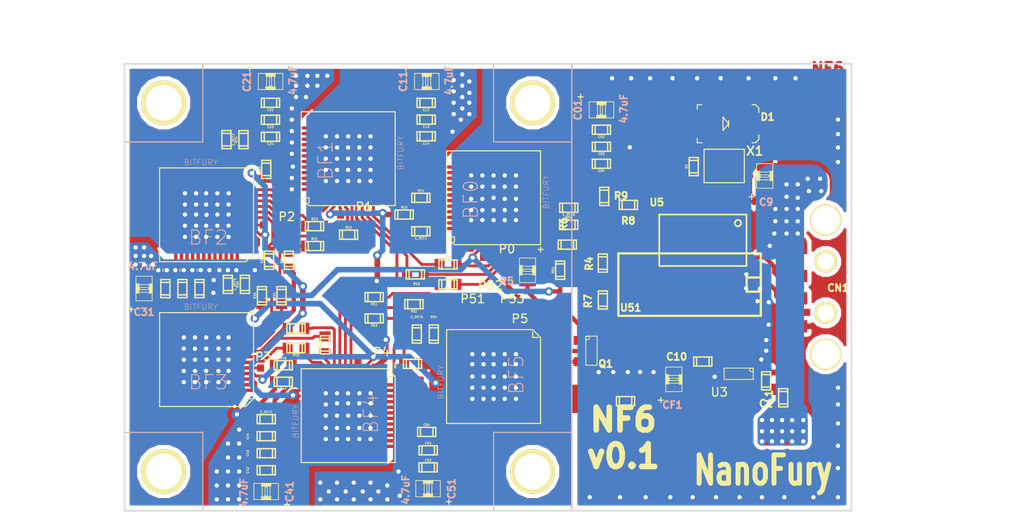
<source format=kicad_pcb>
(kicad_pcb (version 3) (host pcbnew "(2013-07-07 BZR 4022)-stable")
  (title_block (title "NanoFury NF1") (rev 0.5))
  (layers (15 F.Cu mixed) (0 B.Cu mixed) (19 F.Paste user) (20 B.SilkS user) (21 F.SilkS user) (22 B.Mask user) (23 F.Mask user) (28 Edge.Cuts user))
  (net 0 "")
  (net 1 /LED)
  (net 2 /MISO)
  (net 3 /MOSI)
  (net 4 /OSC1)
  (net 5 /OSC2)
  (net 6 /SCK)
  (net 7 /SCK_OVR)
  (net 8 3.3V)
  (net 9 GND)
  (net 10 GND1_0V8)
  (net 11 GND2_1V6)
  (net 12 GND3_2V4)
  (net 13 GND4_3V2)
  (net 14 GND5_4V0)
  (net 15 INMISO)
  (net 16 INMOSI)
  (net 17 INSCK)
  (net 18 N-000001)
  (net 19 N-0000011)
  (net 20 N-000002)
  (net 21 N-0000033)
  (net 22 N-0000035)
  (net 23 N-0000039)
  (net 24 N-0000043)
  (net 25 N-0000046)
  (net 26 N-0000047)
  (net 27 N-0000048)
  (net 28 N-0000050)
  (net 29 N-0000051)
  (net 30 N-0000053)
  (net 31 N-0000057)
  (net 32 N-0000058)
  (net 33 N-0000060)
  (net 34 N-0000061)
  (net 35 N-0000062)
  (net 36 N-0000066)
  (net 37 N-0000067)
  (net 38 N-0000068)
  (net 39 N-0000069)
  (net 40 N-0000072)
  (net 41 N-0000073)
  (net 42 N-0000074)
  (net 43 N-0000075)
  (net 44 N-0000076)
  (net 45 N-0000077)
  (net 46 N-0000078)
  (net 47 N-0000079)
  (net 48 N-0000080)
  (net 49 N-0000081)
  (net 50 N-0000082)
  (net 51 OUTMISO1)
  (net 52 OUTMISO2)
  (net 53 OUTMISO3)
  (net 54 OUTMISO4)
  (net 55 OUTMISO5)
  (net 56 OUTMOSI1)
  (net 57 OUTMOSI2)
  (net 58 OUTMOSI3)
  (net 59 OUTMOSI4)
  (net 60 OUTMOSI5)
  (net 61 OUTSCK1)
  (net 62 OUTSCK2)
  (net 63 OUTSCK3)
  (net 64 OUTSCK4)
  (net 65 OUTSCK5)
  (net 66 USB_5V)
  (net 67 USB_DM)
  (net 68 USB_DP)
  (net 69 V_EN)
  (module SSOP-20 (layer F.Cu) (at 132.1373 79.701 180)
    (fp_text reference U5 (at 7.0423 -0.209 180) (layer F.SilkS) (effects (font (size 0.635 0.635) (thickness 0.15875))))
    (fp_text value MCP2210-I/SS hide)
    (pad 7 smd rect (at 3.9 0 180) (size 0.4064 1.651) (layers F.Cu F.Paste F.Mask))
    (pad 8 smd rect (at 4.55 0 180) (size 0.4064 1.651) (layers F.Cu F.Paste F.Mask))
    (pad 9 smd rect (at 5.2 0 180) (size 0.4064 1.651) (layers F.Cu F.Paste F.Mask) (net 3 /MOSI))
    (pad 10 smd rect (at 5.85 0 180) (size 0.4064 1.651) (layers F.Cu F.Paste F.Mask))
    (pad 17 smd rect (at 1.95 -7.2 180) (size 0.4064 1.651) (layers F.Cu F.Paste F.Mask) (net 8 3.3V))
    (pad 4 smd rect (at 1.95 0 180) (size 0.4064 1.651) (layers F.Cu F.Paste F.Mask) (net 8 3.3V))
    (pad 5 smd rect (at 2.6 0 180) (size 0.4064 1.651) (layers F.Cu F.Paste F.Mask) (net 1 /LED))
    (pad 6 smd rect (at 3.25 0 180) (size 0.4064 1.651) (layers F.Cu F.Paste F.Mask))
    (pad 11 smd rect (at 5.85 -7.2 180) (size 0.4064 1.651) (layers F.Cu F.Paste F.Mask) (net 6 /SCK))
    (pad 12 smd rect (at 5.2 -7.2 180) (size 0.4064 1.651) (layers F.Cu F.Paste F.Mask) (net 7 /SCK_OVR))
    (pad 13 smd rect (at 4.55 -7.2 180) (size 0.4064 1.651) (layers F.Cu F.Paste F.Mask) (net 2 /MISO))
    (pad 14 smd rect (at 3.9 -7.2 180) (size 0.4064 1.651) (layers F.Cu F.Paste F.Mask) (net 69 V_EN))
    (pad 15 smd rect (at 3.25 -7.2 180) (size 0.4064 1.651) (layers F.Cu F.Paste F.Mask))
    (pad 16 smd rect (at 2.6 -7.2 180) (size 0.4064 1.651) (layers F.Cu F.Paste F.Mask))
    (pad 18 smd rect (at 1.3 -7.2 180) (size 0.4064 1.651) (layers F.Cu F.Paste F.Mask) (net 67 USB_DM))
    (pad 19 smd rect (at 0.65 -7.2 180) (size 0.4064 1.651) (layers F.Cu F.Paste F.Mask) (net 68 USB_DP))
    (pad 20 smd rect (at 0 -7.2 180) (size 0.4064 1.651) (layers F.Cu F.Paste F.Mask) (net 9 GND))
    (pad 1 smd rect (at 0 0 180) (size 0.4064 1.651) (layers F.Cu F.Paste F.Mask) (net 8 3.3V))
    (pad 2 smd rect (at 0.65 0 180) (size 0.4064 1.651) (layers F.Cu F.Paste F.Mask) (net 4 /OSC1))
    (pad 3 smd rect (at 1.3 0 180) (size 0.4064 1.651) (layers F.Cu F.Paste F.Mask) (net 5 /OSC2))
  )
  (module CSTCE_G15C (layer F.Cu) (at 131.1213 76.653 180)
    (fp_text reference X1 (at -2.7367 1.342 180) (layer F.SilkS) (effects (font (size 0.8 0.8))))
    (fp_text value 12MHz hide)
    (pad 3 smd rect (at 1.2 0 180) (size 0.635 2) (layers F.Cu F.Paste F.Mask) (net 5 /OSC2))
    (pad 1 smd rect (at -1.2 0 180) (size 0.635 2) (layers F.Cu F.Paste F.Mask) (net 4 /OSC1))
    (pad 2 smd rect (at 0 0 180) (size 0.635 2) (layers F.Cu F.Paste F.Mask) (net 9 GND))
  )
  (module 0805 (layer F.Cu) (at 113.538 85.979 270)
    (fp_text reference R5 (at 0.9779 1.8542 360) (layer B.SilkS) (effects (font (size 0.635 0.635) (thickness 0.15875))))
    (fp_text value 2k hide)
    (pad 1 smd rect (at -0.89916 0 270) (size 1.09982 1.4986) (layers F.Cu F.Paste F.Mask) (net 17 INSCK))
    (pad 2 smd rect (at 0.89916 0 270) (size 1.09982 1.4986) (layers F.Cu F.Paste F.Mask) (net 7 /SCK_OVR))
  )
  (module 2PLCC (layer F.Cu) (at 131.318 72.8726 180)
    (fp_text reference D1 (at -3.683 0.6096 180) (layer F.SilkS) (effects (font (size 0.635 0.635) (thickness 0.15875))))
    (fp_text value LED hide)
    (pad 1 smd rect (at 1.5 0 180) (size 1.5 2.6) (layers F.Cu F.Paste F.Mask) (net 19 N-0000011))
    (pad 2 smd rect (at -1.5 0 180) (size 1.5 2.6) (layers F.Cu F.Paste F.Mask) (net 9 GND))
  )
  (module 0603 (layer F.Cu) (at 103.505 86.36)
    (fp_text reference R12 (at 0.1 0.85) (layer F.SilkS) (effects (font (size 0.20066 0.20066) (thickness 0.050165))))
    (fp_text value 1k hide)
    (pad 1 smd rect (at 0.75184 0) (size 0.89916 1.00076) (layers F.Cu F.Paste F.Mask) (net 56 OUTMOSI1))
    (pad 2 smd rect (at -0.75184 0) (size 0.89916 1.00076) (layers F.Cu F.Paste F.Mask) (net 32 N-0000058))
  )
  (module 0603 (layer F.Cu) (at 129.2098 94.1578)
    (fp_text reference C10 (at -2.3368 -0.4318) (layer F.SilkS) (effects (font (size 0.635 0.635) (thickness 0.15875))))
    (fp_text value 100n hide)
    (pad 1 smd rect (at 0.75184 0) (size 0.89916 1.00076) (layers F.Cu F.Paste F.Mask) (net 8 3.3V))
    (pad 2 smd rect (at -0.75184 0) (size 0.89916 1.00076) (layers F.Cu F.Paste F.Mask) (net 9 GND))
  )
  (module 0603 (layer F.Cu) (at 117.094 83.693)
    (fp_text reference R6 (at -0.3302 -1.83134 90) (layer F.SilkS) (effects (font (size 0.635 0.635) (thickness 0.15875))))
    (fp_text value 2k hide)
    (pad 1 smd rect (at 0.75184 0) (size 0.89916 1.00076) (layers F.Cu F.Paste F.Mask) (net 9 GND))
    (pad 2 smd rect (at -0.75184 0) (size 0.89916 1.00076) (layers F.Cu F.Paste F.Mask) (net 17 INSCK))
  )
  (module 0603 (layer F.Cu) (at 120.396 79.375 90)
    (fp_text reference R9 (at 0.0508 1.49606 180) (layer F.SilkS) (effects (font (size 0.635 0.635) (thickness 0.15875))))
    (fp_text value 2k hide)
    (pad 1 smd rect (at 0.75184 0 90) (size 0.89916 1.00076) (layers F.Cu F.Paste F.Mask) (net 9 GND))
    (pad 2 smd rect (at -0.75184 0 90) (size 0.89916 1.00076) (layers F.Cu F.Paste F.Mask) (net 16 INMOSI))
  )
  (module 0603 (layer F.Cu) (at 122.555 80.137)
    (fp_text reference R8 (at -0.0127 1.41986) (layer F.SilkS) (effects (font (size 0.635 0.635) (thickness 0.15875))))
    (fp_text value 2K hide)
    (pad 1 smd rect (at 0.75184 0) (size 0.89916 1.00076) (layers F.Cu F.Paste F.Mask) (net 3 /MOSI))
    (pad 2 smd rect (at -0.75184 0) (size 0.89916 1.00076) (layers F.Cu F.Paste F.Mask) (net 16 INMOSI))
  )
  (module 0603 (layer F.Cu) (at 134.874 95.885 90)
    (fp_text reference C1 (at -2.032 0 180) (layer F.SilkS) (effects (font (size 0.635 0.635) (thickness 0.15875))))
    (fp_text value 100nF hide)
    (pad 1 smd rect (at 0.75184 0 90) (size 0.89916 1.00076) (layers F.Cu F.Paste F.Mask) (net 9 GND))
    (pad 2 smd rect (at -0.75184 0 90) (size 0.89916 1.00076) (layers F.Cu F.Paste F.Mask) (net 18 N-000001))
  )
  (module 0603 (layer F.Cu) (at 120.269 85.344 270)
    (fp_text reference R4 (at 0.0548 1.2201 270) (layer F.SilkS) (effects (font (size 0.635 0.635) (thickness 0.15875))))
    (fp_text value 2k hide)
    (pad 1 smd rect (at 0.75184 0 270) (size 0.89916 1.00076) (layers F.Cu F.Paste F.Mask) (net 2 /MISO))
    (pad 2 smd rect (at -0.75184 0 270) (size 0.89916 1.00076) (layers F.Cu F.Paste F.Mask) (net 8 3.3V))
  )
  (module 0603 (layer F.Cu) (at 120.269 88.646 90)
    (fp_text reference R7 (at -0.1068 -1.3221 90) (layer F.SilkS) (effects (font (size 0.635 0.635) (thickness 0.15875))))
    (fp_text value 1k hide)
    (pad 1 smd rect (at 0.75184 0 90) (size 0.89916 1.00076) (layers F.Cu F.Paste F.Mask) (net 7 /SCK_OVR))
    (pad 2 smd rect (at -0.75184 0 90) (size 0.89916 1.00076) (layers F.Cu F.Paste F.Mask) (net 6 /SCK))
  )
  (module SOT23 (layer F.Cu) (at 119.253 93.218 270)
    (fp_text reference Q1 (at 1.143 -1.27 360) (layer F.SilkS) (effects (font (size 0.635 0.635) (thickness 0.15875))))
    (fp_text value BSS138L hide)
    (pad 3 smd rect (at 0 -1.09982 270) (size 0.8001 1.00076) (layers F.Cu F.Paste F.Mask) (net 2 /MISO))
    (pad 2 smd rect (at 0.9525 1.09982 270) (size 0.8001 1.00076) (layers F.Cu F.Paste F.Mask) (net 15 INMISO))
    (pad 1 smd rect (at -0.9525 1.09982 270) (size 0.8001 1.00076) (layers F.Cu F.Paste F.Mask) (net 12 GND3_2V4))
  )
  (module 0805 (layer F.Cu) (at 126.619 95.758 90)
    (fp_text reference CF1 (at -2.286 -0.127 180) (layer B.SilkS) (effects (font (size 0.635 0.635) (thickness 0.15875))))
    (fp_text value 22uF/10V hide)
    (pad 1 smd rect (at -0.89916 0 90) (size 1.09982 1.4986) (layers F.Cu F.Paste F.Mask) (net 18 N-000001))
    (pad 2 smd rect (at 0.89916 0 90) (size 1.09982 1.4986) (layers F.Cu F.Paste F.Mask) (net 9 GND))
  )
  (module 0805 (layer F.Cu) (at 134.75 77.55 90)
    (fp_text reference C9 (at -2.333 0.124 180) (layer B.SilkS) (effects (font (size 0.635 0.635) (thickness 0.15875))))
    (fp_text value 10uF/4V hide)
    (pad 1 smd rect (at -0.89916 0 90) (size 1.09982 1.4986) (layers F.Cu F.Paste F.Mask) (net 8 3.3V))
    (pad 2 smd rect (at 0.89916 0 90) (size 1.09982 1.4986) (layers F.Cu F.Paste F.Mask) (net 9 GND))
  )
  (module CNC-1001-011-01101 (layer F.Cu) (at 140.2 87.5 270)
    (fp_text reference CN1 (at 0.0665 -1.1002 360) (layer F.SilkS) (effects (font (size 0.635 0.635) (thickness 0.15875))))
    (fp_text value USB-A hide)
    (pad 5 smd rect (at 3.5 2.8 270) (size 1.1 2.3) (layers F.Cu F.Paste F.Mask) (net 9 GND))
    (pad 3 smd rect (at 1 2.8 270) (size 1.1 2.3) (layers F.Cu F.Paste F.Mask) (net 68 USB_DP))
    (pad 1 smd rect (at -3.5 2.8 270) (size 1.1 2.3) (layers F.Cu F.Paste F.Mask) (net 20 N-000002))
    (pad "" thru_hole circle (at -6 0 270) (size 2.8 2.8) (drill 2.5) (layers *.Cu *.Mask F.SilkS))
    (pad "" thru_hole circle (at 6 0 270) (size 2.8 2.8) (drill 2.5) (layers *.Cu *.Mask F.SilkS))
    (pad "" thru_hole circle (at -2.3 0 270) (size 2 2) (drill 1.5) (layers *.Cu *.Mask F.SilkS))
    (pad "" thru_hole circle (at 2.3 0 270) (size 2 2) (drill 1.5) (layers *.Cu *.Mask F.SilkS))
    (pad 2 smd rect (at -1 2.8 270) (size 1.1 2.3) (layers F.Cu F.Paste F.Mask) (net 67 USB_DM))
  )
  (module SOT23 (layer F.Cu) (at 132.3848 95.25 180)
    (fp_text reference U3 (at 1.7018 -1.651 180) (layer F.SilkS) (effects (font (size 0.762 0.762) (thickness 0.11938))))
    (fp_text value "LDO - 3.3V" hide)
    (pad 3 smd rect (at 0 -1.09982 180) (size 0.8001 1.00076) (layers F.Cu F.Paste F.Mask) (net 18 N-000001))
    (pad 2 smd rect (at 0.9525 1.09982 180) (size 0.8001 1.00076) (layers F.Cu F.Paste F.Mask) (net 8 3.3V))
    (pad 1 smd rect (at -0.9525 1.09982 180) (size 0.8001 1.00076) (layers F.Cu F.Paste F.Mask) (net 9 GND))
  )
  (module SOIC20 (layer F.Cu) (at 128.0479 87.2702 180)
    (fp_text reference U51 (at 5.2848 -2.071 180) (layer F.SilkS) (effects (font (size 0.635 0.635) (thickness 0.15875))))
    (fp_text value MCP2210-I/SO hide)
    (pad 1 smd rect (at -5.715 4.7 180) (size 0.762 2) (layers F.Cu F.Paste F.Mask) (net 8 3.3V))
    (pad 2 smd rect (at -4.445 4.7 180) (size 0.762 2) (layers F.Cu F.Paste F.Mask) (net 4 /OSC1))
    (pad 3 smd rect (at -3.175 4.7 180) (size 0.762 2) (layers F.Cu F.Paste F.Mask) (net 5 /OSC2))
    (pad 4 smd rect (at -1.905 4.7 180) (size 0.762 2) (layers F.Cu F.Paste F.Mask) (net 8 3.3V))
    (pad 5 smd rect (at -0.635 4.7 180) (size 0.762 2) (layers F.Cu F.Paste F.Mask) (net 1 /LED))
    (pad 6 smd rect (at 0.635 4.7 180) (size 0.762 2) (layers F.Cu F.Paste F.Mask))
    (pad 7 smd rect (at 1.905 4.7 180) (size 0.762 2) (layers F.Cu F.Paste F.Mask))
    (pad 8 smd rect (at 3.175 4.7 180) (size 0.762 2) (layers F.Cu F.Paste F.Mask))
    (pad 9 smd rect (at 4.445 4.7 180) (size 0.762 2) (layers F.Cu F.Paste F.Mask) (net 3 /MOSI))
    (pad 10 smd rect (at 5.715 4.7 180) (size 0.762 2) (layers F.Cu F.Paste F.Mask))
    (pad 20 smd rect (at -5.715 -4.7 180) (size 0.762 2) (layers F.Cu F.Paste F.Mask) (net 9 GND))
    (pad 19 smd rect (at -4.445 -4.7 180) (size 0.762 2) (layers F.Cu F.Paste F.Mask) (net 68 USB_DP))
    (pad 18 smd rect (at -3.175 -4.7 180) (size 0.762 2) (layers F.Cu F.Paste F.Mask) (net 67 USB_DM))
    (pad 17 smd rect (at -1.905 -4.7 180) (size 0.762 2) (layers F.Cu F.Paste F.Mask) (net 8 3.3V))
    (pad 16 smd rect (at -0.635 -4.7 180) (size 0.762 2) (layers F.Cu F.Paste F.Mask))
    (pad 15 smd rect (at 0.635 -4.7 180) (size 0.762 2) (layers F.Cu F.Paste F.Mask))
    (pad 14 smd rect (at 1.905 -4.7 180) (size 0.762 2) (layers F.Cu F.Paste F.Mask) (net 69 V_EN))
    (pad 13 smd rect (at 3.175 -4.7 180) (size 0.762 2) (layers F.Cu F.Paste F.Mask) (net 2 /MISO))
    (pad 12 smd rect (at 4.445 -4.7 180) (size 0.762 2) (layers F.Cu F.Paste F.Mask) (net 7 /SCK_OVR))
    (pad 11 smd rect (at 5.715 -4.7 180) (size 0.762 2) (layers F.Cu F.Paste F.Mask) (net 6 /SCK))
  )
  (module 0603 (layer F.Cu) (at 136.4 97.4 270)
    (fp_text reference L1 (at -0.127 1.27 270) (layer F.SilkS) (effects (font (size 0.635 0.635) (thickness 0.15875))))
    (fp_text value 10R@100MHz/6A hide)
    (pad 1 smd rect (at 0.75184 0 270) (size 0.89916 1.00076) (layers F.Cu F.Paste F.Mask) (net 20 N-000002))
    (pad 2 smd rect (at -0.75184 0 270) (size 0.89916 1.00076) (layers F.Cu F.Paste F.Mask) (net 18 N-000001))
  )
  (module 0805 (layer F.Cu) (at 120.142 71.628)
    (fp_text reference C01 (at -2.1 0 90) (layer B.SilkS) (effects (font (size 0.635 0.635) (thickness 0.15875))))
    (fp_text value 4.7uF (at 2 -0.1 90) (layer B.SilkS) (effects (font (size 0.635 0.635) (thickness 0.1524))))
    (pad 1 smd rect (at -0.89916 0) (size 1.09982 1.4986) (layers F.Cu F.Paste F.Mask) (net 10 GND1_0V8))
    (pad 2 smd rect (at 0.89916 0) (size 1.09982 1.4986) (layers F.Cu F.Paste F.Mask) (net 9 GND))
  )
  (module 0805 (layer F.Cu) (at 90.17 105.791 180)
    (fp_text reference C41 (at -2.1 0 270) (layer B.SilkS) (effects (font (size 0.635 0.635) (thickness 0.15875))))
    (fp_text value 4.7uF (at 2 -0.1 270) (layer B.SilkS) (effects (font (size 0.635 0.635) (thickness 0.1524))))
    (pad 1 smd rect (at -0.89916 0 180) (size 1.09982 1.4986) (layers F.Cu F.Paste F.Mask) (net 14 GND5_4V0))
    (pad 2 smd rect (at 0.89916 0 180) (size 1.09982 1.4986) (layers F.Cu F.Paste F.Mask) (net 13 GND4_3V2))
  )
  (module 0805 (layer F.Cu) (at 79.248 87.63 90)
    (fp_text reference C31 (at -2.1 0 180) (layer B.SilkS) (effects (font (size 0.635 0.635) (thickness 0.15875))))
    (fp_text value 4.7uF (at 2 -0.1 180) (layer B.SilkS) (effects (font (size 0.635 0.635) (thickness 0.1524))))
    (pad 1 smd rect (at -0.89916 0 90) (size 1.09982 1.4986) (layers F.Cu F.Paste F.Mask) (net 13 GND4_3V2))
    (pad 2 smd rect (at 0.89916 0 90) (size 1.09982 1.4986) (layers F.Cu F.Paste F.Mask) (net 12 GND3_2V4))
  )
  (module 0805 (layer F.Cu) (at 90.551 69.088)
    (fp_text reference C21 (at -2.1 0 90) (layer B.SilkS) (effects (font (size 0.635 0.635) (thickness 0.15875))))
    (fp_text value 4.7uF (at 2 -0.1 90) (layer B.SilkS) (effects (font (size 0.635 0.635) (thickness 0.1524))))
    (pad 1 smd rect (at -0.89916 0) (size 1.09982 1.4986) (layers F.Cu F.Paste F.Mask) (net 12 GND3_2V4))
    (pad 2 smd rect (at 0.89916 0) (size 1.09982 1.4986) (layers F.Cu F.Paste F.Mask) (net 11 GND2_1V6))
  )
  (module 0805 (layer F.Cu) (at 104.521 69.088)
    (fp_text reference C11 (at -2.1 0 90) (layer B.SilkS) (effects (font (size 0.635 0.635) (thickness 0.15875))))
    (fp_text value 4.7uF (at 2 -0.1 90) (layer B.SilkS) (effects (font (size 0.635 0.635) (thickness 0.1524))))
    (pad 1 smd rect (at -0.89916 0) (size 1.09982 1.4986) (layers F.Cu F.Paste F.Mask) (net 11 GND2_1V6))
    (pad 2 smd rect (at 0.89916 0) (size 1.09982 1.4986) (layers F.Cu F.Paste F.Mask) (net 10 GND1_0V8))
  )
  (module 0805 (layer F.Cu) (at 104.648 105.537 180)
    (fp_text reference C51 (at -2.1 0 270) (layer B.SilkS) (effects (font (size 0.635 0.635) (thickness 0.15875))))
    (fp_text value 4.7uF (at 2 -0.1 270) (layer B.SilkS) (effects (font (size 0.635 0.635) (thickness 0.1524))))
    (pad 1 smd rect (at -0.89916 0 180) (size 1.09982 1.4986) (layers F.Cu F.Paste F.Mask) (net 66 USB_5V))
    (pad 2 smd rect (at 0.89916 0 180) (size 1.09982 1.4986) (layers F.Cu F.Paste F.Mask) (net 14 GND5_4V0))
  )
  (module 0603 (layer F.Cu) (at 92.837 92.964 180)
    (fp_text reference R43 (at 0 -0.635 180) (layer F.SilkS) (effects (font (size 0.20066 0.20066) (thickness 0.04064))))
    (fp_text value 1k hide)
    (pad 1 smd rect (at 0.75184 0 180) (size 0.89916 1.00076) (layers F.Cu F.Paste F.Mask) (net 64 OUTSCK4))
    (pad 2 smd rect (at -0.75184 0 180) (size 0.89916 1.00076) (layers F.Cu F.Paste F.Mask) (net 49 N-0000081))
  )
  (module 0603 (layer F.Cu) (at 88.265 87.249 90)
    (fp_text reference R34 (at 0 -0.635 90) (layer F.SilkS) (effects (font (size 0.20066 0.20066) (thickness 0.04064))))
    (fp_text value 1k hide)
    (pad 1 smd rect (at 0.75184 0 90) (size 0.89916 1.00076) (layers F.Cu F.Paste F.Mask) (net 12 GND3_2V4))
    (pad 2 smd rect (at -0.75184 0 90) (size 0.89916 1.00076) (layers F.Cu F.Paste F.Mask) (net 47 N-0000079))
  )
  (module 0603 (layer F.Cu) (at 89.789 88.265 90)
    (fp_text reference R35 (at 0 -0.635 90) (layer F.SilkS) (effects (font (size 0.20066 0.20066) (thickness 0.04064))))
    (fp_text value 1k hide)
    (pad 1 smd rect (at 0.75184 0 90) (size 0.89916 1.00076) (layers F.Cu F.Paste F.Mask) (net 47 N-0000079))
    (pad 2 smd rect (at -0.75184 0 90) (size 0.89916 1.00076) (layers F.Cu F.Paste F.Mask) (net 66 USB_5V))
  )
  (module 0603 (layer F.Cu) (at 99.822 90.297 180)
    (fp_text reference R53 (at 0 -0.635 180) (layer F.SilkS) (effects (font (size 0.20066 0.20066) (thickness 0.04064))))
    (fp_text value 1k hide)
    (pad 1 smd rect (at 0.75184 0 180) (size 0.89916 1.00076) (layers F.Cu F.Paste F.Mask) (net 65 OUTSCK5))
    (pad 2 smd rect (at -0.75184 0 180) (size 0.89916 1.00076) (layers F.Cu F.Paste F.Mask) (net 38 N-0000068))
  )
  (module 0603 (layer F.Cu) (at 103.378 89.027 180)
    (fp_text reference R52 (at 0 -0.635 180) (layer F.SilkS) (effects (font (size 0.20066 0.20066) (thickness 0.04064))))
    (fp_text value 1k hide)
    (pad 1 smd rect (at 0.75184 0 180) (size 0.89916 1.00076) (layers F.Cu F.Paste F.Mask) (net 60 OUTMOSI5))
    (pad 2 smd rect (at -0.75184 0 180) (size 0.89916 1.00076) (layers F.Cu F.Paste F.Mask) (net 37 N-0000067))
  )
  (module 0603 (layer F.Cu) (at 99.822 88.392 180)
    (fp_text reference R51 (at 0 -0.635 180) (layer F.SilkS) (effects (font (size 0.20066 0.20066) (thickness 0.04064))))
    (fp_text value 1k hide)
    (pad 1 smd rect (at 0.75184 0 180) (size 0.89916 1.00076) (layers F.Cu F.Paste F.Mask) (net 55 OUTMISO5))
    (pad 2 smd rect (at -0.75184 0 180) (size 0.89916 1.00076) (layers F.Cu F.Paste F.Mask) (net 36 N-0000066))
  )
  (module 0603 (layer F.Cu) (at 90.17 100.838)
    (fp_text reference C44 (at -1.651 0 90) (layer F.SilkS) (effects (font (size 0.20066 0.20066) (thickness 0.04064))))
    (fp_text value 100nF hide)
    (pad 1 smd rect (at 0.75184 0) (size 0.89916 1.00076) (layers F.Cu F.Paste F.Mask) (net 14 GND5_4V0))
    (pad 2 smd rect (at -0.75184 0) (size 0.89916 1.00076) (layers F.Cu F.Paste F.Mask) (net 13 GND4_3V2))
  )
  (module 0603 (layer F.Cu) (at 95.4278 92.6592 90)
    (fp_text reference R42 (at 0 -0.635 90) (layer F.SilkS) (effects (font (size 0.20066 0.20066) (thickness 0.04064))))
    (fp_text value 1k hide)
    (pad 1 smd rect (at 0.75184 0 90) (size 0.89916 1.00076) (layers F.Cu F.Paste F.Mask) (net 59 OUTMOSI4))
    (pad 2 smd rect (at -0.75184 0 90) (size 0.89916 1.00076) (layers F.Cu F.Paste F.Mask) (net 48 N-0000080))
  )
  (module 0603 (layer F.Cu) (at 92.837 91.186 180)
    (fp_text reference R41 (at 0 -0.635 180) (layer F.SilkS) (effects (font (size 0.20066 0.20066) (thickness 0.04064))))
    (fp_text value 1k hide)
    (pad 1 smd rect (at 0.75184 0 180) (size 0.89916 1.00076) (layers F.Cu F.Paste F.Mask) (net 54 OUTMISO4))
    (pad 2 smd rect (at -0.75184 0 180) (size 0.89916 1.00076) (layers F.Cu F.Paste F.Mask) (net 50 N-0000082))
  )
  (module 0603 (layer F.Cu) (at 86.741 87.249 270)
    (fp_text reference C_REF3 (at 0 -0.635 270) (layer F.SilkS) (effects (font (size 0.20066 0.20066) (thickness 0.04064))))
    (fp_text value 100nF hide)
    (pad 1 smd rect (at 0.75184 0 270) (size 0.89916 1.00076) (layers F.Cu F.Paste F.Mask) (net 47 N-0000079))
    (pad 2 smd rect (at -0.75184 0 270) (size 0.89916 1.00076) (layers F.Cu F.Paste F.Mask) (net 12 GND3_2V4))
  )
  (module 0603 (layer F.Cu) (at 90.17 103.886)
    (fp_text reference C42 (at -1.651 0 90) (layer F.SilkS) (effects (font (size 0.20066 0.20066) (thickness 0.04064))))
    (fp_text value 100nF hide)
    (pad 1 smd rect (at 0.75184 0) (size 0.89916 1.00076) (layers F.Cu F.Paste F.Mask) (net 14 GND5_4V0))
    (pad 2 smd rect (at -0.75184 0) (size 0.89916 1.00076) (layers F.Cu F.Paste F.Mask) (net 13 GND4_3V2))
  )
  (module 0603 (layer F.Cu) (at 90.17 102.362)
    (fp_text reference C43 (at -1.651 0 90) (layer F.SilkS) (effects (font (size 0.20066 0.20066) (thickness 0.04064))))
    (fp_text value 100nF hide)
    (pad 1 smd rect (at 0.75184 0) (size 0.89916 1.00076) (layers F.Cu F.Paste F.Mask) (net 14 GND5_4V0))
    (pad 2 smd rect (at -0.75184 0) (size 0.89916 1.00076) (layers F.Cu F.Paste F.Mask) (net 13 GND4_3V2))
  )
  (module 0603 (layer F.Cu) (at 128.397 76.708 90)
    (fp_text reference R3 (at 0 -0.635 90) (layer F.SilkS) (effects (font (size 0.20066 0.20066) (thickness 0.04064))))
    (fp_text value 1k hide)
    (pad 1 smd rect (at 0.75184 0 90) (size 0.89916 1.00076) (layers F.Cu F.Paste F.Mask) (net 19 N-0000011))
    (pad 2 smd rect (at -0.75184 0 90) (size 0.89916 1.00076) (layers F.Cu F.Paste F.Mask) (net 1 /LED))
  )
  (module 0603 (layer F.Cu) (at 104.648 103.632)
    (fp_text reference C52 (at 0 -0.635) (layer F.SilkS) (effects (font (size 0.20066 0.20066) (thickness 0.04064))))
    (fp_text value 100nF hide)
    (pad 1 smd rect (at 0.75184 0) (size 0.89916 1.00076) (layers F.Cu F.Paste F.Mask) (net 66 USB_5V))
    (pad 2 smd rect (at -0.75184 0) (size 0.89916 1.00076) (layers F.Cu F.Paste F.Mask) (net 14 GND5_4V0))
  )
  (module 0603 (layer F.Cu) (at 104.648 102.108)
    (fp_text reference C53 (at 0 -0.635) (layer F.SilkS) (effects (font (size 0.20066 0.20066) (thickness 0.04064))))
    (fp_text value 100nF hide)
    (pad 1 smd rect (at 0.75184 0) (size 0.89916 1.00076) (layers F.Cu F.Paste F.Mask) (net 66 USB_5V))
    (pad 2 smd rect (at -0.75184 0) (size 0.89916 1.00076) (layers F.Cu F.Paste F.Mask) (net 14 GND5_4V0))
  )
  (module 0603 (layer F.Cu) (at 104.521 100.457)
    (fp_text reference C54 (at 0 -0.635) (layer F.SilkS) (effects (font (size 0.20066 0.20066) (thickness 0.04064))))
    (fp_text value 100nF hide)
    (pad 1 smd rect (at 0.75184 0) (size 0.89916 1.00076) (layers F.Cu F.Paste F.Mask) (net 66 USB_5V))
    (pad 2 smd rect (at -0.75184 0) (size 0.89916 1.00076) (layers F.Cu F.Paste F.Mask) (net 14 GND5_4V0))
  )
  (module 0603 (layer F.Cu) (at 90.17 99.314)
    (fp_text reference C_REF4 (at 0 -0.635) (layer F.SilkS) (effects (font (size 0.20066 0.20066) (thickness 0.04064))))
    (fp_text value 100nF hide)
    (pad 1 smd rect (at 0.75184 0) (size 0.89916 1.00076) (layers F.Cu F.Paste F.Mask) (net 40 N-0000072))
    (pad 2 smd rect (at -0.75184 0) (size 0.89916 1.00076) (layers F.Cu F.Paste F.Mask) (net 13 GND4_3V2))
  )
  (module 0603 (layer F.Cu) (at 91.694 94.488)
    (fp_text reference R45 (at 0 -0.635) (layer F.SilkS) (effects (font (size 0.20066 0.20066) (thickness 0.04064))))
    (fp_text value 1k hide)
    (pad 1 smd rect (at 0.75184 0) (size 0.89916 1.00076) (layers F.Cu F.Paste F.Mask) (net 40 N-0000072))
    (pad 2 smd rect (at -0.75184 0) (size 0.89916 1.00076) (layers F.Cu F.Paste F.Mask) (net 66 USB_5V))
  )
  (module 0603 (layer F.Cu) (at 91.694 95.9612 180)
    (fp_text reference R44 (at 0 -0.635 180) (layer F.SilkS) (effects (font (size 0.20066 0.20066) (thickness 0.04064))))
    (fp_text value 1k hide)
    (pad 1 smd rect (at 0.75184 0 180) (size 0.89916 1.00076) (layers F.Cu F.Paste F.Mask) (net 13 GND4_3V2))
    (pad 2 smd rect (at -0.75184 0 180) (size 0.89916 1.00076) (layers F.Cu F.Paste F.Mask) (net 40 N-0000072))
  )
  (module 0603 (layer F.Cu) (at 103.632 91.694 270)
    (fp_text reference C_REF5 (at -1.524 0 360) (layer F.SilkS) (effects (font (size 0.20066 0.20066) (thickness 0.04064))))
    (fp_text value 100nF hide)
    (pad 1 smd rect (at 0.75184 0 270) (size 0.89916 1.00076) (layers F.Cu F.Paste F.Mask) (net 44 N-0000076))
    (pad 2 smd rect (at -0.75184 0 270) (size 0.89916 1.00076) (layers F.Cu F.Paste F.Mask) (net 14 GND5_4V0))
  )
  (module 0603 (layer F.Cu) (at 103.251 94.361 180)
    (fp_text reference R55 (at 1.524 -0.127 270) (layer F.SilkS) (effects (font (size 0.20066 0.20066) (thickness 0.04064))))
    (fp_text value 1k hide)
    (pad 1 smd rect (at 0.75184 0 180) (size 0.89916 1.00076) (layers F.Cu F.Paste F.Mask) (net 44 N-0000076))
    (pad 2 smd rect (at -0.75184 0 180) (size 0.89916 1.00076) (layers F.Cu F.Paste F.Mask) (net 66 USB_5V))
  )
  (module 0603 (layer F.Cu) (at 105.156 91.694 90)
    (fp_text reference R54 (at 1.524 0 180) (layer F.SilkS) (effects (font (size 0.20066 0.20066) (thickness 0.04064))))
    (fp_text value 1k hide)
    (pad 1 smd rect (at 0.75184 0 90) (size 0.89916 1.00076) (layers F.Cu F.Paste F.Mask) (net 14 GND5_4V0))
    (pad 2 smd rect (at -0.75184 0 90) (size 0.89916 1.00076) (layers F.Cu F.Paste F.Mask) (net 44 N-0000076))
  )
  (module 0603 (layer F.Cu) (at 92.202 85.09 90)
    (fp_text reference R31 (at 0 -0.635 90) (layer F.SilkS) (effects (font (size 0.20066 0.20066) (thickness 0.04064))))
    (fp_text value 1k hide)
    (pad 1 smd rect (at 0.75184 0 90) (size 0.89916 1.00076) (layers F.Cu F.Paste F.Mask) (net 53 OUTMISO3))
    (pad 2 smd rect (at -0.75184 0 90) (size 0.89916 1.00076) (layers F.Cu F.Paste F.Mask) (net 41 N-0000073))
  )
  (module 0603 (layer F.Cu) (at 91.5416 88.265 90)
    (fp_text reference R32 (at 0 -0.635 90) (layer F.SilkS) (effects (font (size 0.20066 0.20066) (thickness 0.04064))))
    (fp_text value 1k hide)
    (pad 1 smd rect (at 0.75184 0 90) (size 0.89916 1.00076) (layers F.Cu F.Paste F.Mask) (net 58 OUTMOSI3))
    (pad 2 smd rect (at -0.75184 0 90) (size 0.89916 1.00076) (layers F.Cu F.Paste F.Mask) (net 42 N-0000074))
  )
  (module 0603 (layer F.Cu) (at 90.424 85.09 90)
    (fp_text reference R33 (at 0 -0.635 90) (layer F.SilkS) (effects (font (size 0.20066 0.20066) (thickness 0.04064))))
    (fp_text value 1k hide)
    (pad 1 smd rect (at 0.75184 0 90) (size 0.89916 1.00076) (layers F.Cu F.Paste F.Mask) (net 63 OUTSCK3))
    (pad 2 smd rect (at -0.75184 0 90) (size 0.89916 1.00076) (layers F.Cu F.Paste F.Mask) (net 43 N-0000075))
  )
  (module 0603 (layer F.Cu) (at 84.201 87.63 270)
    (fp_text reference C34 (at -1.651 0 360) (layer F.SilkS) (effects (font (size 0.20066 0.20066) (thickness 0.04064))))
    (fp_text value 100nF hide)
    (pad 1 smd rect (at 0.75184 0 270) (size 0.89916 1.00076) (layers F.Cu F.Paste F.Mask) (net 13 GND4_3V2))
    (pad 2 smd rect (at -0.75184 0 270) (size 0.89916 1.00076) (layers F.Cu F.Paste F.Mask) (net 12 GND3_2V4))
  )
  (module 0603 (layer F.Cu) (at 120.142 73.406 180)
    (fp_text reference C02 (at 0 -0.635 180) (layer F.SilkS) (effects (font (size 0.20066 0.20066) (thickness 0.04064))))
    (fp_text value 100nF hide)
    (pad 1 smd rect (at 0.75184 0 180) (size 0.89916 1.00076) (layers F.Cu F.Paste F.Mask) (net 10 GND1_0V8))
    (pad 2 smd rect (at -0.75184 0 180) (size 0.89916 1.00076) (layers F.Cu F.Paste F.Mask) (net 9 GND))
  )
  (module 0603 (layer F.Cu) (at 120.142 74.93 180)
    (fp_text reference C03 (at 0 -0.635 180) (layer F.SilkS) (effects (font (size 0.20066 0.20066) (thickness 0.04064))))
    (fp_text value 100nF hide)
    (pad 1 smd rect (at 0.75184 0 180) (size 0.89916 1.00076) (layers F.Cu F.Paste F.Mask) (net 10 GND1_0V8))
    (pad 2 smd rect (at -0.75184 0 180) (size 0.89916 1.00076) (layers F.Cu F.Paste F.Mask) (net 9 GND))
  )
  (module 0603 (layer F.Cu) (at 120.142 76.454 180)
    (fp_text reference C04 (at 0 -0.635 180) (layer F.SilkS) (effects (font (size 0.20066 0.20066) (thickness 0.04064))))
    (fp_text value 100nF hide)
    (pad 1 smd rect (at 0.75184 0 180) (size 0.89916 1.00076) (layers F.Cu F.Paste F.Mask) (net 10 GND1_0V8))
    (pad 2 smd rect (at -0.75184 0 180) (size 0.89916 1.00076) (layers F.Cu F.Paste F.Mask) (net 9 GND))
  )
  (module 0603 (layer F.Cu) (at 117.221 80.391 180)
    (fp_text reference C_REF0 (at 0 -0.635 180) (layer F.SilkS) (effects (font (size 0.20066 0.20066) (thickness 0.04064))))
    (fp_text value 100nF hide)
    (pad 1 smd rect (at 0.75184 0 180) (size 0.89916 1.00076) (layers F.Cu F.Paste F.Mask) (net 22 N-0000035))
    (pad 2 smd rect (at -0.75184 0 180) (size 0.89916 1.00076) (layers F.Cu F.Paste F.Mask) (net 9 GND))
  )
  (module 0603 (layer F.Cu) (at 106.426 87.249)
    (fp_text reference R11 (at 0 -0.635) (layer F.SilkS) (effects (font (size 0.20066 0.20066) (thickness 0.04064))))
    (fp_text value 1k hide)
    (pad 1 smd rect (at 0.75184 0) (size 0.89916 1.00076) (layers F.Cu F.Paste F.Mask) (net 51 OUTMISO1))
    (pad 2 smd rect (at -0.75184 0) (size 0.89916 1.00076) (layers F.Cu F.Paste F.Mask) (net 30 N-0000053))
  )
  (module 0603 (layer F.Cu) (at 106.426 85.471)
    (fp_text reference R13 (at 0 -0.635) (layer F.SilkS) (effects (font (size 0.20066 0.20066) (thickness 0.04064))))
    (fp_text value 1k hide)
    (pad 1 smd rect (at 0.75184 0) (size 0.89916 1.00076) (layers F.Cu F.Paste F.Mask) (net 61 OUTSCK1))
    (pad 2 smd rect (at -0.75184 0) (size 0.89916 1.00076) (layers F.Cu F.Paste F.Mask) (net 31 N-0000057))
  )
  (module 0603 (layer F.Cu) (at 94.488 83.82)
    (fp_text reference R21 (at 0 -0.635) (layer F.SilkS) (effects (font (size 0.20066 0.20066) (thickness 0.04064))))
    (fp_text value 1k hide)
    (pad 1 smd rect (at 0.75184 0) (size 0.89916 1.00076) (layers F.Cu F.Paste F.Mask) (net 52 OUTMISO2))
    (pad 2 smd rect (at -0.75184 0) (size 0.89916 1.00076) (layers F.Cu F.Paste F.Mask) (net 21 N-0000033))
  )
  (module 0603 (layer F.Cu) (at 97.536 82.804)
    (fp_text reference R22 (at 0 -0.635) (layer F.SilkS) (effects (font (size 0.20066 0.20066) (thickness 0.04064))))
    (fp_text value 1k hide)
    (pad 1 smd rect (at 0.75184 0) (size 0.89916 1.00076) (layers F.Cu F.Paste F.Mask) (net 57 OUTMOSI2))
    (pad 2 smd rect (at -0.75184 0) (size 0.89916 1.00076) (layers F.Cu F.Paste F.Mask) (net 23 N-0000039))
  )
  (module 0603 (layer F.Cu) (at 94.488 82.042)
    (fp_text reference R23 (at 0 -0.635) (layer F.SilkS) (effects (font (size 0.20066 0.20066) (thickness 0.04064))))
    (fp_text value 1k hide)
    (pad 1 smd rect (at 0.75184 0) (size 0.89916 1.00076) (layers F.Cu F.Paste F.Mask) (net 62 OUTSCK2))
    (pad 2 smd rect (at -0.75184 0) (size 0.89916 1.00076) (layers F.Cu F.Paste F.Mask) (net 24 N-0000043))
  )
  (module 0603 (layer F.Cu) (at 116.459 85.979 90)
    (fp_text reference R05 (at 0 -0.635 90) (layer F.SilkS) (effects (font (size 0.20066 0.20066) (thickness 0.04064))))
    (fp_text value 1k hide)
    (pad 1 smd rect (at 0.75184 0 90) (size 0.89916 1.00076) (layers F.Cu F.Paste F.Mask) (net 22 N-0000035))
    (pad 2 smd rect (at -0.75184 0 90) (size 0.89916 1.00076) (layers F.Cu F.Paste F.Mask) (net 12 GND3_2V4))
  )
  (module 0603 (layer F.Cu) (at 117.221 81.915)
    (fp_text reference R04 (at 0 -0.635) (layer F.SilkS) (effects (font (size 0.20066 0.20066) (thickness 0.04064))))
    (fp_text value 1k hide)
    (pad 1 smd rect (at 0.75184 0) (size 0.89916 1.00076) (layers F.Cu F.Paste F.Mask) (net 9 GND))
    (pad 2 smd rect (at -0.75184 0) (size 0.89916 1.00076) (layers F.Cu F.Paste F.Mask) (net 22 N-0000035))
  )
  (module 0603 (layer F.Cu) (at 104.47 71 180)
    (fp_text reference C12 (at 0 -0.635 180) (layer F.SilkS) (effects (font (size 0.20066 0.20066) (thickness 0.04064))))
    (fp_text value 100nF hide)
    (pad 1 smd rect (at 0.75184 0 180) (size 0.89916 1.00076) (layers F.Cu F.Paste F.Mask) (net 11 GND2_1V6))
    (pad 2 smd rect (at -0.75184 0 180) (size 0.89916 1.00076) (layers F.Cu F.Paste F.Mask) (net 10 GND1_0V8))
  )
  (module 0603 (layer F.Cu) (at 104.47 72.5 180)
    (fp_text reference C13 (at 0 -0.635 180) (layer F.SilkS) (effects (font (size 0.20066 0.20066) (thickness 0.04064))))
    (fp_text value 100nF hide)
    (pad 1 smd rect (at 0.75184 0 180) (size 0.89916 1.00076) (layers F.Cu F.Paste F.Mask) (net 11 GND2_1V6))
    (pad 2 smd rect (at -0.75184 0 180) (size 0.89916 1.00076) (layers F.Cu F.Paste F.Mask) (net 10 GND1_0V8))
  )
  (module 0603 (layer F.Cu) (at 104.47 74 180)
    (fp_text reference C14 (at 0 -0.635 180) (layer F.SilkS) (effects (font (size 0.20066 0.20066) (thickness 0.04064))))
    (fp_text value 100nF hide)
    (pad 1 smd rect (at 0.75184 0 180) (size 0.89916 1.00076) (layers F.Cu F.Paste F.Mask) (net 11 GND2_1V6))
    (pad 2 smd rect (at -0.75184 0 180) (size 0.89916 1.00076) (layers F.Cu F.Paste F.Mask) (net 10 GND1_0V8))
  )
  (module 0603 (layer F.Cu) (at 82.677 87.63 270)
    (fp_text reference C33 (at -1.651 0 360) (layer F.SilkS) (effects (font (size 0.20066 0.20066) (thickness 0.04064))))
    (fp_text value 100nF hide)
    (pad 1 smd rect (at 0.75184 0 270) (size 0.89916 1.00076) (layers F.Cu F.Paste F.Mask) (net 13 GND4_3V2))
    (pad 2 smd rect (at -0.75184 0 270) (size 0.89916 1.00076) (layers F.Cu F.Paste F.Mask) (net 12 GND3_2V4))
  )
  (module 0603 (layer F.Cu) (at 81.153 87.63 270)
    (fp_text reference C32 (at -1.651 0 360) (layer F.SilkS) (effects (font (size 0.20066 0.20066) (thickness 0.04064))))
    (fp_text value 100nF hide)
    (pad 1 smd rect (at 0.75184 0 270) (size 0.89916 1.00076) (layers F.Cu F.Paste F.Mask) (net 13 GND4_3V2))
    (pad 2 smd rect (at -0.75184 0 270) (size 0.89916 1.00076) (layers F.Cu F.Paste F.Mask) (net 12 GND3_2V4))
  )
  (module 0603 (layer F.Cu) (at 90.551 70.993 180)
    (fp_text reference C22 (at 0 -0.635 180) (layer F.SilkS) (effects (font (size 0.20066 0.20066) (thickness 0.04064))))
    (fp_text value 100nF hide)
    (pad 1 smd rect (at 0.75184 0 180) (size 0.89916 1.00076) (layers F.Cu F.Paste F.Mask) (net 12 GND3_2V4))
    (pad 2 smd rect (at -0.75184 0 180) (size 0.89916 1.00076) (layers F.Cu F.Paste F.Mask) (net 11 GND2_1V6))
  )
  (module 0603 (layer F.Cu) (at 90.551 72.517 180)
    (fp_text reference C23 (at 0 -0.635 180) (layer F.SilkS) (effects (font (size 0.20066 0.20066) (thickness 0.04064))))
    (fp_text value 100nF hide)
    (pad 1 smd rect (at 0.75184 0 180) (size 0.89916 1.00076) (layers F.Cu F.Paste F.Mask) (net 12 GND3_2V4))
    (pad 2 smd rect (at -0.75184 0 180) (size 0.89916 1.00076) (layers F.Cu F.Paste F.Mask) (net 11 GND2_1V6))
  )
  (module 0603 (layer F.Cu) (at 90.551 74.041 180)
    (fp_text reference C24 (at 0 -0.635 180) (layer F.SilkS) (effects (font (size 0.20066 0.20066) (thickness 0.04064))))
    (fp_text value 100nF hide)
    (pad 1 smd rect (at 0.75184 0 180) (size 0.89916 1.00076) (layers F.Cu F.Paste F.Mask) (net 12 GND3_2V4))
    (pad 2 smd rect (at -0.75184 0 180) (size 0.89916 1.00076) (layers F.Cu F.Paste F.Mask) (net 11 GND2_1V6))
  )
  (module 0603 (layer F.Cu) (at 104 82.5 180)
    (fp_text reference C_REF1 (at 0 -0.635 180) (layer F.SilkS) (effects (font (size 0.20066 0.20066) (thickness 0.04064))))
    (fp_text value 100nF hide)
    (pad 1 smd rect (at 0.75184 0 180) (size 0.89916 1.00076) (layers F.Cu F.Paste F.Mask) (net 27 N-0000048))
    (pad 2 smd rect (at -0.75184 0 180) (size 0.89916 1.00076) (layers F.Cu F.Paste F.Mask) (net 10 GND1_0V8))
  )
  (module 0603 (layer F.Cu) (at 102.5 81)
    (fp_text reference R15 (at 0 -0.635) (layer F.SilkS) (effects (font (size 0.20066 0.20066) (thickness 0.04064))))
    (fp_text value 1k hide)
    (pad 1 smd rect (at 0.75184 0) (size 0.89916 1.00076) (layers F.Cu F.Paste F.Mask) (net 27 N-0000048))
    (pad 2 smd rect (at -0.75184 0) (size 0.89916 1.00076) (layers F.Cu F.Paste F.Mask) (net 13 GND4_3V2))
  )
  (module 0603 (layer F.Cu) (at 104 79.5)
    (fp_text reference R14 (at 0 -0.635) (layer F.SilkS) (effects (font (size 0.20066 0.20066) (thickness 0.04064))))
    (fp_text value 1k hide)
    (pad 1 smd rect (at 0.75184 0) (size 0.89916 1.00076) (layers F.Cu F.Paste F.Mask) (net 10 GND1_0V8))
    (pad 2 smd rect (at -0.75184 0) (size 0.89916 1.00076) (layers F.Cu F.Paste F.Mask) (net 27 N-0000048))
  )
  (module 0603 (layer F.Cu) (at 86.614 74.295 270)
    (fp_text reference C_REF2 (at 0 -0.635 270) (layer F.SilkS) (effects (font (size 0.20066 0.20066) (thickness 0.04064))))
    (fp_text value 100nF hide)
    (pad 1 smd rect (at 0.75184 0 270) (size 0.89916 1.00076) (layers F.Cu F.Paste F.Mask) (net 25 N-0000046))
    (pad 2 smd rect (at -0.75184 0 270) (size 0.89916 1.00076) (layers F.Cu F.Paste F.Mask) (net 11 GND2_1V6))
  )
  (module 0603 (layer F.Cu) (at 90.17 76.962 90)
    (fp_text reference R25 (at 0 -0.635 90) (layer F.SilkS) (effects (font (size 0.20066 0.20066) (thickness 0.04064))))
    (fp_text value 1k hide)
    (pad 1 smd rect (at 0.75184 0 90) (size 0.89916 1.00076) (layers F.Cu F.Paste F.Mask) (net 25 N-0000046))
    (pad 2 smd rect (at -0.75184 0 90) (size 0.89916 1.00076) (layers F.Cu F.Paste F.Mask) (net 14 GND5_4V0))
  )
  (module 0603 (layer F.Cu) (at 88.138 74.295 90)
    (fp_text reference R24 (at 0 -0.635 90) (layer F.SilkS) (effects (font (size 0.20066 0.20066) (thickness 0.04064))))
    (fp_text value 1k hide)
    (pad 1 smd rect (at 0.75184 0 90) (size 0.89916 1.00076) (layers F.Cu F.Paste F.Mask) (net 11 GND2_1V6))
    (pad 2 smd rect (at -0.75184 0 90) (size 0.89916 1.00076) (layers F.Cu F.Paste F.Mask) (net 25 N-0000046))
  )
  (module TP (layer F.Cu) (at 109.601 84.836)
    (fp_text reference P0 (at 2.09 -0.75) (layer F.SilkS) (effects (font (size 0.762 0.762) (thickness 0.11938))))
    (fp_text value TP hide)
    (pad 1 smd rect (at 0 0) (size 0.635 0.635) (layers F.Cu F.Paste F.Mask) (net 26 N-0000047))
  )
  (module TP (layer F.Cu) (at 96.8248 81.0514)
    (fp_text reference P1 (at 2.09 -0.75) (layer F.SilkS) (effects (font (size 0.762 0.762) (thickness 0.11938))))
    (fp_text value TP hide)
    (pad 1 smd rect (at 0 0) (size 0.635 0.635) (layers F.Cu F.Paste F.Mask) (net 29 N-0000051))
  )
  (module TP (layer F.Cu) (at 89.916 81.9404)
    (fp_text reference P2 (at 2.09 -0.75) (layer F.SilkS) (effects (font (size 0.762 0.762) (thickness 0.11938))))
    (fp_text value TP hide)
    (pad 1 smd rect (at 0 0) (size 0.635 0.635) (layers F.Cu F.Paste F.Mask) (net 28 N-0000050))
  )
  (module TP (layer F.Cu) (at 89.662 94.742)
    (fp_text reference P3 (at 0.254 -1.016) (layer F.SilkS) (effects (font (size 0.762 0.762) (thickness 0.11938))))
    (fp_text value TP hide)
    (pad 1 smd rect (at 0 0) (size 0.635 0.635) (layers F.Cu F.Paste F.Mask) (net 46 N-0000078))
  )
  (module TP (layer F.Cu) (at 98.3742 94.0562)
    (fp_text reference P4 (at 2.09 -0.75) (layer F.SilkS) (effects (font (size 0.762 0.762) (thickness 0.11938))))
    (fp_text value TP hide)
    (pad 1 smd rect (at 0 0) (size 0.635 0.635) (layers F.Cu F.Paste F.Mask) (net 45 N-0000077))
  )
  (module TP (layer F.Cu) (at 111.3282 90.5764)
    (fp_text reference P5 (at 1.524 -0.254) (layer F.SilkS) (effects (font (size 0.762 0.762) (thickness 0.11938))))
    (fp_text value TP hide)
    (pad 1 smd rect (at 0 0) (size 0.635 0.635) (layers F.Cu F.Paste F.Mask) (net 39 N-0000069))
  )
  (module TP (layer F.Cu) (at 111.0234 89.5604)
    (fp_text reference P53 (at 1.143 -1.016) (layer F.SilkS) (effects (font (size 0.762 0.762) (thickness 0.11938))))
    (fp_text value TP hide)
    (pad 1 smd rect (at 0 0) (size 0.635 0.635) (layers F.Cu F.Paste F.Mask) (net 33 N-0000060))
  )
  (module TP (layer F.Cu) (at 110.3376 88.4936)
    (fp_text reference P52 (at -0.127 -1.143) (layer F.SilkS) (effects (font (size 0.762 0.762) (thickness 0.11938))))
    (fp_text value TP hide)
    (pad 1 smd rect (at 0 0) (size 0.635 0.635) (layers F.Cu F.Paste F.Mask) (net 34 N-0000061))
  )
  (module TP (layer F.Cu) (at 109.6518 89.5604)
    (fp_text reference P51 (at -1.016 -1.016) (layer F.SilkS) (effects (font (size 0.762 0.762) (thickness 0.11938))))
    (fp_text value TP hide)
    (pad 1 smd rect (at 0 0) (size 0.635 0.635) (layers F.Cu F.Paste F.Mask) (net 35 N-0000062))
  )
  (module HEATSINK_LCBH40_40x40 (layer F.Cu) (at 97.5 87.5 90)
    (fp_text reference HEATSINK_LCBH40_40x40 hide)
    (fp_text value VAL** hide)
    (pad 0 thru_hole circle (at -16.5 16.5 90) (size 4 4) (drill 3.2) (layers *.Cu *.Mask F.SilkS))
    (pad 0 thru_hole circle (at 16.5 -16.5 90) (size 4 4) (drill 3.2) (layers *.Cu *.Mask F.SilkS))
  )
  (module HEATSINK_LCBM40_40x40 (layer F.Cu) (at 97.5 87.5 90)
    (fp_text reference HEATSINK_LCBM40_40x40 hide)
    (fp_text value VAL** hide)
    (pad 0 thru_hole circle (at 16.5 16.5 90) (size 4 4) (drill 3.2) (layers *.Cu *.Mask F.SilkS))
    (pad 0 thru_hole circle (at -16.5 -16.5 90) (size 4 4) (drill 3.2) (layers *.Cu *.Mask F.SilkS))
  )
  (module 0603 (layer F.Cu) (at 122.3 97.7 180)
    (fp_text reference F1 (at 0 -0.635 180) (layer F.SilkS) (effects (font (size 0.20066 0.20066) (thickness 0.04064))))
    (fp_text value "FUSE 4A" hide)
    (pad 1 smd rect (at 0.75184 0 180) (size 0.89916 1.00076) (layers F.Cu F.Paste F.Mask) (net 66 USB_5V))
    (pad 2 smd rect (at -0.75184 0 180) (size 0.89916 1.00076) (layers F.Cu F.Paste F.Mask) (net 18 N-000001))
  )
  (module QFN48 (layer F.Cu) (at 110.5 79.5 90)
    (fp_text reference BF0 (at -0.1524 -2.032 90) (layer B.SilkS) (effects (font (size 1.27 1.27) (thickness 0.0889))))
    (fp_text value BITFURY (at 0.508 4.699 90) (layer B.SilkS) (effects (font (size 0.508 0.508) (thickness 0.0381))))
    (pad 13 smd rect (at -2.75 3.55 90) (size 0.29 1) (layers F.Cu F.Paste F.Mask) (net 22 N-0000035))
    (pad 25 smd rect (at 3.55 2.75 90) (size 1 0.29) (layers F.Cu F.Paste F.Mask) (net 10 GND1_0V8))
    (pad 26 smd rect (at 3.55 2.25 90) (size 1 0.3) (layers F.Cu F.Paste F.Mask) (net 10 GND1_0V8))
    (pad 28 smd rect (at 3.55 1.25 90) (size 1 0.3) (layers F.Cu F.Paste F.Mask) (net 10 GND1_0V8))
    (pad 27 smd rect (at 3.55 1.75 90) (size 1 0.3) (layers F.Cu F.Paste F.Mask) (net 10 GND1_0V8))
    (pad 29 smd rect (at 3.55 0.75 90) (size 1 0.3) (layers F.Cu F.Paste F.Mask) (net 10 GND1_0V8))
    (pad 30 smd rect (at 3.55 0.25 90) (size 1 0.3) (layers F.Cu F.Paste F.Mask) (net 10 GND1_0V8))
    (pad 36 smd rect (at 3.55 -2.75 90) (size 1 0.29) (layers F.Cu F.Paste F.Mask) (net 10 GND1_0V8))
    (pad 35 smd rect (at 3.55 -2.25 90) (size 1 0.3) (layers F.Cu F.Paste F.Mask) (net 10 GND1_0V8))
    (pad 33 smd rect (at 3.55 -1.25 90) (size 1 0.3) (layers F.Cu F.Paste F.Mask) (net 10 GND1_0V8))
    (pad 34 smd rect (at 3.55 -1.75 90) (size 1 0.3) (layers F.Cu F.Paste F.Mask) (net 10 GND1_0V8))
    (pad 32 smd rect (at 3.55 -0.75 90) (size 1 0.3) (layers F.Cu F.Paste F.Mask) (net 10 GND1_0V8))
    (pad 31 smd rect (at 3.55 -0.25 90) (size 1 0.3) (layers F.Cu F.Paste F.Mask) (net 10 GND1_0V8))
    (pad 1 smd rect (at -3.55 -2.75 90) (size 1 0.29) (layers F.Cu F.Paste F.Mask) (net 9 GND))
    (pad 3 smd rect (at -3.55 -1.748 90) (size 1 0.3) (layers F.Cu F.Paste F.Mask) (net 9 GND))
    (pad 2 smd rect (at -3.55 -2.25 90) (size 1 0.3) (layers F.Cu F.Paste F.Mask) (net 9 GND))
    (pad 5 smd rect (at -3.55 -0.75 90) (size 1 0.3) (layers F.Cu F.Paste F.Mask) (net 26 N-0000047))
    (pad 6 smd rect (at -3.55 -0.25 90) (size 1 0.3) (layers F.Cu F.Paste F.Mask) (net 61 OUTSCK1))
    (pad 4 smd rect (at -3.55 -1.25 90) (size 1 0.3) (layers F.Cu F.Paste F.Mask) (net 12 GND3_2V4))
    (pad 10 smd rect (at -3.55 1.75 90) (size 1 0.3) (layers F.Cu F.Paste F.Mask) (net 16 INMOSI))
    (pad 12 smd rect (at -3.55 2.75 90) (size 1 0.29) (layers F.Cu F.Paste F.Mask) (net 9 GND))
    (pad 11 smd rect (at -3.55 2.25 90) (size 1 0.3) (layers F.Cu F.Paste F.Mask) (net 17 INSCK))
    (pad 8 smd rect (at -3.55 0.75 90) (size 1 0.3) (layers F.Cu F.Paste F.Mask) (net 51 OUTMISO1))
    (pad 9 smd rect (at -3.55 1.25 90) (size 1 0.3) (layers F.Cu F.Paste F.Mask) (net 15 INMISO))
    (pad 7 smd rect (at -3.55 0.25 90) (size 1 0.3) (layers F.Cu F.Paste F.Mask) (net 56 OUTMOSI1))
    (pad 49 smd rect (at 0 0 90) (size 5 5) (layers F.Cu F.Mask) (net 9 GND))
    (pad 47 smd rect (at -2.25 -3.55 90) (size 0.3 1) (layers F.Cu F.Paste F.Mask) (net 10 GND1_0V8))
    (pad 48 smd rect (at -2.75 -3.55 90) (size 0.29 1) (layers F.Cu F.Paste F.Mask) (net 10 GND1_0V8))
    (pad 45 smd rect (at -1.25 -3.55 90) (size 0.3 1) (layers F.Cu F.Paste F.Mask) (net 10 GND1_0V8))
    (pad 44 smd rect (at -0.75 -3.55 90) (size 0.3 1) (layers F.Cu F.Paste F.Mask) (net 10 GND1_0V8))
    (pad 46 smd rect (at -1.75 -3.55 90) (size 0.3 1) (layers F.Cu F.Paste F.Mask) (net 10 GND1_0V8))
    (pad 39 smd rect (at 1.75 -3.55 90) (size 0.3 1) (layers F.Cu F.Paste F.Mask) (net 10 GND1_0V8))
    (pad 37 smd rect (at 2.75 -3.55 90) (size 0.29 1) (layers F.Cu F.Paste F.Mask) (net 10 GND1_0V8))
    (pad 38 smd rect (at 2.25 -3.55 90) (size 0.3 1) (layers F.Cu F.Paste F.Mask) (net 10 GND1_0V8))
    (pad 41 smd rect (at 0.75 -3.55 90) (size 0.3 1) (layers F.Cu F.Paste F.Mask) (net 10 GND1_0V8))
    (pad 40 smd rect (at 1.25 -3.55 90) (size 0.3 1) (layers F.Cu F.Paste F.Mask) (net 10 GND1_0V8))
    (pad 42 smd rect (at 0.25 -3.55 90) (size 0.3 1) (layers F.Cu F.Paste F.Mask) (net 10 GND1_0V8))
    (pad 43 smd rect (at -0.25 -3.55 90) (size 0.3 1) (layers F.Cu F.Paste F.Mask) (net 10 GND1_0V8))
    (pad 14 smd rect (at -2.25 3.55 90) (size 0.3 1) (layers F.Cu F.Paste F.Mask) (net 10 GND1_0V8))
    (pad 16 smd rect (at -1.25 3.55 90) (size 0.3 1) (layers F.Cu F.Paste F.Mask) (net 10 GND1_0V8))
    (pad 17 smd rect (at -0.75 3.55 90) (size 0.3 1) (layers F.Cu F.Paste F.Mask) (net 10 GND1_0V8))
    (pad 15 smd rect (at -1.75 3.55 90) (size 0.3 1) (layers F.Cu F.Paste F.Mask) (net 10 GND1_0V8))
    (pad 22 smd rect (at 1.75 3.55 90) (size 0.3 1) (layers F.Cu F.Paste F.Mask) (net 10 GND1_0V8))
    (pad 24 smd rect (at 2.75 3.55 90) (size 0.29 1) (layers F.Cu F.Paste F.Mask) (net 10 GND1_0V8))
    (pad 23 smd rect (at 2.25 3.55 90) (size 0.3 1) (layers F.Cu F.Paste F.Mask) (net 10 GND1_0V8))
    (pad 20 smd rect (at 0.75 3.55 90) (size 0.3 1) (layers F.Cu F.Paste F.Mask) (net 10 GND1_0V8))
    (pad 21 smd rect (at 1.25 3.55 90) (size 0.3 1) (layers F.Cu F.Paste F.Mask) (net 10 GND1_0V8))
    (pad 19 smd rect (at 0.25 3.55 90) (size 0.3 1) (layers F.Cu F.Paste F.Mask) (net 10 GND1_0V8))
    (pad 18 smd rect (at -0.25 3.55 90) (size 0.3 1) (layers F.Cu F.Paste F.Mask) (net 10 GND1_0V8))
    (pad 49 smd rect (at -1.125 -1.125 90) (size 2 2) (layers F.Cu F.Paste F.Mask) (net 9 GND))
    (pad 49 smd rect (at -1.125 1.125 90) (size 2 2) (layers F.Cu F.Paste F.Mask) (net 9 GND))
    (pad 49 smd rect (at 1.125 -1.125 90) (size 2 2) (layers F.Cu F.Paste F.Mask) (net 9 GND))
    (pad 49 smd rect (at 1.125 1.125 90) (size 2 2) (layers F.Cu F.Paste F.Mask) (net 9 GND))
  )
  (module QFN48 (layer F.Cu) (at 97.5 76 90)
    (fp_text reference BF1 (at -0.1524 -2.032 90) (layer B.SilkS) (effects (font (size 1.27 1.27) (thickness 0.0889))))
    (fp_text value BITFURY (at 0.508 4.699 90) (layer B.SilkS) (effects (font (size 0.508 0.508) (thickness 0.0381))))
    (pad 13 smd rect (at -2.75 3.55 90) (size 0.29 1) (layers F.Cu F.Paste F.Mask) (net 27 N-0000048))
    (pad 25 smd rect (at 3.55 2.75 90) (size 1 0.29) (layers F.Cu F.Paste F.Mask) (net 11 GND2_1V6))
    (pad 26 smd rect (at 3.55 2.25 90) (size 1 0.3) (layers F.Cu F.Paste F.Mask) (net 11 GND2_1V6))
    (pad 28 smd rect (at 3.55 1.25 90) (size 1 0.3) (layers F.Cu F.Paste F.Mask) (net 11 GND2_1V6))
    (pad 27 smd rect (at 3.55 1.75 90) (size 1 0.3) (layers F.Cu F.Paste F.Mask) (net 11 GND2_1V6))
    (pad 29 smd rect (at 3.55 0.75 90) (size 1 0.3) (layers F.Cu F.Paste F.Mask) (net 11 GND2_1V6))
    (pad 30 smd rect (at 3.55 0.25 90) (size 1 0.3) (layers F.Cu F.Paste F.Mask) (net 11 GND2_1V6))
    (pad 36 smd rect (at 3.55 -2.75 90) (size 1 0.29) (layers F.Cu F.Paste F.Mask) (net 11 GND2_1V6))
    (pad 35 smd rect (at 3.55 -2.25 90) (size 1 0.3) (layers F.Cu F.Paste F.Mask) (net 11 GND2_1V6))
    (pad 33 smd rect (at 3.55 -1.25 90) (size 1 0.3) (layers F.Cu F.Paste F.Mask) (net 11 GND2_1V6))
    (pad 34 smd rect (at 3.55 -1.75 90) (size 1 0.3) (layers F.Cu F.Paste F.Mask) (net 11 GND2_1V6))
    (pad 32 smd rect (at 3.55 -0.75 90) (size 1 0.3) (layers F.Cu F.Paste F.Mask) (net 11 GND2_1V6))
    (pad 31 smd rect (at 3.55 -0.25 90) (size 1 0.3) (layers F.Cu F.Paste F.Mask) (net 11 GND2_1V6))
    (pad 1 smd rect (at -3.55 -2.75 90) (size 1 0.29) (layers F.Cu F.Paste F.Mask) (net 10 GND1_0V8))
    (pad 3 smd rect (at -3.55 -1.748 90) (size 1 0.3) (layers F.Cu F.Paste F.Mask) (net 10 GND1_0V8))
    (pad 2 smd rect (at -3.55 -2.25 90) (size 1 0.3) (layers F.Cu F.Paste F.Mask) (net 10 GND1_0V8))
    (pad 5 smd rect (at -3.55 -0.75 90) (size 1 0.3) (layers F.Cu F.Paste F.Mask) (net 29 N-0000051))
    (pad 6 smd rect (at -3.55 -0.25 90) (size 1 0.3) (layers F.Cu F.Paste F.Mask) (net 62 OUTSCK2))
    (pad 4 smd rect (at -3.55 -1.25 90) (size 1 0.3) (layers F.Cu F.Paste F.Mask) (net 13 GND4_3V2))
    (pad 10 smd rect (at -3.55 1.75 90) (size 1 0.3) (layers F.Cu F.Paste F.Mask) (net 32 N-0000058))
    (pad 12 smd rect (at -3.55 2.75 90) (size 1 0.29) (layers F.Cu F.Paste F.Mask) (net 10 GND1_0V8))
    (pad 11 smd rect (at -3.55 2.25 90) (size 1 0.3) (layers F.Cu F.Paste F.Mask) (net 31 N-0000057))
    (pad 8 smd rect (at -3.55 0.75 90) (size 1 0.3) (layers F.Cu F.Paste F.Mask) (net 52 OUTMISO2))
    (pad 9 smd rect (at -3.55 1.25 90) (size 1 0.3) (layers F.Cu F.Paste F.Mask) (net 30 N-0000053))
    (pad 7 smd rect (at -3.55 0.25 90) (size 1 0.3) (layers F.Cu F.Paste F.Mask) (net 57 OUTMOSI2))
    (pad 49 smd rect (at 0 0 90) (size 5 5) (layers F.Cu F.Mask) (net 10 GND1_0V8))
    (pad 47 smd rect (at -2.25 -3.55 90) (size 0.3 1) (layers F.Cu F.Paste F.Mask) (net 11 GND2_1V6))
    (pad 48 smd rect (at -2.75 -3.55 90) (size 0.29 1) (layers F.Cu F.Paste F.Mask) (net 11 GND2_1V6))
    (pad 45 smd rect (at -1.25 -3.55 90) (size 0.3 1) (layers F.Cu F.Paste F.Mask) (net 11 GND2_1V6))
    (pad 44 smd rect (at -0.75 -3.55 90) (size 0.3 1) (layers F.Cu F.Paste F.Mask) (net 11 GND2_1V6))
    (pad 46 smd rect (at -1.75 -3.55 90) (size 0.3 1) (layers F.Cu F.Paste F.Mask) (net 11 GND2_1V6))
    (pad 39 smd rect (at 1.75 -3.55 90) (size 0.3 1) (layers F.Cu F.Paste F.Mask) (net 11 GND2_1V6))
    (pad 37 smd rect (at 2.75 -3.55 90) (size 0.29 1) (layers F.Cu F.Paste F.Mask) (net 11 GND2_1V6))
    (pad 38 smd rect (at 2.25 -3.55 90) (size 0.3 1) (layers F.Cu F.Paste F.Mask) (net 11 GND2_1V6))
    (pad 41 smd rect (at 0.75 -3.55 90) (size 0.3 1) (layers F.Cu F.Paste F.Mask) (net 11 GND2_1V6))
    (pad 40 smd rect (at 1.25 -3.55 90) (size 0.3 1) (layers F.Cu F.Paste F.Mask) (net 11 GND2_1V6))
    (pad 42 smd rect (at 0.25 -3.55 90) (size 0.3 1) (layers F.Cu F.Paste F.Mask) (net 11 GND2_1V6))
    (pad 43 smd rect (at -0.25 -3.55 90) (size 0.3 1) (layers F.Cu F.Paste F.Mask) (net 11 GND2_1V6))
    (pad 14 smd rect (at -2.25 3.55 90) (size 0.3 1) (layers F.Cu F.Paste F.Mask) (net 11 GND2_1V6))
    (pad 16 smd rect (at -1.25 3.55 90) (size 0.3 1) (layers F.Cu F.Paste F.Mask) (net 11 GND2_1V6))
    (pad 17 smd rect (at -0.75 3.55 90) (size 0.3 1) (layers F.Cu F.Paste F.Mask) (net 11 GND2_1V6))
    (pad 15 smd rect (at -1.75 3.55 90) (size 0.3 1) (layers F.Cu F.Paste F.Mask) (net 11 GND2_1V6))
    (pad 22 smd rect (at 1.75 3.55 90) (size 0.3 1) (layers F.Cu F.Paste F.Mask) (net 11 GND2_1V6))
    (pad 24 smd rect (at 2.75 3.55 90) (size 0.29 1) (layers F.Cu F.Paste F.Mask) (net 11 GND2_1V6))
    (pad 23 smd rect (at 2.25 3.55 90) (size 0.3 1) (layers F.Cu F.Paste F.Mask) (net 11 GND2_1V6))
    (pad 20 smd rect (at 0.75 3.55 90) (size 0.3 1) (layers F.Cu F.Paste F.Mask) (net 11 GND2_1V6))
    (pad 21 smd rect (at 1.25 3.55 90) (size 0.3 1) (layers F.Cu F.Paste F.Mask) (net 11 GND2_1V6))
    (pad 19 smd rect (at 0.25 3.55 90) (size 0.3 1) (layers F.Cu F.Paste F.Mask) (net 11 GND2_1V6))
    (pad 18 smd rect (at -0.25 3.55 90) (size 0.3 1) (layers F.Cu F.Paste F.Mask) (net 11 GND2_1V6))
    (pad 49 smd rect (at -1.125 -1.125 90) (size 2 2) (layers F.Cu F.Paste F.Mask) (net 10 GND1_0V8))
    (pad 49 smd rect (at -1.125 1.125 90) (size 2 2) (layers F.Cu F.Paste F.Mask) (net 10 GND1_0V8))
    (pad 49 smd rect (at 1.125 -1.125 90) (size 2 2) (layers F.Cu F.Paste F.Mask) (net 10 GND1_0V8))
    (pad 49 smd rect (at 1.125 1.125 90) (size 2 2) (layers F.Cu F.Paste F.Mask) (net 10 GND1_0V8))
  )
  (module QFN48 (layer F.Cu) (at 84.836 81.026 180)
    (fp_text reference BF2 (at -0.1524 -2.032 180) (layer B.SilkS) (effects (font (size 1.27 1.27) (thickness 0.0889))))
    (fp_text value BITFURY (at 0.508 4.699 180) (layer B.SilkS) (effects (font (size 0.508 0.508) (thickness 0.0381))))
    (pad 13 smd rect (at -2.75 3.55 180) (size 0.29 1) (layers F.Cu F.Paste F.Mask) (net 25 N-0000046))
    (pad 25 smd rect (at 3.55 2.75 180) (size 1 0.29) (layers F.Cu F.Paste F.Mask) (net 12 GND3_2V4))
    (pad 26 smd rect (at 3.55 2.25 180) (size 1 0.3) (layers F.Cu F.Paste F.Mask) (net 12 GND3_2V4))
    (pad 28 smd rect (at 3.55 1.25 180) (size 1 0.3) (layers F.Cu F.Paste F.Mask) (net 12 GND3_2V4))
    (pad 27 smd rect (at 3.55 1.75 180) (size 1 0.3) (layers F.Cu F.Paste F.Mask) (net 12 GND3_2V4))
    (pad 29 smd rect (at 3.55 0.75 180) (size 1 0.3) (layers F.Cu F.Paste F.Mask) (net 12 GND3_2V4))
    (pad 30 smd rect (at 3.55 0.25 180) (size 1 0.3) (layers F.Cu F.Paste F.Mask) (net 12 GND3_2V4))
    (pad 36 smd rect (at 3.55 -2.75 180) (size 1 0.29) (layers F.Cu F.Paste F.Mask) (net 12 GND3_2V4))
    (pad 35 smd rect (at 3.55 -2.25 180) (size 1 0.3) (layers F.Cu F.Paste F.Mask) (net 12 GND3_2V4))
    (pad 33 smd rect (at 3.55 -1.25 180) (size 1 0.3) (layers F.Cu F.Paste F.Mask) (net 12 GND3_2V4))
    (pad 34 smd rect (at 3.55 -1.75 180) (size 1 0.3) (layers F.Cu F.Paste F.Mask) (net 12 GND3_2V4))
    (pad 32 smd rect (at 3.55 -0.75 180) (size 1 0.3) (layers F.Cu F.Paste F.Mask) (net 12 GND3_2V4))
    (pad 31 smd rect (at 3.55 -0.25 180) (size 1 0.3) (layers F.Cu F.Paste F.Mask) (net 12 GND3_2V4))
    (pad 1 smd rect (at -3.55 -2.75 180) (size 1 0.29) (layers F.Cu F.Paste F.Mask) (net 11 GND2_1V6))
    (pad 3 smd rect (at -3.55 -1.748 180) (size 1 0.3) (layers F.Cu F.Paste F.Mask) (net 11 GND2_1V6))
    (pad 2 smd rect (at -3.55 -2.25 180) (size 1 0.3) (layers F.Cu F.Paste F.Mask) (net 11 GND2_1V6))
    (pad 5 smd rect (at -3.55 -0.75 180) (size 1 0.3) (layers F.Cu F.Paste F.Mask) (net 28 N-0000050))
    (pad 6 smd rect (at -3.55 -0.25 180) (size 1 0.3) (layers F.Cu F.Paste F.Mask) (net 63 OUTSCK3))
    (pad 4 smd rect (at -3.55 -1.25 180) (size 1 0.3) (layers F.Cu F.Paste F.Mask) (net 14 GND5_4V0))
    (pad 10 smd rect (at -3.55 1.75 180) (size 1 0.3) (layers F.Cu F.Paste F.Mask) (net 23 N-0000039))
    (pad 12 smd rect (at -3.55 2.75 180) (size 1 0.29) (layers F.Cu F.Paste F.Mask) (net 11 GND2_1V6))
    (pad 11 smd rect (at -3.55 2.25 180) (size 1 0.3) (layers F.Cu F.Paste F.Mask) (net 24 N-0000043))
    (pad 8 smd rect (at -3.55 0.75 180) (size 1 0.3) (layers F.Cu F.Paste F.Mask) (net 53 OUTMISO3))
    (pad 9 smd rect (at -3.55 1.25 180) (size 1 0.3) (layers F.Cu F.Paste F.Mask) (net 21 N-0000033))
    (pad 7 smd rect (at -3.55 0.25 180) (size 1 0.3) (layers F.Cu F.Paste F.Mask) (net 58 OUTMOSI3))
    (pad 49 smd rect (at 0 0 180) (size 5 5) (layers F.Cu F.Mask) (net 11 GND2_1V6))
    (pad 47 smd rect (at -2.25 -3.55 180) (size 0.3 1) (layers F.Cu F.Paste F.Mask) (net 12 GND3_2V4))
    (pad 48 smd rect (at -2.75 -3.55 180) (size 0.29 1) (layers F.Cu F.Paste F.Mask) (net 12 GND3_2V4))
    (pad 45 smd rect (at -1.25 -3.55 180) (size 0.3 1) (layers F.Cu F.Paste F.Mask) (net 12 GND3_2V4))
    (pad 44 smd rect (at -0.75 -3.55 180) (size 0.3 1) (layers F.Cu F.Paste F.Mask) (net 12 GND3_2V4))
    (pad 46 smd rect (at -1.75 -3.55 180) (size 0.3 1) (layers F.Cu F.Paste F.Mask) (net 12 GND3_2V4))
    (pad 39 smd rect (at 1.75 -3.55 180) (size 0.3 1) (layers F.Cu F.Paste F.Mask) (net 12 GND3_2V4))
    (pad 37 smd rect (at 2.75 -3.55 180) (size 0.29 1) (layers F.Cu F.Paste F.Mask) (net 12 GND3_2V4))
    (pad 38 smd rect (at 2.25 -3.55 180) (size 0.3 1) (layers F.Cu F.Paste F.Mask) (net 12 GND3_2V4))
    (pad 41 smd rect (at 0.75 -3.55 180) (size 0.3 1) (layers F.Cu F.Paste F.Mask) (net 12 GND3_2V4))
    (pad 40 smd rect (at 1.25 -3.55 180) (size 0.3 1) (layers F.Cu F.Paste F.Mask) (net 12 GND3_2V4))
    (pad 42 smd rect (at 0.25 -3.55 180) (size 0.3 1) (layers F.Cu F.Paste F.Mask) (net 12 GND3_2V4))
    (pad 43 smd rect (at -0.25 -3.55 180) (size 0.3 1) (layers F.Cu F.Paste F.Mask) (net 12 GND3_2V4))
    (pad 14 smd rect (at -2.25 3.55 180) (size 0.3 1) (layers F.Cu F.Paste F.Mask) (net 12 GND3_2V4))
    (pad 16 smd rect (at -1.25 3.55 180) (size 0.3 1) (layers F.Cu F.Paste F.Mask) (net 12 GND3_2V4))
    (pad 17 smd rect (at -0.75 3.55 180) (size 0.3 1) (layers F.Cu F.Paste F.Mask) (net 12 GND3_2V4))
    (pad 15 smd rect (at -1.75 3.55 180) (size 0.3 1) (layers F.Cu F.Paste F.Mask) (net 12 GND3_2V4))
    (pad 22 smd rect (at 1.75 3.55 180) (size 0.3 1) (layers F.Cu F.Paste F.Mask) (net 12 GND3_2V4))
    (pad 24 smd rect (at 2.75 3.55 180) (size 0.29 1) (layers F.Cu F.Paste F.Mask) (net 12 GND3_2V4))
    (pad 23 smd rect (at 2.25 3.55 180) (size 0.3 1) (layers F.Cu F.Paste F.Mask) (net 12 GND3_2V4))
    (pad 20 smd rect (at 0.75 3.55 180) (size 0.3 1) (layers F.Cu F.Paste F.Mask) (net 12 GND3_2V4))
    (pad 21 smd rect (at 1.25 3.55 180) (size 0.3 1) (layers F.Cu F.Paste F.Mask) (net 12 GND3_2V4))
    (pad 19 smd rect (at 0.25 3.55 180) (size 0.3 1) (layers F.Cu F.Paste F.Mask) (net 12 GND3_2V4))
    (pad 18 smd rect (at -0.25 3.55 180) (size 0.3 1) (layers F.Cu F.Paste F.Mask) (net 12 GND3_2V4))
    (pad 49 smd rect (at -1.125 -1.125 180) (size 2 2) (layers F.Cu F.Paste F.Mask) (net 11 GND2_1V6))
    (pad 49 smd rect (at -1.125 1.125 180) (size 2 2) (layers F.Cu F.Paste F.Mask) (net 11 GND2_1V6))
    (pad 49 smd rect (at 1.125 -1.125 180) (size 2 2) (layers F.Cu F.Paste F.Mask) (net 11 GND2_1V6))
    (pad 49 smd rect (at 1.125 1.125 180) (size 2 2) (layers F.Cu F.Paste F.Mask) (net 11 GND2_1V6))
  )
  (module QFN48 (layer F.Cu) (at 84.836 93.98 180)
    (fp_text reference BF3 (at -0.1524 -2.032 180) (layer B.SilkS) (effects (font (size 1.27 1.27) (thickness 0.0889))))
    (fp_text value BITFURY (at 0.508 4.699 180) (layer B.SilkS) (effects (font (size 0.508 0.508) (thickness 0.0381))))
    (pad 13 smd rect (at -2.75 3.55 180) (size 0.29 1) (layers F.Cu F.Paste F.Mask) (net 47 N-0000079))
    (pad 25 smd rect (at 3.55 2.75 180) (size 1 0.29) (layers F.Cu F.Paste F.Mask) (net 13 GND4_3V2))
    (pad 26 smd rect (at 3.55 2.25 180) (size 1 0.3) (layers F.Cu F.Paste F.Mask) (net 13 GND4_3V2))
    (pad 28 smd rect (at 3.55 1.25 180) (size 1 0.3) (layers F.Cu F.Paste F.Mask) (net 13 GND4_3V2))
    (pad 27 smd rect (at 3.55 1.75 180) (size 1 0.3) (layers F.Cu F.Paste F.Mask) (net 13 GND4_3V2))
    (pad 29 smd rect (at 3.55 0.75 180) (size 1 0.3) (layers F.Cu F.Paste F.Mask) (net 13 GND4_3V2))
    (pad 30 smd rect (at 3.55 0.25 180) (size 1 0.3) (layers F.Cu F.Paste F.Mask) (net 13 GND4_3V2))
    (pad 36 smd rect (at 3.55 -2.75 180) (size 1 0.29) (layers F.Cu F.Paste F.Mask) (net 13 GND4_3V2))
    (pad 35 smd rect (at 3.55 -2.25 180) (size 1 0.3) (layers F.Cu F.Paste F.Mask) (net 13 GND4_3V2))
    (pad 33 smd rect (at 3.55 -1.25 180) (size 1 0.3) (layers F.Cu F.Paste F.Mask) (net 13 GND4_3V2))
    (pad 34 smd rect (at 3.55 -1.75 180) (size 1 0.3) (layers F.Cu F.Paste F.Mask) (net 13 GND4_3V2))
    (pad 32 smd rect (at 3.55 -0.75 180) (size 1 0.3) (layers F.Cu F.Paste F.Mask) (net 13 GND4_3V2))
    (pad 31 smd rect (at 3.55 -0.25 180) (size 1 0.3) (layers F.Cu F.Paste F.Mask) (net 13 GND4_3V2))
    (pad 1 smd rect (at -3.55 -2.75 180) (size 1 0.29) (layers F.Cu F.Paste F.Mask) (net 12 GND3_2V4))
    (pad 3 smd rect (at -3.55 -1.748 180) (size 1 0.3) (layers F.Cu F.Paste F.Mask) (net 12 GND3_2V4))
    (pad 2 smd rect (at -3.55 -2.25 180) (size 1 0.3) (layers F.Cu F.Paste F.Mask) (net 12 GND3_2V4))
    (pad 5 smd rect (at -3.55 -0.75 180) (size 1 0.3) (layers F.Cu F.Paste F.Mask) (net 46 N-0000078))
    (pad 6 smd rect (at -3.55 -0.25 180) (size 1 0.3) (layers F.Cu F.Paste F.Mask) (net 64 OUTSCK4))
    (pad 4 smd rect (at -3.55 -1.25 180) (size 1 0.3) (layers F.Cu F.Paste F.Mask) (net 66 USB_5V))
    (pad 10 smd rect (at -3.55 1.75 180) (size 1 0.3) (layers F.Cu F.Paste F.Mask) (net 42 N-0000074))
    (pad 12 smd rect (at -3.55 2.75 180) (size 1 0.29) (layers F.Cu F.Paste F.Mask) (net 12 GND3_2V4))
    (pad 11 smd rect (at -3.55 2.25 180) (size 1 0.3) (layers F.Cu F.Paste F.Mask) (net 43 N-0000075))
    (pad 8 smd rect (at -3.55 0.75 180) (size 1 0.3) (layers F.Cu F.Paste F.Mask) (net 54 OUTMISO4))
    (pad 9 smd rect (at -3.55 1.25 180) (size 1 0.3) (layers F.Cu F.Paste F.Mask) (net 41 N-0000073))
    (pad 7 smd rect (at -3.55 0.25 180) (size 1 0.3) (layers F.Cu F.Paste F.Mask) (net 59 OUTMOSI4))
    (pad 49 smd rect (at 0 0 180) (size 5 5) (layers F.Cu F.Mask) (net 12 GND3_2V4))
    (pad 47 smd rect (at -2.25 -3.55 180) (size 0.3 1) (layers F.Cu F.Paste F.Mask) (net 13 GND4_3V2))
    (pad 48 smd rect (at -2.75 -3.55 180) (size 0.29 1) (layers F.Cu F.Paste F.Mask) (net 13 GND4_3V2))
    (pad 45 smd rect (at -1.25 -3.55 180) (size 0.3 1) (layers F.Cu F.Paste F.Mask) (net 13 GND4_3V2))
    (pad 44 smd rect (at -0.75 -3.55 180) (size 0.3 1) (layers F.Cu F.Paste F.Mask) (net 13 GND4_3V2))
    (pad 46 smd rect (at -1.75 -3.55 180) (size 0.3 1) (layers F.Cu F.Paste F.Mask) (net 13 GND4_3V2))
    (pad 39 smd rect (at 1.75 -3.55 180) (size 0.3 1) (layers F.Cu F.Paste F.Mask) (net 13 GND4_3V2))
    (pad 37 smd rect (at 2.75 -3.55 180) (size 0.29 1) (layers F.Cu F.Paste F.Mask) (net 13 GND4_3V2))
    (pad 38 smd rect (at 2.25 -3.55 180) (size 0.3 1) (layers F.Cu F.Paste F.Mask) (net 13 GND4_3V2))
    (pad 41 smd rect (at 0.75 -3.55 180) (size 0.3 1) (layers F.Cu F.Paste F.Mask) (net 13 GND4_3V2))
    (pad 40 smd rect (at 1.25 -3.55 180) (size 0.3 1) (layers F.Cu F.Paste F.Mask) (net 13 GND4_3V2))
    (pad 42 smd rect (at 0.25 -3.55 180) (size 0.3 1) (layers F.Cu F.Paste F.Mask) (net 13 GND4_3V2))
    (pad 43 smd rect (at -0.25 -3.55 180) (size 0.3 1) (layers F.Cu F.Paste F.Mask) (net 13 GND4_3V2))
    (pad 14 smd rect (at -2.25 3.55 180) (size 0.3 1) (layers F.Cu F.Paste F.Mask) (net 13 GND4_3V2))
    (pad 16 smd rect (at -1.25 3.55 180) (size 0.3 1) (layers F.Cu F.Paste F.Mask) (net 13 GND4_3V2))
    (pad 17 smd rect (at -0.75 3.55 180) (size 0.3 1) (layers F.Cu F.Paste F.Mask) (net 13 GND4_3V2))
    (pad 15 smd rect (at -1.75 3.55 180) (size 0.3 1) (layers F.Cu F.Paste F.Mask) (net 13 GND4_3V2))
    (pad 22 smd rect (at 1.75 3.55 180) (size 0.3 1) (layers F.Cu F.Paste F.Mask) (net 13 GND4_3V2))
    (pad 24 smd rect (at 2.75 3.55 180) (size 0.29 1) (layers F.Cu F.Paste F.Mask) (net 13 GND4_3V2))
    (pad 23 smd rect (at 2.25 3.55 180) (size 0.3 1) (layers F.Cu F.Paste F.Mask) (net 13 GND4_3V2))
    (pad 20 smd rect (at 0.75 3.55 180) (size 0.3 1) (layers F.Cu F.Paste F.Mask) (net 13 GND4_3V2))
    (pad 21 smd rect (at 1.25 3.55 180) (size 0.3 1) (layers F.Cu F.Paste F.Mask) (net 13 GND4_3V2))
    (pad 19 smd rect (at 0.25 3.55 180) (size 0.3 1) (layers F.Cu F.Paste F.Mask) (net 13 GND4_3V2))
    (pad 18 smd rect (at -0.25 3.55 180) (size 0.3 1) (layers F.Cu F.Paste F.Mask) (net 13 GND4_3V2))
    (pad 49 smd rect (at -1.125 -1.125 180) (size 2 2) (layers F.Cu F.Paste F.Mask) (net 12 GND3_2V4))
    (pad 49 smd rect (at -1.125 1.125 180) (size 2 2) (layers F.Cu F.Paste F.Mask) (net 12 GND3_2V4))
    (pad 49 smd rect (at 1.125 -1.125 180) (size 2 2) (layers F.Cu F.Paste F.Mask) (net 12 GND3_2V4))
    (pad 49 smd rect (at 1.125 1.125 180) (size 2 2) (layers F.Cu F.Paste F.Mask) (net 12 GND3_2V4))
  )
  (module QFN48 (layer F.Cu) (at 97.5 99 270)
    (fp_text reference BF4 (at -0.1524 -2.032 270) (layer B.SilkS) (effects (font (size 1.27 1.27) (thickness 0.0889))))
    (fp_text value BITFURY (at 0.508 4.699 270) (layer B.SilkS) (effects (font (size 0.508 0.508) (thickness 0.0381))))
    (pad 13 smd rect (at -2.75 3.55 270) (size 0.29 1) (layers F.Cu F.Paste F.Mask) (net 40 N-0000072))
    (pad 25 smd rect (at 3.55 2.75 270) (size 1 0.29) (layers F.Cu F.Paste F.Mask) (net 14 GND5_4V0))
    (pad 26 smd rect (at 3.55 2.25 270) (size 1 0.3) (layers F.Cu F.Paste F.Mask) (net 14 GND5_4V0))
    (pad 28 smd rect (at 3.55 1.25 270) (size 1 0.3) (layers F.Cu F.Paste F.Mask) (net 14 GND5_4V0))
    (pad 27 smd rect (at 3.55 1.75 270) (size 1 0.3) (layers F.Cu F.Paste F.Mask) (net 14 GND5_4V0))
    (pad 29 smd rect (at 3.55 0.75 270) (size 1 0.3) (layers F.Cu F.Paste F.Mask) (net 14 GND5_4V0))
    (pad 30 smd rect (at 3.55 0.25 270) (size 1 0.3) (layers F.Cu F.Paste F.Mask) (net 14 GND5_4V0))
    (pad 36 smd rect (at 3.55 -2.75 270) (size 1 0.29) (layers F.Cu F.Paste F.Mask) (net 14 GND5_4V0))
    (pad 35 smd rect (at 3.55 -2.25 270) (size 1 0.3) (layers F.Cu F.Paste F.Mask) (net 14 GND5_4V0))
    (pad 33 smd rect (at 3.55 -1.25 270) (size 1 0.3) (layers F.Cu F.Paste F.Mask) (net 14 GND5_4V0))
    (pad 34 smd rect (at 3.55 -1.75 270) (size 1 0.3) (layers F.Cu F.Paste F.Mask) (net 14 GND5_4V0))
    (pad 32 smd rect (at 3.55 -0.75 270) (size 1 0.3) (layers F.Cu F.Paste F.Mask) (net 14 GND5_4V0))
    (pad 31 smd rect (at 3.55 -0.25 270) (size 1 0.3) (layers F.Cu F.Paste F.Mask) (net 14 GND5_4V0))
    (pad 1 smd rect (at -3.55 -2.75 270) (size 1 0.29) (layers F.Cu F.Paste F.Mask) (net 13 GND4_3V2))
    (pad 3 smd rect (at -3.55 -1.748 270) (size 1 0.3) (layers F.Cu F.Paste F.Mask) (net 13 GND4_3V2))
    (pad 2 smd rect (at -3.55 -2.25 270) (size 1 0.3) (layers F.Cu F.Paste F.Mask) (net 13 GND4_3V2))
    (pad 5 smd rect (at -3.55 -0.75 270) (size 1 0.3) (layers F.Cu F.Paste F.Mask) (net 45 N-0000077))
    (pad 6 smd rect (at -3.55 -0.25 270) (size 1 0.3) (layers F.Cu F.Paste F.Mask) (net 65 OUTSCK5))
    (pad 4 smd rect (at -3.55 -1.25 270) (size 1 0.3) (layers F.Cu F.Paste F.Mask) (net 66 USB_5V))
    (pad 10 smd rect (at -3.55 1.75 270) (size 1 0.3) (layers F.Cu F.Paste F.Mask) (net 48 N-0000080))
    (pad 12 smd rect (at -3.55 2.75 270) (size 1 0.29) (layers F.Cu F.Paste F.Mask) (net 13 GND4_3V2))
    (pad 11 smd rect (at -3.55 2.25 270) (size 1 0.3) (layers F.Cu F.Paste F.Mask) (net 49 N-0000081))
    (pad 8 smd rect (at -3.55 0.75 270) (size 1 0.3) (layers F.Cu F.Paste F.Mask) (net 55 OUTMISO5))
    (pad 9 smd rect (at -3.55 1.25 270) (size 1 0.3) (layers F.Cu F.Paste F.Mask) (net 50 N-0000082))
    (pad 7 smd rect (at -3.55 0.25 270) (size 1 0.3) (layers F.Cu F.Paste F.Mask) (net 60 OUTMOSI5))
    (pad 49 smd rect (at 0 0 270) (size 5 5) (layers F.Cu F.Mask) (net 13 GND4_3V2))
    (pad 47 smd rect (at -2.25 -3.55 270) (size 0.3 1) (layers F.Cu F.Paste F.Mask) (net 14 GND5_4V0))
    (pad 48 smd rect (at -2.75 -3.55 270) (size 0.29 1) (layers F.Cu F.Paste F.Mask) (net 14 GND5_4V0))
    (pad 45 smd rect (at -1.25 -3.55 270) (size 0.3 1) (layers F.Cu F.Paste F.Mask) (net 14 GND5_4V0))
    (pad 44 smd rect (at -0.75 -3.55 270) (size 0.3 1) (layers F.Cu F.Paste F.Mask) (net 14 GND5_4V0))
    (pad 46 smd rect (at -1.75 -3.55 270) (size 0.3 1) (layers F.Cu F.Paste F.Mask) (net 14 GND5_4V0))
    (pad 39 smd rect (at 1.75 -3.55 270) (size 0.3 1) (layers F.Cu F.Paste F.Mask) (net 14 GND5_4V0))
    (pad 37 smd rect (at 2.75 -3.55 270) (size 0.29 1) (layers F.Cu F.Paste F.Mask) (net 14 GND5_4V0))
    (pad 38 smd rect (at 2.25 -3.55 270) (size 0.3 1) (layers F.Cu F.Paste F.Mask) (net 14 GND5_4V0))
    (pad 41 smd rect (at 0.75 -3.55 270) (size 0.3 1) (layers F.Cu F.Paste F.Mask) (net 14 GND5_4V0))
    (pad 40 smd rect (at 1.25 -3.55 270) (size 0.3 1) (layers F.Cu F.Paste F.Mask) (net 14 GND5_4V0))
    (pad 42 smd rect (at 0.25 -3.55 270) (size 0.3 1) (layers F.Cu F.Paste F.Mask) (net 14 GND5_4V0))
    (pad 43 smd rect (at -0.25 -3.55 270) (size 0.3 1) (layers F.Cu F.Paste F.Mask) (net 14 GND5_4V0))
    (pad 14 smd rect (at -2.25 3.55 270) (size 0.3 1) (layers F.Cu F.Paste F.Mask) (net 14 GND5_4V0))
    (pad 16 smd rect (at -1.25 3.55 270) (size 0.3 1) (layers F.Cu F.Paste F.Mask) (net 14 GND5_4V0))
    (pad 17 smd rect (at -0.75 3.55 270) (size 0.3 1) (layers F.Cu F.Paste F.Mask) (net 14 GND5_4V0))
    (pad 15 smd rect (at -1.75 3.55 270) (size 0.3 1) (layers F.Cu F.Paste F.Mask) (net 14 GND5_4V0))
    (pad 22 smd rect (at 1.75 3.55 270) (size 0.3 1) (layers F.Cu F.Paste F.Mask) (net 14 GND5_4V0))
    (pad 24 smd rect (at 2.75 3.55 270) (size 0.29 1) (layers F.Cu F.Paste F.Mask) (net 14 GND5_4V0))
    (pad 23 smd rect (at 2.25 3.55 270) (size 0.3 1) (layers F.Cu F.Paste F.Mask) (net 14 GND5_4V0))
    (pad 20 smd rect (at 0.75 3.55 270) (size 0.3 1) (layers F.Cu F.Paste F.Mask) (net 14 GND5_4V0))
    (pad 21 smd rect (at 1.25 3.55 270) (size 0.3 1) (layers F.Cu F.Paste F.Mask) (net 14 GND5_4V0))
    (pad 19 smd rect (at 0.25 3.55 270) (size 0.3 1) (layers F.Cu F.Paste F.Mask) (net 14 GND5_4V0))
    (pad 18 smd rect (at -0.25 3.55 270) (size 0.3 1) (layers F.Cu F.Paste F.Mask) (net 14 GND5_4V0))
    (pad 49 smd rect (at -1.125 -1.125 270) (size 2 2) (layers F.Cu F.Paste F.Mask) (net 13 GND4_3V2))
    (pad 49 smd rect (at -1.125 1.125 270) (size 2 2) (layers F.Cu F.Paste F.Mask) (net 13 GND4_3V2))
    (pad 49 smd rect (at 1.125 -1.125 270) (size 2 2) (layers F.Cu F.Paste F.Mask) (net 13 GND4_3V2))
    (pad 49 smd rect (at 1.125 1.125 270) (size 2 2) (layers F.Cu F.Paste F.Mask) (net 13 GND4_3V2))
  )
  (module QFN48 (layer F.Cu) (at 110.5 95.5 270)
    (fp_text reference BF5 (at -0.1524 -2.032 270) (layer B.SilkS) (effects (font (size 1.27 1.27) (thickness 0.0889))))
    (fp_text value BITFURY (at 0.508 4.699 270) (layer B.SilkS) (effects (font (size 0.508 0.508) (thickness 0.0381))))
    (pad 13 smd rect (at -2.75 3.55 270) (size 0.29 1) (layers F.Cu F.Paste F.Mask) (net 44 N-0000076))
    (pad 25 smd rect (at 3.55 2.75 270) (size 1 0.29) (layers F.Cu F.Paste F.Mask) (net 66 USB_5V))
    (pad 26 smd rect (at 3.55 2.25 270) (size 1 0.3) (layers F.Cu F.Paste F.Mask) (net 66 USB_5V))
    (pad 28 smd rect (at 3.55 1.25 270) (size 1 0.3) (layers F.Cu F.Paste F.Mask) (net 66 USB_5V))
    (pad 27 smd rect (at 3.55 1.75 270) (size 1 0.3) (layers F.Cu F.Paste F.Mask) (net 66 USB_5V))
    (pad 29 smd rect (at 3.55 0.75 270) (size 1 0.3) (layers F.Cu F.Paste F.Mask) (net 66 USB_5V))
    (pad 30 smd rect (at 3.55 0.25 270) (size 1 0.3) (layers F.Cu F.Paste F.Mask) (net 66 USB_5V))
    (pad 36 smd rect (at 3.55 -2.75 270) (size 1 0.29) (layers F.Cu F.Paste F.Mask) (net 66 USB_5V))
    (pad 35 smd rect (at 3.55 -2.25 270) (size 1 0.3) (layers F.Cu F.Paste F.Mask) (net 66 USB_5V))
    (pad 33 smd rect (at 3.55 -1.25 270) (size 1 0.3) (layers F.Cu F.Paste F.Mask) (net 66 USB_5V))
    (pad 34 smd rect (at 3.55 -1.75 270) (size 1 0.3) (layers F.Cu F.Paste F.Mask) (net 66 USB_5V))
    (pad 32 smd rect (at 3.55 -0.75 270) (size 1 0.3) (layers F.Cu F.Paste F.Mask) (net 66 USB_5V))
    (pad 31 smd rect (at 3.55 -0.25 270) (size 1 0.3) (layers F.Cu F.Paste F.Mask) (net 66 USB_5V))
    (pad 1 smd rect (at -3.55 -2.75 270) (size 1 0.29) (layers F.Cu F.Paste F.Mask) (net 14 GND5_4V0))
    (pad 3 smd rect (at -3.55 -1.748 270) (size 1 0.3) (layers F.Cu F.Paste F.Mask) (net 14 GND5_4V0))
    (pad 2 smd rect (at -3.55 -2.25 270) (size 1 0.3) (layers F.Cu F.Paste F.Mask) (net 14 GND5_4V0))
    (pad 5 smd rect (at -3.55 -0.75 270) (size 1 0.3) (layers F.Cu F.Paste F.Mask) (net 39 N-0000069))
    (pad 6 smd rect (at -3.55 -0.25 270) (size 1 0.3) (layers F.Cu F.Paste F.Mask) (net 33 N-0000060))
    (pad 4 smd rect (at -3.55 -1.25 270) (size 1 0.3) (layers F.Cu F.Paste F.Mask) (net 66 USB_5V))
    (pad 10 smd rect (at -3.55 1.75 270) (size 1 0.3) (layers F.Cu F.Paste F.Mask) (net 37 N-0000067))
    (pad 12 smd rect (at -3.55 2.75 270) (size 1 0.29) (layers F.Cu F.Paste F.Mask) (net 14 GND5_4V0))
    (pad 11 smd rect (at -3.55 2.25 270) (size 1 0.3) (layers F.Cu F.Paste F.Mask) (net 38 N-0000068))
    (pad 8 smd rect (at -3.55 0.75 270) (size 1 0.3) (layers F.Cu F.Paste F.Mask) (net 35 N-0000062))
    (pad 9 smd rect (at -3.55 1.25 270) (size 1 0.3) (layers F.Cu F.Paste F.Mask) (net 36 N-0000066))
    (pad 7 smd rect (at -3.55 0.25 270) (size 1 0.3) (layers F.Cu F.Paste F.Mask) (net 34 N-0000061))
    (pad 49 smd rect (at 0 0 270) (size 5 5) (layers F.Cu F.Mask) (net 14 GND5_4V0))
    (pad 47 smd rect (at -2.25 -3.55 270) (size 0.3 1) (layers F.Cu F.Paste F.Mask) (net 66 USB_5V))
    (pad 48 smd rect (at -2.75 -3.55 270) (size 0.29 1) (layers F.Cu F.Paste F.Mask) (net 66 USB_5V))
    (pad 45 smd rect (at -1.25 -3.55 270) (size 0.3 1) (layers F.Cu F.Paste F.Mask) (net 66 USB_5V))
    (pad 44 smd rect (at -0.75 -3.55 270) (size 0.3 1) (layers F.Cu F.Paste F.Mask) (net 66 USB_5V))
    (pad 46 smd rect (at -1.75 -3.55 270) (size 0.3 1) (layers F.Cu F.Paste F.Mask) (net 66 USB_5V))
    (pad 39 smd rect (at 1.75 -3.55 270) (size 0.3 1) (layers F.Cu F.Paste F.Mask) (net 66 USB_5V))
    (pad 37 smd rect (at 2.75 -3.55 270) (size 0.29 1) (layers F.Cu F.Paste F.Mask) (net 66 USB_5V))
    (pad 38 smd rect (at 2.25 -3.55 270) (size 0.3 1) (layers F.Cu F.Paste F.Mask) (net 66 USB_5V))
    (pad 41 smd rect (at 0.75 -3.55 270) (size 0.3 1) (layers F.Cu F.Paste F.Mask) (net 66 USB_5V))
    (pad 40 smd rect (at 1.25 -3.55 270) (size 0.3 1) (layers F.Cu F.Paste F.Mask) (net 66 USB_5V))
    (pad 42 smd rect (at 0.25 -3.55 270) (size 0.3 1) (layers F.Cu F.Paste F.Mask) (net 66 USB_5V))
    (pad 43 smd rect (at -0.25 -3.55 270) (size 0.3 1) (layers F.Cu F.Paste F.Mask) (net 66 USB_5V))
    (pad 14 smd rect (at -2.25 3.55 270) (size 0.3 1) (layers F.Cu F.Paste F.Mask) (net 66 USB_5V))
    (pad 16 smd rect (at -1.25 3.55 270) (size 0.3 1) (layers F.Cu F.Paste F.Mask) (net 66 USB_5V))
    (pad 17 smd rect (at -0.75 3.55 270) (size 0.3 1) (layers F.Cu F.Paste F.Mask) (net 66 USB_5V))
    (pad 15 smd rect (at -1.75 3.55 270) (size 0.3 1) (layers F.Cu F.Paste F.Mask) (net 66 USB_5V))
    (pad 22 smd rect (at 1.75 3.55 270) (size 0.3 1) (layers F.Cu F.Paste F.Mask) (net 66 USB_5V))
    (pad 24 smd rect (at 2.75 3.55 270) (size 0.29 1) (layers F.Cu F.Paste F.Mask) (net 66 USB_5V))
    (pad 23 smd rect (at 2.25 3.55 270) (size 0.3 1) (layers F.Cu F.Paste F.Mask) (net 66 USB_5V))
    (pad 20 smd rect (at 0.75 3.55 270) (size 0.3 1) (layers F.Cu F.Paste F.Mask) (net 66 USB_5V))
    (pad 21 smd rect (at 1.25 3.55 270) (size 0.3 1) (layers F.Cu F.Paste F.Mask) (net 66 USB_5V))
    (pad 19 smd rect (at 0.25 3.55 270) (size 0.3 1) (layers F.Cu F.Paste F.Mask) (net 66 USB_5V))
    (pad 18 smd rect (at -0.25 3.55 270) (size 0.3 1) (layers F.Cu F.Paste F.Mask) (net 66 USB_5V))
    (pad 49 smd rect (at -1.125 -1.125 270) (size 2 2) (layers F.Cu F.Paste F.Mask) (net 14 GND5_4V0))
    (pad 49 smd rect (at -1.125 1.125 270) (size 2 2) (layers F.Cu F.Paste F.Mask) (net 14 GND5_4V0))
    (pad 49 smd rect (at 1.125 -1.125 270) (size 2 2) (layers F.Cu F.Paste F.Mask) (net 14 GND5_4V0))
    (pad 49 smd rect (at 1.125 1.125 270) (size 2 2) (layers F.Cu F.Paste F.Mask) (net 14 GND5_4V0))
  )
  (gr_text "NF6\nv0.1" (at 122.1 101) (layer F.SilkS) (effects (font (size 2.032 2.032) (thickness 0.508))))
  (gr_text "NF6\nV0.1" (at 140.3858 68.7578) (layer F.Cu) (effects (font (size 1.016 1.016) (thickness 0.254))))
  (gr_text NanoFury (at 134.6 103.9) (layer F.SilkS) (effects (font (size 2.54 1.778) (thickness 0.4445))))
  (gr_line (start 142.5 67.5) (end 77.5 67.5) (angle 90) (layer Edge.Cuts) (width 0.15))
  (gr_line (start 77.5 107.5) (end 77.5 67.5) (angle 90) (layer Edge.Cuts) (width 0.15))
  (gr_line (start 142.5 67.5) (end 142.5 107.5) (angle 90) (layer Edge.Cuts) (width 0.15))
  (gr_line (start 142.5 107.5) (end 77.5 107.5) (angle 90) (layer Edge.Cuts) (width 0.15))
  (segment (start 129.5373 79.701) (end 129.5373 78.4833) (width 0.381) (layer F.Cu) (net 1))
  (segment (start 128.51384 77.45984) (end 128.397 77.45984) (width 0.381) (layer F.Cu) (net 1))
  (segment (start 129.5373 78.4833) (end 128.51384 77.45984) (width 0.381) (layer F.Cu) (net 1))
  (segment (start 128.6829 82.5702) (end 128.6829 81.6822) (width 0.381) (layer F.Cu) (net 1))
  (segment (start 129.5373 80.8278) (end 129.5373 79.701) (width 0.381) (layer F.Cu) (net 1))
  (segment (start 128.6829 81.6822) (end 129.5373 80.8278) (width 0.381) (layer F.Cu) (net 1))
  (segment (start 121.285 93.599) (end 120.73382 93.599) (width 0.381) (layer F.Cu) (net 2))
  (segment (start 120.73382 93.599) (end 120.35282 93.218) (width 0.381) (layer F.Cu) (net 2))
  (segment (start 124.19706 86.16804) (end 120.3412 86.16804) (width 0.381) (layer F.Cu) (net 2))
  (segment (start 124.19706 86.16804) (end 125.228502 85.136598) (width 0.381) (layer F.Cu) (net 2))
  (segment (start 127.5873 86.901) (end 127.5873 85.801256) (width 0.381) (layer F.Cu) (net 2))
  (segment (start 126.922642 85.136598) (end 125.228502 85.136598) (width 0.381) (layer F.Cu) (net 2))
  (segment (start 127.5873 85.801256) (end 126.922642 85.136598) (width 0.381) (layer F.Cu) (net 2))
  (segment (start 120.3412 86.16804) (end 120.269 86.09584) (width 0.381) (layer F.Cu) (net 2))
  (segment (start 124.8729 91.9702) (end 124.8729 93.3131) (width 0.381) (layer F.Cu) (net 2))
  (segment (start 124.587 93.599) (end 121.285 93.599) (width 0.381) (layer F.Cu) (net 2))
  (segment (start 121.285 93.599) (end 121.24182 93.599) (width 0.381) (layer F.Cu) (net 2))
  (segment (start 124.8729 93.3131) (end 124.587 93.599) (width 0.381) (layer F.Cu) (net 2))
  (segment (start 124.8729 91.9702) (end 124.8729 91.0294) (width 0.381) (layer F.Cu) (net 2))
  (segment (start 124.8729 91.0294) (end 127.5873 88.315) (width 0.381) (layer F.Cu) (net 2))
  (segment (start 127.5873 88.315) (end 127.5873 86.901) (width 0.381) (layer F.Cu) (net 2))
  (segment (start 123.6029 82.5702) (end 123.6029 81.3119) (width 0.381) (layer F.Cu) (net 3))
  (segment (start 123.30684 81.01584) (end 123.30684 80.137) (width 0.381) (layer F.Cu) (net 3))
  (segment (start 123.6029 81.3119) (end 123.30684 81.01584) (width 0.381) (layer F.Cu) (net 3))
  (segment (start 126.9373 79.701) (end 126.9373 80.7608) (width 0.381) (layer F.Cu) (net 3))
  (segment (start 123.6029 81.5298) (end 123.6029 82.5702) (width 0.381) (layer F.Cu) (net 3))
  (segment (start 124.0601 81.0726) (end 123.6029 81.5298) (width 0.381) (layer F.Cu) (net 3))
  (segment (start 126.6255 81.0726) (end 124.0601 81.0726) (width 0.381) (layer F.Cu) (net 3))
  (segment (start 126.9373 80.7608) (end 126.6255 81.0726) (width 0.381) (layer F.Cu) (net 3))
  (segment (start 131.4873 79.701) (end 131.4873 78.6492) (width 0.381) (layer F.Cu) (net 4))
  (segment (start 132.3213 77.8152) (end 132.3213 76.653) (width 0.381) (layer F.Cu) (net 4))
  (segment (start 131.4873 78.6492) (end 132.3213 77.8152) (width 0.381) (layer F.Cu) (net 4))
  (segment (start 131.4873 79.701) (end 131.4873 80.6512) (width 0.381) (layer F.Cu) (net 4))
  (segment (start 132.4929 81.6568) (end 132.4929 82.5702) (width 0.381) (layer F.Cu) (net 4))
  (segment (start 131.4873 80.6512) (end 132.4929 81.6568) (width 0.381) (layer F.Cu) (net 4))
  (segment (start 130.8373 79.701) (end 130.8373 78.7058) (width 0.381) (layer F.Cu) (net 5))
  (segment (start 129.9213 77.7898) (end 129.9213 76.653) (width 0.381) (layer F.Cu) (net 5))
  (segment (start 130.8373 78.7058) (end 129.9213 77.7898) (width 0.381) (layer F.Cu) (net 5))
  (segment (start 131.2229 82.5702) (end 131.2229 81.3774) (width 0.381) (layer F.Cu) (net 5))
  (segment (start 130.8373 80.9918) (end 130.8373 79.701) (width 0.381) (layer F.Cu) (net 5))
  (segment (start 131.2229 81.3774) (end 130.8373 80.9918) (width 0.381) (layer F.Cu) (net 5))
  (segment (start 121.00094 89.41804) (end 120.2892 89.41804) (width 0.381) (layer F.Cu) (net 6))
  (segment (start 122.3329 90.75) (end 121.00094 89.41804) (width 0.381) (layer F.Cu) (net 6))
  (segment (start 120.2892 89.41804) (end 120.269 89.39784) (width 0.381) (layer F.Cu) (net 6))
  (segment (start 126.2873 86.901) (end 126.2873 87.7608) (width 0.381) (layer F.Cu) (net 6))
  (segment (start 122.3329 90.75) (end 122.3329 91.9702) (width 0.381) (layer F.Cu) (net 6))
  (segment (start 122.8663 90.2166) (end 122.3329 90.75) (width 0.381) (layer F.Cu) (net 6))
  (segment (start 123.8315 90.2166) (end 122.8663 90.2166) (width 0.381) (layer F.Cu) (net 6))
  (segment (start 126.2873 87.7608) (end 123.8315 90.2166) (width 0.381) (layer F.Cu) (net 6))
  (segment (start 116.586 90.932) (end 117.221 91.567) (width 0.381) (layer F.Cu) (net 7))
  (segment (start 113.538 86.87816) (end 113.538 87.884) (width 0.381) (layer F.Cu) (net 7))
  (segment (start 113.538 87.884) (end 116.586 90.932) (width 0.381) (layer F.Cu) (net 7))
  (segment (start 119.49684 87.89416) (end 120.269 87.89416) (width 0.381) (layer F.Cu) (net 7))
  (segment (start 119.253 88.138) (end 119.49684 87.89416) (width 0.381) (layer F.Cu) (net 7))
  (segment (start 119.253 92.964) (end 119.253 88.138) (width 0.381) (layer F.Cu) (net 7))
  (segment (start 118.999 93.218) (end 119.253 92.964) (width 0.381) (layer F.Cu) (net 7))
  (segment (start 117.475 93.218) (end 118.999 93.218) (width 0.381) (layer F.Cu) (net 7))
  (segment (start 117.221 92.964) (end 117.475 93.218) (width 0.381) (layer F.Cu) (net 7))
  (segment (start 117.221 91.567) (end 117.221 92.964) (width 0.381) (layer F.Cu) (net 7))
  (segment (start 123.44134 87.91436) (end 120.2892 87.91436) (width 0.381) (layer F.Cu) (net 7))
  (segment (start 126.9373 86.901) (end 126.9373 85.9056) (width 0.381) (layer F.Cu) (net 7))
  (segment (start 126.7017 85.67) (end 126.9373 85.9056) (width 0.381) (layer F.Cu) (net 7))
  (segment (start 125.6857 85.67) (end 126.7017 85.67) (width 0.381) (layer F.Cu) (net 7))
  (segment (start 125.6857 85.67) (end 123.44134 87.91436) (width 0.381) (layer F.Cu) (net 7))
  (segment (start 120.2892 87.91436) (end 120.269 87.89416) (width 0.381) (layer F.Cu) (net 7))
  (segment (start 123.6029 91.9702) (end 123.6029 91.3342) (width 0.381) (layer F.Cu) (net 7))
  (segment (start 126.9373 87.9998) (end 126.9373 86.901) (width 0.381) (layer F.Cu) (net 7))
  (segment (start 123.6029 91.3342) (end 126.9373 87.9998) (width 0.381) (layer F.Cu) (net 7))
  (segment (start 123.635596 84.66436) (end 120.3412 84.66436) (width 0.381) (layer F.Cu) (net 8))
  (segment (start 123.635596 84.66436) (end 124.230162 84.069794) (width 0.381) (layer F.Cu) (net 8))
  (segment (start 124.230162 84.069794) (end 130.156094 84.069794) (width 0.381) (layer F.Cu) (net 8))
  (segment (start 130.1873 84.101) (end 130.156094 84.069794) (width 0.381) (layer F.Cu) (net 8))
  (segment (start 120.3412 84.66436) (end 120.269 84.59216) (width 0.381) (layer F.Cu) (net 8))
  (segment (start 129.9529 91.9702) (end 129.9529 94.14906) (width 0.762) (layer F.Cu) (net 8))
  (segment (start 129.9529 94.14906) (end 129.96164 94.1578) (width 0.762) (layer F.Cu) (net 8))
  (segment (start 131.4323 94.15018) (end 129.96926 94.15018) (width 0.762) (layer F.Cu) (net 8))
  (segment (start 129.96926 94.15018) (end 129.96164 94.1578) (width 0.762) (layer F.Cu) (net 8))
  (segment (start 133.7629 81.1481) (end 134.75 80.161) (width 0.508) (layer F.Cu) (net 8))
  (segment (start 134.75 80.161) (end 134.75 78.44916) (width 0.508) (layer F.Cu) (net 8))
  (segment (start 132.1373 79.701) (end 132.3659 79.701) (width 0.381) (layer F.Cu) (net 8))
  (segment (start 132.3659 79.701) (end 132.4352 79.7703) (width 0.381) (layer F.Cu) (net 8))
  (segment (start 129.9529 91.9702) (end 129.9529 89.0228) (width 0.762) (layer F.Cu) (net 8))
  (segment (start 133.7629 82.5702) (end 133.7629 81.1481) (width 0.508) (layer F.Cu) (net 8))
  (segment (start 133.7629 81.1481) (end 133.7629 81.098) (width 0.508) (layer F.Cu) (net 8))
  (segment (start 133.7629 81.098) (end 132.4352 79.7703) (width 0.508) (layer F.Cu) (net 8))
  (segment (start 133.7629 82.5702) (end 133.7629 83.892) (width 0.508) (layer F.Cu) (net 8))
  (segment (start 130.7911 84.6032) (end 130.1873 84.6032) (width 0.508) (layer F.Cu) (net 8))
  (segment (start 131.1467 84.2476) (end 130.7911 84.6032) (width 0.508) (layer F.Cu) (net 8))
  (segment (start 133.4073 84.2476) (end 131.1467 84.2476) (width 0.508) (layer F.Cu) (net 8))
  (segment (start 133.7629 83.892) (end 133.4073 84.2476) (width 0.508) (layer F.Cu) (net 8))
  (segment (start 130.1873 86.901) (end 130.1873 84.6032) (width 0.508) (layer F.Cu) (net 8))
  (segment (start 130.1873 84.6032) (end 130.1873 84.101) (width 0.508) (layer F.Cu) (net 8))
  (segment (start 129.9529 83.8666) (end 129.9529 82.5702) (width 0.508) (layer F.Cu) (net 8))
  (segment (start 130.1873 84.101) (end 129.9529 83.8666) (width 0.508) (layer F.Cu) (net 8))
  (segment (start 129.9529 82.5702) (end 129.9529 81.3774) (width 0.381) (layer F.Cu) (net 8))
  (segment (start 129.9529 81.3774) (end 130.1873 81.143) (width 0.381) (layer F.Cu) (net 8))
  (segment (start 130.1873 81.143) (end 130.1873 79.701) (width 0.381) (layer F.Cu) (net 8))
  (segment (start 130.1873 88.7884) (end 130.1873 86.901) (width 0.508) (layer F.Cu) (net 8))
  (segment (start 129.9529 89.0228) (end 130.1873 88.7884) (width 0.508) (layer F.Cu) (net 8))
  (segment (start 126.619 94.85884) (end 125.04116 94.85884) (width 0.508) (layer F.Cu) (net 9))
  (via (at 119.9 95.1) (size 0.762) (layers F.Cu B.Cu) (net 9))
  (segment (start 121.2 95.1) (end 119.9 95.1) (width 0.508) (layer F.Cu) (net 9))
  (via (at 121.2 95.1) (size 0.762) (layers F.Cu B.Cu) (net 9))
  (segment (start 122.5 95.1) (end 121.2 95.1) (width 0.508) (layer B.Cu) (net 9))
  (via (at 122.5 95.1) (size 0.762) (layers F.Cu B.Cu) (net 9))
  (segment (start 123.6 95.1) (end 122.5 95.1) (width 0.508) (layer F.Cu) (net 9))
  (via (at 123.6 95.1) (size 0.762) (layers F.Cu B.Cu) (net 9))
  (segment (start 124.8 95.1) (end 123.6 95.1) (width 0.508) (layer B.Cu) (net 9))
  (via (at 124.8 95.1) (size 0.762) (layers F.Cu B.Cu) (net 9))
  (segment (start 125.04116 94.85884) (end 124.8 95.1) (width 0.508) (layer F.Cu) (net 9))
  (segment (start 123 71.628) (end 123 70.7) (width 0.508) (layer F.Cu) (net 9))
  (via (at 141.3 76.3) (size 0.762) (layers F.Cu B.Cu) (net 9))
  (segment (start 141.3 75) (end 141.3 76.3) (width 0.508) (layer F.Cu) (net 9))
  (via (at 141.3 75) (size 0.762) (layers F.Cu B.Cu) (net 9))
  (segment (start 141.3 73.8) (end 141.3 75) (width 0.508) (layer B.Cu) (net 9))
  (via (at 141.3 73.8) (size 0.762) (layers F.Cu B.Cu) (net 9))
  (segment (start 141.3 72.5) (end 141.3 73.8) (width 0.508) (layer F.Cu) (net 9))
  (via (at 141.3 72.5) (size 0.762) (layers F.Cu B.Cu) (net 9))
  (segment (start 141.2 72.5) (end 141.3 72.5) (width 0.508) (layer B.Cu) (net 9))
  (segment (start 137.5 68.8) (end 141.2 72.5) (width 0.508) (layer B.Cu) (net 9))
  (via (at 137.5 68.8) (size 0.762) (layers F.Cu B.Cu) (net 9))
  (segment (start 135.7 68.8) (end 137.5 68.8) (width 0.508) (layer F.Cu) (net 9))
  (via (at 135.7 68.8) (size 0.762) (layers F.Cu B.Cu) (net 9))
  (segment (start 133.3 68.8) (end 135.7 68.8) (width 0.508) (layer B.Cu) (net 9))
  (via (at 133.3 68.8) (size 0.762) (layers F.Cu B.Cu) (net 9))
  (segment (start 130.8 68.8) (end 133.3 68.8) (width 0.508) (layer F.Cu) (net 9))
  (via (at 130.8 68.8) (size 0.762) (layers F.Cu B.Cu) (net 9))
  (segment (start 128.7 68.8) (end 130.8 68.8) (width 0.508) (layer B.Cu) (net 9))
  (via (at 128.7 68.8) (size 0.762) (layers F.Cu B.Cu) (net 9))
  (segment (start 126.5 68.8) (end 128.7 68.8) (width 0.508) (layer F.Cu) (net 9))
  (via (at 126.5 68.8) (size 0.762) (layers F.Cu B.Cu) (net 9))
  (segment (start 124.5 68.8) (end 126.5 68.8) (width 0.508) (layer B.Cu) (net 9))
  (via (at 124.5 68.8) (size 0.762) (layers F.Cu B.Cu) (net 9))
  (segment (start 122.8 68.8) (end 124.5 68.8) (width 0.508) (layer F.Cu) (net 9))
  (via (at 122.8 68.8) (size 0.762) (layers F.Cu B.Cu) (net 9))
  (segment (start 121.1 68.8) (end 122.8 68.8) (width 0.508) (layer B.Cu) (net 9))
  (via (at 121.1 68.8) (size 0.762) (layers F.Cu B.Cu) (net 9))
  (segment (start 123 70.7) (end 121.1 68.8) (width 0.508) (layer F.Cu) (net 9))
  (segment (start 134.9 93.1666) (end 135.8666 93.1666) (width 0.508) (layer F.Cu) (net 9))
  (via (at 119.1 106.3) (size 0.762) (layers F.Cu B.Cu) (net 9))
  (segment (start 121.8 106.3) (end 119.1 106.3) (width 0.508) (layer B.Cu) (net 9))
  (via (at 121.8 106.3) (size 0.762) (layers F.Cu B.Cu) (net 9))
  (segment (start 124.1 106.3) (end 121.8 106.3) (width 0.508) (layer F.Cu) (net 9))
  (via (at 124.1 106.3) (size 0.762) (layers F.Cu B.Cu) (net 9))
  (segment (start 126.3 106.3) (end 124.1 106.3) (width 0.508) (layer B.Cu) (net 9))
  (via (at 126.3 106.3) (size 0.762) (layers F.Cu B.Cu) (net 9))
  (segment (start 128.3 106.3) (end 126.3 106.3) (width 0.508) (layer F.Cu) (net 9))
  (via (at 128.3 106.3) (size 0.762) (layers F.Cu B.Cu) (net 9))
  (segment (start 130.4 106.3) (end 128.3 106.3) (width 0.508) (layer B.Cu) (net 9))
  (via (at 130.4 106.3) (size 0.762) (layers F.Cu B.Cu) (net 9))
  (segment (start 132.5 106.3) (end 130.4 106.3) (width 0.508) (layer F.Cu) (net 9))
  (via (at 132.5 106.3) (size 0.762) (layers F.Cu B.Cu) (net 9))
  (segment (start 134.5 106.3) (end 132.5 106.3) (width 0.508) (layer B.Cu) (net 9))
  (via (at 134.5 106.3) (size 0.762) (layers F.Cu B.Cu) (net 9))
  (segment (start 136.5 106.3) (end 134.5 106.3) (width 0.508) (layer F.Cu) (net 9))
  (via (at 136.5 106.3) (size 0.762) (layers F.Cu B.Cu) (net 9))
  (segment (start 139.1 106.3) (end 136.5 106.3) (width 0.508) (layer B.Cu) (net 9))
  (via (at 139.1 106.3) (size 0.762) (layers F.Cu B.Cu) (net 9))
  (segment (start 141.3 106.3) (end 139.1 106.3) (width 0.508) (layer F.Cu) (net 9))
  (via (at 141.3 106.3) (size 0.762) (layers F.Cu B.Cu) (net 9))
  (segment (start 141.3 103.7) (end 141.3 106.3) (width 0.508) (layer B.Cu) (net 9))
  (via (at 141.3 103.7) (size 0.762) (layers F.Cu B.Cu) (net 9))
  (segment (start 141.3 101.7) (end 141.3 103.7) (width 0.508) (layer F.Cu) (net 9))
  (via (at 141.3 101.7) (size 0.762) (layers F.Cu B.Cu) (net 9))
  (segment (start 141.3 99.7) (end 141.3 101.7) (width 0.508) (layer B.Cu) (net 9))
  (via (at 141.3 99.7) (size 0.762) (layers F.Cu B.Cu) (net 9))
  (segment (start 141.3 98) (end 141.3 99.7) (width 0.508) (layer F.Cu) (net 9))
  (via (at 141.3 98) (size 0.762) (layers F.Cu B.Cu) (net 9))
  (segment (start 141.3 96.5) (end 141.3 98) (width 0.508) (layer B.Cu) (net 9))
  (via (at 141.3 96.5) (size 0.762) (layers F.Cu B.Cu) (net 9))
  (segment (start 139.2 96.5) (end 141.3 96.5) (width 0.508) (layer F.Cu) (net 9))
  (segment (start 135.8666 93.1666) (end 139.2 96.5) (width 0.508) (layer F.Cu) (net 9))
  (segment (start 110.5 79.5) (end 108.5 77.5) (width 0.508) (layer F.Cu) (net 9))
  (segment (start 112.5 81.5) (end 110.5 79.5) (width 0.508) (layer F.Cu) (net 9))
  (via (at 112.5 81.5) (size 0.762) (layers F.Cu B.Cu) (net 9))
  (segment (start 111.5 81.5) (end 112.5 81.5) (width 0.508) (layer B.Cu) (net 9))
  (via (at 111.5 81.5) (size 0.762) (layers F.Cu B.Cu) (net 9))
  (segment (start 110.5 81.5) (end 111.5 81.5) (width 0.508) (layer F.Cu) (net 9))
  (via (at 110.5 81.5) (size 0.762) (layers F.Cu B.Cu) (net 9))
  (segment (start 110.4 81.5) (end 110.5 81.5) (width 0.508) (layer B.Cu) (net 9))
  (segment (start 109.5 81.5) (end 110.4 81.5) (width 0.508) (layer B.Cu) (net 9))
  (via (at 109.5 81.5) (size 0.762) (layers F.Cu B.Cu) (net 9))
  (segment (start 108.5 81.5) (end 109.5 81.5) (width 0.508) (layer F.Cu) (net 9))
  (via (at 108.5 81.5) (size 0.762) (layers F.Cu B.Cu) (net 9))
  (segment (start 108.5 80.6) (end 108.5 81.5) (width 0.508) (layer B.Cu) (net 9))
  (via (at 108.5 80.6) (size 0.762) (layers F.Cu B.Cu) (net 9))
  (segment (start 109.5 80.6) (end 108.5 80.6) (width 0.508) (layer F.Cu) (net 9))
  (via (at 109.5 80.6) (size 0.762) (layers F.Cu B.Cu) (net 9))
  (segment (start 110.5 80.6) (end 109.5 80.6) (width 0.508) (layer B.Cu) (net 9))
  (via (at 110.5 80.6) (size 0.762) (layers F.Cu B.Cu) (net 9))
  (segment (start 111.5 80.6) (end 110.5 80.6) (width 0.508) (layer F.Cu) (net 9))
  (via (at 111.5 80.6) (size 0.762) (layers F.Cu B.Cu) (net 9))
  (segment (start 112.5 80.6) (end 111.5 80.6) (width 0.508) (layer B.Cu) (net 9))
  (via (at 112.5 80.6) (size 0.762) (layers F.Cu B.Cu) (net 9))
  (segment (start 112.5 79.6) (end 112.5 80.6) (width 0.508) (layer F.Cu) (net 9))
  (via (at 112.5 79.6) (size 0.762) (layers F.Cu B.Cu) (net 9))
  (segment (start 111.5 79.6) (end 112.5 79.6) (width 0.508) (layer B.Cu) (net 9))
  (via (at 111.5 79.6) (size 0.762) (layers F.Cu B.Cu) (net 9))
  (segment (start 109.5 79.6) (end 111.5 79.6) (width 0.508) (layer F.Cu) (net 9))
  (via (at 109.5 79.6) (size 0.762) (layers F.Cu B.Cu) (net 9))
  (segment (start 108.5 79.6) (end 109.5 79.6) (width 0.508) (layer B.Cu) (net 9))
  (via (at 108.5 79.6) (size 0.762) (layers F.Cu B.Cu) (net 9))
  (segment (start 108.5 78.5) (end 108.5 79.6) (width 0.508) (layer F.Cu) (net 9))
  (via (at 108.5 78.5) (size 0.762) (layers F.Cu B.Cu) (net 9))
  (segment (start 109.5 78.5) (end 108.5 78.5) (width 0.508) (layer B.Cu) (net 9))
  (via (at 109.5 78.5) (size 0.762) (layers F.Cu B.Cu) (net 9))
  (segment (start 110.5 78.5) (end 109.5 78.5) (width 0.508) (layer F.Cu) (net 9))
  (via (at 110.5 78.5) (size 0.762) (layers F.Cu B.Cu) (net 9))
  (segment (start 111.5 78.5) (end 110.5 78.5) (width 0.508) (layer B.Cu) (net 9))
  (via (at 111.5 78.5) (size 0.762) (layers F.Cu B.Cu) (net 9))
  (segment (start 112.5 78.5) (end 111.5 78.5) (width 0.508) (layer F.Cu) (net 9))
  (via (at 112.5 78.5) (size 0.762) (layers F.Cu B.Cu) (net 9))
  (segment (start 112.5 77.5) (end 112.5 78.5) (width 0.508) (layer B.Cu) (net 9))
  (via (at 112.5 77.5) (size 0.762) (layers F.Cu B.Cu) (net 9))
  (segment (start 111.5 77.5) (end 112.5 77.5) (width 0.508) (layer F.Cu) (net 9))
  (via (at 111.5 77.5) (size 0.762) (layers F.Cu B.Cu) (net 9))
  (segment (start 110.5 77.5) (end 111.5 77.5) (width 0.508) (layer B.Cu) (net 9))
  (via (at 110.5 77.5) (size 0.762) (layers F.Cu B.Cu) (net 9))
  (segment (start 109.5 77.5) (end 110.5 77.5) (width 0.508) (layer F.Cu) (net 9))
  (via (at 109.5 77.5) (size 0.762) (layers F.Cu B.Cu) (net 9))
  (segment (start 108.5 77.5) (end 109.5 77.5) (width 0.508) (layer B.Cu) (net 9))
  (via (at 108.5 77.5) (size 0.762) (layers F.Cu B.Cu) (net 9))
  (segment (start 117.97284 80.391) (end 117.97284 79.63916) (width 0.381) (layer F.Cu) (net 9))
  (segment (start 118.98884 78.62316) (end 120.396 78.62316) (width 0.381) (layer F.Cu) (net 9))
  (segment (start 117.97284 79.63916) (end 118.98884 78.62316) (width 0.381) (layer F.Cu) (net 9))
  (segment (start 117.97284 81.915) (end 117.97284 80.391) (width 0.381) (layer F.Cu) (net 9))
  (segment (start 117.84584 83.693) (end 117.84584 83.06816) (width 0.381) (layer F.Cu) (net 9))
  (segment (start 117.97284 82.94116) (end 117.97284 81.915) (width 0.381) (layer F.Cu) (net 9))
  (segment (start 117.84584 83.06816) (end 117.97284 82.94116) (width 0.381) (layer F.Cu) (net 9))
  (segment (start 131.9276 70.0278) (end 134.0612 70.0278) (width 1.016) (layer F.Cu) (net 9))
  (segment (start 125.0188 71.628) (end 126.619 70.0278) (width 1.016) (layer F.Cu) (net 9))
  (segment (start 126.619 70.0278) (end 131.9276 70.0278) (width 1.016) (layer F.Cu) (net 9))
  (segment (start 122.9106 71.628) (end 123 71.628) (width 1.016) (layer F.Cu) (net 9))
  (segment (start 123 71.628) (end 125.0188 71.628) (width 1.016) (layer F.Cu) (net 9))
  (segment (start 134.75 70.7166) (end 134.75 73.21342) (width 1.016) (layer F.Cu) (net 9))
  (segment (start 134.0612 70.0278) (end 134.75 70.7166) (width 1.016) (layer F.Cu) (net 9))
  (via (at 110.5 79.5) (size 0.762) (layers F.Cu B.Cu) (net 9))
  (segment (start 122.9106 71.628) (end 122.9106 74.7522) (width 1.016) (layer F.Cu) (net 9))
  (segment (start 122.682 74.9808) (end 122.9106 74.7522) (width 1.016) (layer F.Cu) (net 9))
  (via (at 122.682 74.9808) (size 0.762) (layers F.Cu B.Cu) (net 9))
  (segment (start 115.0192 74.9808) (end 122.682 74.9808) (width 1.016) (layer B.Cu) (net 9))
  (segment (start 115.0192 74.9808) (end 110.5 79.5) (width 1.016) (layer B.Cu) (net 9))
  (segment (start 120.89384 76.454) (end 120.89384 77.30236) (width 0.381) (layer F.Cu) (net 9))
  (segment (start 120.89384 77.30236) (end 120.396 77.8002) (width 0.381) (layer F.Cu) (net 9))
  (segment (start 120.396 77.8002) (end 120.396 78.62316) (width 0.381) (layer F.Cu) (net 9))
  (segment (start 120.89384 74.93) (end 120.89384 76.454) (width 0.381) (layer F.Cu) (net 9))
  (segment (start 120.89384 73.406) (end 120.89384 74.93) (width 0.381) (layer F.Cu) (net 9))
  (segment (start 121.04116 71.628) (end 122.9106 71.628) (width 0.381) (layer F.Cu) (net 9))
  (segment (start 122.6566 73.406) (end 120.89384 73.406) (width 0.381) (layer F.Cu) (net 9))
  (segment (start 122.9106 73.152) (end 122.6566 73.406) (width 0.381) (layer F.Cu) (net 9))
  (segment (start 122.9106 71.628) (end 122.9106 73.152) (width 0.381) (layer F.Cu) (net 9))
  (segment (start 108.752 83.05) (end 108.752 81.248) (width 0.254) (layer F.Cu) (net 9))
  (segment (start 108.752 81.248) (end 110.5 79.5) (width 0.254) (layer F.Cu) (net 9))
  (segment (start 108.25 83.05) (end 108.25 84.201) (width 0.254) (layer F.Cu) (net 9))
  (segment (start 108.25 84.201) (end 108.2294 84.201) (width 0.254) (layer F.Cu) (net 9))
  (segment (start 108.752 83.05) (end 108.752 84.01806) (width 0.254) (layer F.Cu) (net 9))
  (segment (start 107.75 84.1534) (end 107.75 83.05) (width 0.254) (layer F.Cu) (net 9))
  (segment (start 107.7976 84.201) (end 107.75 84.1534) (width 0.254) (layer F.Cu) (net 9))
  (segment (start 108.56906 84.201) (end 108.2294 84.201) (width 0.254) (layer F.Cu) (net 9))
  (segment (start 108.2294 84.201) (end 107.7976 84.201) (width 0.254) (layer F.Cu) (net 9))
  (segment (start 108.752 84.01806) (end 108.56906 84.201) (width 0.254) (layer F.Cu) (net 9))
  (segment (start 113.25 83.05) (end 113.25 82.25) (width 0.254) (layer F.Cu) (net 9))
  (segment (start 113.25 82.25) (end 110.5 79.5) (width 0.254) (layer F.Cu) (net 9))
  (via (at 130.27406 95.5167) (size 0.762) (layers F.Cu B.Cu) (net 9))
  (segment (start 134.87908 93.18752) (end 132.60324 93.18752) (width 0.762) (layer B.Cu) (net 9))
  (segment (start 132.60324 93.18752) (end 130.27406 95.5167) (width 0.762) (layer B.Cu) (net 9))
  (segment (start 133.3373 94.15018) (end 133.3373 95.20682) (width 0.762) (layer F.Cu) (net 9))
  (segment (start 133.3373 95.20682) (end 133.39572 95.26524) (width 0.762) (layer F.Cu) (net 9))
  (segment (start 137.4 91) (end 135.2341 91) (width 1.016) (layer F.Cu) (net 9))
  (segment (start 135.2341 91) (end 135.09244 90.85834) (width 1.016) (layer F.Cu) (net 9))
  (segment (start 136.46658 92.13342) (end 137.18794 92.13342) (width 0.508) (layer F.Cu) (net 9))
  (segment (start 137.4 91.92136) (end 137.4 91) (width 0.508) (layer F.Cu) (net 9))
  (segment (start 137.18794 92.13342) (end 137.4 91.92136) (width 0.508) (layer F.Cu) (net 9))
  (segment (start 135.2341 91) (end 135.09244 90.85834) (width 0.508) (layer F.Cu) (net 9))
  (segment (start 137.4 91) (end 137.4 89.9782) (width 0.508) (layer F.Cu) (net 9))
  (segment (start 137.4 89.9782) (end 137.20064 89.77884) (width 0.508) (layer F.Cu) (net 9))
  (segment (start 137.20064 89.77884) (end 135.79602 89.77884) (width 0.508) (layer F.Cu) (net 9))
  (segment (start 133.10362 86.35492) (end 133.10362 84.2391) (width 0.508) (layer B.Cu) (net 9))
  (segment (start 128.45796 94.1578) (end 128.45796 95.46336) (width 1.016) (layer F.Cu) (net 9))
  (segment (start 128.45796 95.46336) (end 128.5113 95.5167) (width 1.016) (layer F.Cu) (net 9))
  (segment (start 134.874 95.13316) (end 134.2517 95.13316) (width 0.762) (layer F.Cu) (net 9))
  (segment (start 127.85344 94.85884) (end 126.619 94.85884) (width 1.016) (layer F.Cu) (net 9))
  (segment (start 128.5113 95.5167) (end 127.85344 94.85884) (width 1.016) (layer F.Cu) (net 9))
  (segment (start 131.4069 95.5167) (end 130.27406 95.5167) (width 1.016) (layer F.Cu) (net 9))
  (segment (start 133.39572 95.26524) (end 131.65836 95.26524) (width 0.762) (layer F.Cu) (net 9))
  (segment (start 131.65836 95.26524) (end 131.4069 95.5167) (width 0.762) (layer F.Cu) (net 9))
  (segment (start 130.27406 95.5167) (end 128.5113 95.5167) (width 1.016) (layer F.Cu) (net 9))
  (segment (start 134.11962 95.26524) (end 133.39572 95.26524) (width 0.762) (layer F.Cu) (net 9))
  (segment (start 134.2517 95.13316) (end 134.11962 95.26524) (width 0.762) (layer F.Cu) (net 9))
  (segment (start 134.874 95.13316) (end 135.7376 95.13316) (width 0.508) (layer F.Cu) (net 9))
  (segment (start 137.4 91) (end 137.01718 91) (width 0.508) (layer F.Cu) (net 9))
  (segment (start 133.8453 89.6832) (end 133.8453 87.0966) (width 0.508) (layer F.Cu) (net 9))
  (segment (start 133.8453 87.0966) (end 133.10362 86.35492) (width 0.508) (layer F.Cu) (net 9))
  (via (at 133.10362 86.35492) (size 0.762) (layers F.Cu B.Cu) (net 9))
  (segment (start 133.10362 86.35492) (end 133.08076 86.37778) (width 0.508) (layer B.Cu) (net 9))
  (via (at 135.09244 90.85834) (size 0.762) (layers F.Cu B.Cu) (net 9))
  (segment (start 135.09244 88.86952) (end 135.09244 90.85834) (width 0.508) (layer B.Cu) (net 9))
  (segment (start 135.1153 88.84666) (end 135.09244 88.86952) (width 0.508) (layer B.Cu) (net 9))
  (via (at 135.1153 88.84666) (size 0.762) (layers F.Cu B.Cu) (net 9))
  (segment (start 134.1882 88.84666) (end 135.1153 88.84666) (width 0.508) (layer F.Cu) (net 9))
  (segment (start 134.09676 88.75522) (end 134.1882 88.84666) (width 0.508) (layer F.Cu) (net 9))
  (via (at 134.09676 88.75522) (size 0.762) (layers F.Cu B.Cu) (net 9))
  (segment (start 134.09676 87.86368) (end 134.09676 88.75522) (width 0.508) (layer B.Cu) (net 9))
  (segment (start 134.32536 87.63508) (end 134.09676 87.86368) (width 0.508) (layer B.Cu) (net 9))
  (via (at 134.32536 87.63508) (size 0.762) (layers F.Cu B.Cu) (net 9))
  (segment (start 133.11632 87.63508) (end 134.32536 87.63508) (width 0.508) (layer F.Cu) (net 9))
  (segment (start 133.08076 87.59952) (end 133.11632 87.63508) (width 0.508) (layer F.Cu) (net 9))
  (via (at 133.08076 87.59952) (size 0.762) (layers F.Cu B.Cu) (net 9))
  (segment (start 133.08076 86.37778) (end 133.08076 87.59952) (width 0.508) (layer B.Cu) (net 9))
  (segment (start 135.09244 90.85834) (end 134.8867 91.06408) (width 0.508) (layer F.Cu) (net 9))
  (segment (start 134.4422 93.97492) (end 134.50316 93.91396) (width 0.508) (layer B.Cu) (net 9))
  (via (at 134.4422 93.97492) (size 0.762) (layers F.Cu B.Cu) (net 9))
  (segment (start 134.4422 93.6244) (end 134.4422 93.97492) (width 0.508) (layer F.Cu) (net 9))
  (segment (start 134.87908 93.18752) (end 134.9 93.1666) (width 0.508) (layer F.Cu) (net 9))
  (segment (start 134.9 93.1666) (end 134.4422 93.6244) (width 0.508) (layer F.Cu) (net 9))
  (via (at 134.87908 93.18752) (size 0.762) (layers F.Cu B.Cu) (net 9))
  (via (at 134.8867 92.2401) (size 0.762) (layers F.Cu B.Cu) (net 9))
  (segment (start 134.8867 91.06408) (end 134.8867 92.2401) (width 0.508) (layer F.Cu) (net 9))
  (segment (start 137.4 91.2) (end 137.4 91) (width 0.508) (layer F.Cu) (net 9))
  (segment (start 133.8453 89.6832) (end 133.7629 89.6832) (width 0.508) (layer F.Cu) (net 9))
  (segment (start 131.1213 76.653) (end 131.1213 75.35784) (width 0.508) (layer F.Cu) (net 9))
  (segment (start 131.1213 75.35784) (end 131.69646 74.78268) (width 0.508) (layer F.Cu) (net 9))
  (segment (start 131.69646 74.78268) (end 132.56768 74.78268) (width 0.508) (layer F.Cu) (net 9))
  (segment (start 132.56768 74.78268) (end 132.818 74.53236) (width 0.508) (layer F.Cu) (net 9))
  (segment (start 132.818 74.53236) (end 132.818 72.8726) (width 0.508) (layer F.Cu) (net 9))
  (segment (start 134.75 76.65084) (end 134.75 73.21342) (width 0.508) (layer F.Cu) (net 9))
  (segment (start 134.40918 72.8726) (end 132.818 72.8726) (width 0.508) (layer F.Cu) (net 9))
  (segment (start 134.75 73.21342) (end 134.40918 72.8726) (width 0.508) (layer F.Cu) (net 9))
  (segment (start 132.1373 86.901) (end 132.1373 88.0576) (width 0.508) (layer F.Cu) (net 9))
  (segment (start 132.1373 88.0576) (end 133.6925 89.6128) (width 0.508) (layer F.Cu) (net 9))
  (segment (start 133.6925 89.6128) (end 133.7629 89.6832) (width 0.508) (layer F.Cu) (net 9))
  (segment (start 133.7629 89.6832) (end 133.7629 91.9702) (width 0.508) (layer F.Cu) (net 9))
  (segment (start 97.5 76) (end 95.5 74) (width 0.508) (layer F.Cu) (net 10))
  (segment (start 99.5 78) (end 97.5 76) (width 0.508) (layer F.Cu) (net 10))
  (via (at 99.5 78) (size 0.762) (layers F.Cu B.Cu) (net 10))
  (segment (start 98.5 78) (end 99.5 78) (width 0.508) (layer B.Cu) (net 10))
  (via (at 98.5 78) (size 0.762) (layers F.Cu B.Cu) (net 10))
  (segment (start 97.5 78) (end 98.5 78) (width 0.508) (layer F.Cu) (net 10))
  (via (at 97.5 78) (size 0.762) (layers F.Cu B.Cu) (net 10))
  (segment (start 96.5 78) (end 97.5 78) (width 0.508) (layer B.Cu) (net 10))
  (via (at 96.5 78) (size 0.762) (layers F.Cu B.Cu) (net 10))
  (segment (start 95.5 78) (end 96.5 78) (width 0.508) (layer F.Cu) (net 10))
  (via (at 95.5 78) (size 0.762) (layers F.Cu B.Cu) (net 10))
  (segment (start 95.5 77) (end 95.5 78) (width 0.508) (layer B.Cu) (net 10))
  (via (at 95.5 77) (size 0.762) (layers F.Cu B.Cu) (net 10))
  (segment (start 96.5 77) (end 95.5 77) (width 0.508) (layer F.Cu) (net 10))
  (via (at 96.5 77) (size 0.762) (layers F.Cu B.Cu) (net 10))
  (segment (start 97.5 77) (end 96.5 77) (width 0.508) (layer B.Cu) (net 10))
  (via (at 97.5 77) (size 0.762) (layers F.Cu B.Cu) (net 10))
  (segment (start 98.5 77) (end 97.5 77) (width 0.508) (layer F.Cu) (net 10))
  (via (at 98.5 77) (size 0.762) (layers F.Cu B.Cu) (net 10))
  (segment (start 99.5 77) (end 98.5 77) (width 0.508) (layer B.Cu) (net 10))
  (via (at 99.5 77) (size 0.762) (layers F.Cu B.Cu) (net 10))
  (segment (start 99.5 76) (end 99.5 77) (width 0.508) (layer F.Cu) (net 10))
  (via (at 99.5 76) (size 0.762) (layers F.Cu B.Cu) (net 10))
  (segment (start 98.5 76) (end 99.5 76) (width 0.508) (layer B.Cu) (net 10))
  (via (at 98.5 76) (size 0.762) (layers F.Cu B.Cu) (net 10))
  (segment (start 96.5 76) (end 98.5 76) (width 0.508) (layer F.Cu) (net 10))
  (via (at 96.5 76) (size 0.762) (layers F.Cu B.Cu) (net 10))
  (segment (start 95.5 76) (end 96.5 76) (width 0.508) (layer B.Cu) (net 10))
  (via (at 95.5 76) (size 0.762) (layers F.Cu B.Cu) (net 10))
  (segment (start 95.5 75) (end 95.5 76) (width 0.508) (layer F.Cu) (net 10))
  (via (at 95.5 75) (size 0.762) (layers F.Cu B.Cu) (net 10))
  (segment (start 96.5 75) (end 95.5 75) (width 0.508) (layer B.Cu) (net 10))
  (via (at 96.5 75) (size 0.762) (layers F.Cu B.Cu) (net 10))
  (segment (start 97.5 75) (end 96.5 75) (width 0.508) (layer F.Cu) (net 10))
  (via (at 97.5 75) (size 0.762) (layers F.Cu B.Cu) (net 10))
  (segment (start 98.5 75) (end 97.5 75) (width 0.508) (layer B.Cu) (net 10))
  (via (at 98.5 75) (size 0.762) (layers F.Cu B.Cu) (net 10))
  (segment (start 99.5 75) (end 98.5 75) (width 0.508) (layer F.Cu) (net 10))
  (via (at 99.5 75) (size 0.762) (layers F.Cu B.Cu) (net 10))
  (segment (start 99.5 74) (end 99.5 75) (width 0.508) (layer B.Cu) (net 10))
  (via (at 99.5 74) (size 0.762) (layers F.Cu B.Cu) (net 10))
  (segment (start 98.5 74) (end 99.5 74) (width 0.508) (layer F.Cu) (net 10))
  (via (at 98.5 74) (size 0.762) (layers F.Cu B.Cu) (net 10))
  (segment (start 97.5 74) (end 98.5 74) (width 0.508) (layer B.Cu) (net 10))
  (via (at 97.5 74) (size 0.762) (layers F.Cu B.Cu) (net 10))
  (segment (start 96.5 74) (end 97.5 74) (width 0.508) (layer F.Cu) (net 10))
  (via (at 96.5 74) (size 0.762) (layers F.Cu B.Cu) (net 10))
  (segment (start 95.5 74) (end 96.5 74) (width 0.508) (layer B.Cu) (net 10))
  (via (at 95.5 74) (size 0.762) (layers F.Cu B.Cu) (net 10))
  (segment (start 106.7816 73.533) (end 108.3056 72.009) (width 0.508) (layer F.Cu) (net 10))
  (via (at 106.934 68.961) (size 0.762) (layers F.Cu B.Cu) (net 10))
  (segment (start 106.934 69.977) (end 106.934 68.961) (width 0.508) (layer F.Cu) (net 10))
  (via (at 106.934 69.977) (size 0.762) (layers F.Cu B.Cu) (net 10))
  (segment (start 106.934 70.993) (end 106.934 69.977) (width 0.508) (layer B.Cu) (net 10))
  (via (at 106.934 70.993) (size 0.762) (layers F.Cu B.Cu) (net 10))
  (segment (start 106.934 72.009) (end 106.934 70.993) (width 0.508) (layer F.Cu) (net 10))
  (via (at 106.934 72.009) (size 0.762) (layers F.Cu B.Cu) (net 10))
  (segment (start 107.442 72.517) (end 106.934 72.009) (width 0.508) (layer B.Cu) (net 10))
  (segment (start 107.569 72.517) (end 107.442 72.517) (width 0.508) (layer B.Cu) (net 10))
  (via (at 107.569 72.517) (size 0.762) (layers F.Cu B.Cu) (net 10))
  (segment (start 107.696 72.39) (end 107.569 72.517) (width 0.508) (layer F.Cu) (net 10))
  (segment (start 107.696 71.501) (end 107.696 72.39) (width 0.508) (layer F.Cu) (net 10))
  (via (at 107.696 71.501) (size 0.762) (layers F.Cu B.Cu) (net 10))
  (segment (start 107.696 70.485) (end 107.696 71.501) (width 0.508) (layer B.Cu) (net 10))
  (via (at 107.696 70.485) (size 0.762) (layers F.Cu B.Cu) (net 10))
  (segment (start 107.696 69.469) (end 107.696 70.485) (width 0.508) (layer F.Cu) (net 10))
  (via (at 107.696 69.469) (size 0.762) (layers F.Cu B.Cu) (net 10))
  (segment (start 107.696 68.453) (end 107.696 69.469) (width 0.508) (layer B.Cu) (net 10))
  (via (at 107.696 68.453) (size 0.762) (layers F.Cu B.Cu) (net 10))
  (segment (start 108.331 69.088) (end 107.696 68.453) (width 0.508) (layer F.Cu) (net 10))
  (via (at 108.331 69.088) (size 0.762) (layers F.Cu B.Cu) (net 10))
  (segment (start 108.331 70.104) (end 108.331 69.088) (width 0.508) (layer B.Cu) (net 10))
  (via (at 108.331 70.104) (size 0.762) (layers F.Cu B.Cu) (net 10))
  (segment (start 108.331 70.993) (end 108.331 70.104) (width 0.508) (layer F.Cu) (net 10))
  (via (at 108.331 70.993) (size 0.762) (layers F.Cu B.Cu) (net 10))
  (segment (start 108.331 72.009) (end 108.331 70.993) (width 0.508) (layer B.Cu) (net 10))
  (via (at 108.331 72.009) (size 0.762) (layers F.Cu B.Cu) (net 10))
  (segment (start 108.3056 72.009) (end 108.331 72.009) (width 0.508) (layer F.Cu) (net 10))
  (segment (start 105.22184 72.5) (end 105.22184 74) (width 0.508) (layer F.Cu) (net 10))
  (segment (start 119.39016 76.454) (end 115.8494 76.454) (width 0.381) (layer F.Cu) (net 10))
  (segment (start 115.8494 76.454) (end 115.2779 75.8825) (width 0.381) (layer F.Cu) (net 10))
  (segment (start 119.39016 74.93) (end 119.39016 76.454) (width 0.381) (layer F.Cu) (net 10))
  (segment (start 119.39016 73.406) (end 119.39016 74.93) (width 0.381) (layer F.Cu) (net 10))
  (segment (start 119.24284 71.628) (end 117.7544 71.628) (width 0.381) (layer F.Cu) (net 10))
  (segment (start 114.681 74.7014) (end 114.1476 74.7014) (width 0.381) (layer F.Cu) (net 10))
  (segment (start 117.7544 71.628) (end 114.681 74.7014) (width 0.381) (layer F.Cu) (net 10))
  (segment (start 100.25 79.55) (end 100.25 78.75) (width 0.254) (layer F.Cu) (net 10))
  (segment (start 100.25 78.75) (end 97.5 76) (width 0.254) (layer F.Cu) (net 10))
  (via (at 97.5 76) (size 0.762) (layers F.Cu B.Cu) (net 10))
  (segment (start 95.752 77.748) (end 97.5 76) (width 0.254) (layer F.Cu) (net 10))
  (segment (start 95.752 79.55) (end 95.752 77.748) (width 0.254) (layer F.Cu) (net 10))
  (segment (start 106.7816 73.6346) (end 106.7816 73.533) (width 1.016) (layer F.Cu) (net 10))
  (segment (start 106.7816 73.533) (end 106.7816 74.7014) (width 1.016) (layer F.Cu) (net 10))
  (segment (start 106.8324 73.5838) (end 106.7816 73.6346) (width 1.016) (layer F.Cu) (net 10))
  (via (at 106.8324 73.5838) (size 0.762) (layers F.Cu B.Cu) (net 10))
  (segment (start 99.9162 73.5838) (end 106.8324 73.5838) (width 1.016) (layer B.Cu) (net 10))
  (segment (start 97.5 76) (end 99.9162 73.5838) (width 1.016) (layer B.Cu) (net 10))
  (segment (start 94.75 79.55) (end 94.75 80.653) (width 0.254) (layer F.Cu) (net 10))
  (segment (start 94.7928 80.6704) (end 95.25 80.6704) (width 0.254) (layer F.Cu) (net 10))
  (segment (start 94.7674 80.6704) (end 94.7928 80.6704) (width 0.254) (layer F.Cu) (net 10))
  (segment (start 94.75 80.653) (end 94.7674 80.6704) (width 0.254) (layer F.Cu) (net 10))
  (segment (start 95.25 79.55) (end 95.25 80.6704) (width 0.254) (layer F.Cu) (net 10))
  (segment (start 95.25 80.6704) (end 95.3262 80.5942) (width 0.254) (layer F.Cu) (net 10))
  (segment (start 95.752 79.55) (end 95.752 80.1684) (width 0.254) (layer F.Cu) (net 10))
  (segment (start 95.752 80.1684) (end 95.3262 80.5942) (width 0.254) (layer F.Cu) (net 10))
  (segment (start 105.5878 82.5) (end 105.8378 82.25) (width 0.254) (layer F.Cu) (net 10))
  (segment (start 105.8378 82.25) (end 106.95 82.25) (width 0.254) (layer F.Cu) (net 10))
  (segment (start 105.6894 81.661) (end 105.7784 81.75) (width 0.254) (layer F.Cu) (net 10))
  (segment (start 105.7784 81.75) (end 106.95 81.75) (width 0.254) (layer F.Cu) (net 10))
  (segment (start 105.6894 80.9752) (end 105.9642 81.25) (width 0.254) (layer F.Cu) (net 10))
  (segment (start 105.9642 81.25) (end 106.95 81.25) (width 0.254) (layer F.Cu) (net 10))
  (segment (start 105.6894 80.9752) (end 105.9146 80.75) (width 0.254) (layer F.Cu) (net 10))
  (segment (start 105.9146 80.75) (end 106.95 80.75) (width 0.254) (layer F.Cu) (net 10))
  (segment (start 105.6894 79.9846) (end 105.9548 80.25) (width 0.254) (layer F.Cu) (net 10))
  (segment (start 105.9548 80.25) (end 106.95 80.25) (width 0.254) (layer F.Cu) (net 10))
  (segment (start 105.6894 79.9846) (end 105.924 79.75) (width 0.254) (layer F.Cu) (net 10))
  (segment (start 105.924 79.75) (end 106.95 79.75) (width 0.254) (layer F.Cu) (net 10))
  (segment (start 105.6894 78.994) (end 105.9454 79.25) (width 0.254) (layer F.Cu) (net 10))
  (segment (start 105.9454 79.25) (end 106.95 79.25) (width 0.254) (layer F.Cu) (net 10))
  (segment (start 105.6894 78.994) (end 105.9334 78.75) (width 0.254) (layer F.Cu) (net 10))
  (segment (start 105.9334 78.75) (end 106.95 78.75) (width 0.254) (layer F.Cu) (net 10))
  (segment (start 105.6894 78.0034) (end 105.936 78.25) (width 0.254) (layer F.Cu) (net 10))
  (segment (start 105.936 78.25) (end 106.95 78.25) (width 0.254) (layer F.Cu) (net 10))
  (segment (start 105.6894 78.0034) (end 105.9428 77.75) (width 0.254) (layer F.Cu) (net 10))
  (segment (start 105.9428 77.75) (end 106.95 77.75) (width 0.254) (layer F.Cu) (net 10))
  (segment (start 105.6894 77.0128) (end 105.9266 77.25) (width 0.254) (layer F.Cu) (net 10))
  (segment (start 105.9266 77.25) (end 106.95 77.25) (width 0.254) (layer F.Cu) (net 10))
  (segment (start 105.6894 77.0128) (end 105.9522 76.75) (width 0.254) (layer F.Cu) (net 10))
  (segment (start 105.9522 76.75) (end 106.95 76.75) (width 0.254) (layer F.Cu) (net 10))
  (segment (start 108.0008 74.7014) (end 107.75 74.9522) (width 0.254) (layer F.Cu) (net 10))
  (segment (start 107.75 74.9522) (end 107.75 75.95) (width 0.254) (layer F.Cu) (net 10))
  (segment (start 108.0008 74.7014) (end 108.25 74.9506) (width 0.254) (layer F.Cu) (net 10))
  (segment (start 108.25 74.9506) (end 108.25 75.95) (width 0.254) (layer F.Cu) (net 10))
  (segment (start 109.0168 74.7014) (end 108.75 74.9682) (width 0.254) (layer F.Cu) (net 10))
  (segment (start 108.75 74.9682) (end 108.75 75.95) (width 0.254) (layer F.Cu) (net 10))
  (segment (start 109.0168 74.7014) (end 109.25 74.9346) (width 0.254) (layer F.Cu) (net 10))
  (segment (start 109.25 74.9346) (end 109.25 75.95) (width 0.254) (layer F.Cu) (net 10))
  (segment (start 110.0582 74.7014) (end 109.75 75.0096) (width 0.254) (layer F.Cu) (net 10))
  (segment (start 109.75 75.0096) (end 109.75 75.95) (width 0.254) (layer F.Cu) (net 10))
  (segment (start 110.0582 74.7014) (end 110.25 74.8932) (width 0.254) (layer F.Cu) (net 10))
  (segment (start 110.25 74.8932) (end 110.25 75.95) (width 0.254) (layer F.Cu) (net 10))
  (segment (start 111.0742 74.7522) (end 110.75 75.0764) (width 0.254) (layer F.Cu) (net 10))
  (segment (start 110.75 75.0764) (end 110.75 75.95) (width 0.254) (layer F.Cu) (net 10))
  (segment (start 111.0234 74.7014) (end 111.0742 74.7522) (width 0.254) (layer F.Cu) (net 10))
  (segment (start 111.0742 74.7522) (end 111.25 74.928) (width 0.254) (layer F.Cu) (net 10))
  (segment (start 111.25 74.928) (end 111.25 75.95) (width 0.254) (layer F.Cu) (net 10))
  (segment (start 112.014 74.7014) (end 111.75 74.9654) (width 0.254) (layer F.Cu) (net 10))
  (segment (start 111.75 74.9654) (end 111.75 75.95) (width 0.254) (layer F.Cu) (net 10))
  (segment (start 112.014 74.7014) (end 112.25 74.9374) (width 0.254) (layer F.Cu) (net 10))
  (segment (start 112.25 74.9374) (end 112.25 75.95) (width 0.254) (layer F.Cu) (net 10))
  (segment (start 113.0554 74.7014) (end 112.75 75.0068) (width 0.254) (layer F.Cu) (net 10))
  (segment (start 112.75 75.0068) (end 112.75 75.95) (width 0.254) (layer F.Cu) (net 10))
  (segment (start 113.0554 74.7014) (end 113.25 74.896) (width 0.254) (layer F.Cu) (net 10))
  (segment (start 113.25 74.896) (end 113.25 75.95) (width 0.254) (layer F.Cu) (net 10))
  (segment (start 115.2779 76.7588) (end 115.2691 76.75) (width 0.254) (layer F.Cu) (net 10))
  (segment (start 115.2691 76.75) (end 114.05 76.75) (width 0.254) (layer F.Cu) (net 10))
  (segment (start 115.2779 77.5208) (end 115.0071 77.25) (width 0.254) (layer F.Cu) (net 10))
  (segment (start 115.0071 77.25) (end 114.05 77.25) (width 0.254) (layer F.Cu) (net 10))
  (segment (start 115.2779 77.5208) (end 115.0487 77.75) (width 0.254) (layer F.Cu) (net 10))
  (segment (start 115.0487 77.75) (end 114.05 77.75) (width 0.254) (layer F.Cu) (net 10))
  (segment (start 115.2779 78.2066) (end 115.2345 78.25) (width 0.254) (layer F.Cu) (net 10))
  (segment (start 115.2345 78.25) (end 114.05 78.25) (width 0.254) (layer F.Cu) (net 10))
  (segment (start 115.2779 78.74) (end 115.2679 78.75) (width 0.254) (layer F.Cu) (net 10))
  (segment (start 115.2679 78.75) (end 114.05 78.75) (width 0.254) (layer F.Cu) (net 10))
  (segment (start 115.2779 79.7306) (end 114.7973 79.25) (width 0.254) (layer F.Cu) (net 10))
  (segment (start 114.7973 79.25) (end 114.05 79.25) (width 0.254) (layer F.Cu) (net 10))
  (segment (start 115.2779 79.7306) (end 115.2585 79.75) (width 0.254) (layer F.Cu) (net 10))
  (segment (start 115.2585 79.75) (end 114.05 79.75) (width 0.254) (layer F.Cu) (net 10))
  (segment (start 115.2779 80.264) (end 115.2639 80.25) (width 0.254) (layer F.Cu) (net 10))
  (segment (start 115.2639 80.25) (end 114.05 80.25) (width 0.254) (layer F.Cu) (net 10))
  (segment (start 114.05 80.75) (end 115.0908 80.75) (width 0.254) (layer F.Cu) (net 10))
  (segment (start 115.0908 80.75) (end 115.2779 80.9371) (width 0.254) (layer F.Cu) (net 10))
  (segment (start 104.75184 82.5) (end 104.75184 79.5) (width 0.508) (layer F.Cu) (net 10))
  (segment (start 104.75184 79.5) (end 104.9528 79.29904) (width 0.508) (layer F.Cu) (net 10))
  (segment (start 105.22184 75.39756) (end 105.22184 72.5) (width 0.508) (layer F.Cu) (net 10))
  (segment (start 104.9528 75.6666) (end 105.22184 75.39756) (width 0.508) (layer F.Cu) (net 10))
  (segment (start 104.9528 79.29904) (end 104.9528 75.6666) (width 0.508) (layer F.Cu) (net 10))
  (segment (start 105.22184 72.5) (end 105.22184 71) (width 0.508) (layer F.Cu) (net 10))
  (segment (start 105.22184 71) (end 105.42016 70.80168) (width 0.508) (layer F.Cu) (net 10))
  (segment (start 105.42016 70.80168) (end 105.42016 69.088) (width 0.508) (layer F.Cu) (net 10))
  (segment (start 115.2779 80.9371) (end 115.2779 80.264) (width 1.016) (layer F.Cu) (net 10))
  (segment (start 115.2779 80.264) (end 115.2779 79.7306) (width 1.016) (layer F.Cu) (net 10))
  (segment (start 115.2779 79.7306) (end 115.2779 78.74) (width 1.016) (layer F.Cu) (net 10))
  (segment (start 115.2779 78.74) (end 115.2779 78.2066) (width 1.016) (layer F.Cu) (net 10))
  (segment (start 115.2779 78.2066) (end 115.2779 77.5208) (width 1.016) (layer F.Cu) (net 10))
  (segment (start 115.2779 77.5208) (end 115.2779 76.7588) (width 1.016) (layer F.Cu) (net 10))
  (segment (start 115.2779 76.7588) (end 115.2779 75.8825) (width 1.016) (layer F.Cu) (net 10))
  (segment (start 115.2779 75.8825) (end 115.2779 75.8317) (width 1.016) (layer F.Cu) (net 10))
  (segment (start 115.2779 75.8317) (end 114.1476 74.7014) (width 1.016) (layer F.Cu) (net 10))
  (segment (start 105.6886 82.5) (end 105.5878 82.5) (width 1.016) (layer F.Cu) (net 10))
  (segment (start 105.5878 82.5) (end 104.75184 82.5) (width 1.016) (layer F.Cu) (net 10))
  (segment (start 105.6894 82.4992) (end 105.6886 82.5) (width 1.016) (layer F.Cu) (net 10))
  (segment (start 105.6894 75.7936) (end 105.6894 77.0128) (width 1.016) (layer F.Cu) (net 10))
  (segment (start 106.7816 74.7014) (end 105.6894 75.7936) (width 1.016) (layer F.Cu) (net 10))
  (segment (start 105.6894 77.0128) (end 105.6894 78.0034) (width 1.016) (layer F.Cu) (net 10))
  (segment (start 105.6894 78.0034) (end 105.6894 78.994) (width 1.016) (layer F.Cu) (net 10))
  (segment (start 105.6894 78.994) (end 105.6894 79.9846) (width 1.016) (layer F.Cu) (net 10))
  (segment (start 105.6894 79.9846) (end 105.6894 80.9752) (width 1.016) (layer F.Cu) (net 10))
  (segment (start 105.6894 80.9752) (end 105.6894 81.661) (width 1.016) (layer F.Cu) (net 10))
  (segment (start 105.6894 81.661) (end 105.6894 82.4992) (width 1.016) (layer F.Cu) (net 10))
  (segment (start 114.1476 74.7014) (end 113.0554 74.7014) (width 1.016) (layer F.Cu) (net 10))
  (segment (start 113.0554 74.7014) (end 112.014 74.7014) (width 1.016) (layer F.Cu) (net 10))
  (segment (start 112.014 74.7014) (end 111.0234 74.7014) (width 1.016) (layer F.Cu) (net 10))
  (segment (start 111.0234 74.7014) (end 110.0582 74.7014) (width 1.016) (layer F.Cu) (net 10))
  (segment (start 110.0582 74.7014) (end 109.0168 74.7014) (width 1.016) (layer F.Cu) (net 10))
  (segment (start 109.0168 74.7014) (end 108.0008 74.7014) (width 1.016) (layer F.Cu) (net 10))
  (segment (start 108.0008 74.7014) (end 106.7816 74.7014) (width 1.016) (layer F.Cu) (net 10))
  (segment (start 115.0666 81.25) (end 115.0666 81.1484) (width 0.254) (layer F.Cu) (net 10))
  (segment (start 115.0666 81.1484) (end 115.2779 80.9371) (width 0.254) (layer F.Cu) (net 10))
  (segment (start 115.2779 80.9371) (end 115.3668 80.8482) (width 0.254) (layer F.Cu) (net 10))
  (segment (start 114.05 81.75) (end 115.0746 81.75) (width 0.254) (layer F.Cu) (net 10))
  (segment (start 115.0666 81.25) (end 114.05 81.25) (width 0.254) (layer F.Cu) (net 10))
  (segment (start 115.0746 81.242) (end 115.0666 81.25) (width 0.254) (layer F.Cu) (net 10))
  (segment (start 115.0746 81.75) (end 115.0746 81.242) (width 0.254) (layer F.Cu) (net 10))
  (segment (start 84.836 81.026) (end 82.91 79.1) (width 0.508) (layer F.Cu) (net 11))
  (segment (start 86.8 83) (end 84.836 81.026) (width 0.508) (layer F.Cu) (net 11))
  (via (at 86.8 83) (size 0.762) (layers F.Cu B.Cu) (net 11))
  (segment (start 85.8 83) (end 86.8 83) (width 0.508) (layer B.Cu) (net 11))
  (via (at 85.8 83) (size 0.762) (layers F.Cu B.Cu) (net 11))
  (segment (start 84.8 83) (end 85.8 83) (width 0.508) (layer F.Cu) (net 11))
  (via (at 84.8 83) (size 0.762) (layers F.Cu B.Cu) (net 11))
  (segment (start 83.9 83) (end 84.8 83) (width 0.508) (layer B.Cu) (net 11))
  (via (at 83.9 83) (size 0.762) (layers F.Cu B.Cu) (net 11))
  (segment (start 82.9 83) (end 83.9 83) (width 0.508) (layer F.Cu) (net 11))
  (via (at 82.9 83) (size 0.762) (layers F.Cu B.Cu) (net 11))
  (segment (start 82.9 82) (end 82.9 83) (width 0.508) (layer B.Cu) (net 11))
  (via (at 82.9 82) (size 0.762) (layers F.Cu B.Cu) (net 11))
  (segment (start 83.9 82) (end 82.9 82) (width 0.508) (layer F.Cu) (net 11))
  (via (at 83.9 82) (size 0.762) (layers F.Cu B.Cu) (net 11))
  (segment (start 84.8 82) (end 83.9 82) (width 0.508) (layer B.Cu) (net 11))
  (via (at 84.8 82) (size 0.762) (layers F.Cu B.Cu) (net 11))
  (segment (start 85.8 82) (end 84.8 82) (width 0.508) (layer F.Cu) (net 11))
  (via (at 85.8 82) (size 0.762) (layers F.Cu B.Cu) (net 11))
  (segment (start 86.8 82) (end 85.8 82) (width 0.508) (layer B.Cu) (net 11))
  (via (at 86.8 82) (size 0.762) (layers F.Cu B.Cu) (net 11))
  (segment (start 86.8 81) (end 86.8 82) (width 0.508) (layer F.Cu) (net 11))
  (via (at 86.8 81) (size 0.762) (layers F.Cu B.Cu) (net 11))
  (segment (start 85.8 81) (end 86.8 81) (width 0.508) (layer B.Cu) (net 11))
  (via (at 85.8 81) (size 0.762) (layers F.Cu B.Cu) (net 11))
  (segment (start 83.9 81) (end 85.8 81) (width 0.508) (layer F.Cu) (net 11))
  (via (at 83.9 81) (size 0.762) (layers F.Cu B.Cu) (net 11))
  (segment (start 82.9 81) (end 83.9 81) (width 0.508) (layer B.Cu) (net 11))
  (via (at 82.9 81) (size 0.762) (layers F.Cu B.Cu) (net 11))
  (segment (start 82.9 80.1) (end 82.9 81) (width 0.508) (layer F.Cu) (net 11))
  (via (at 82.9 80.1) (size 0.762) (layers F.Cu B.Cu) (net 11))
  (segment (start 83.9 80.1) (end 82.9 80.1) (width 0.508) (layer B.Cu) (net 11))
  (via (at 83.9 80.1) (size 0.762) (layers F.Cu B.Cu) (net 11))
  (segment (start 84.8 80.1) (end 83.9 80.1) (width 0.508) (layer F.Cu) (net 11))
  (via (at 84.8 80.1) (size 0.762) (layers F.Cu B.Cu) (net 11))
  (segment (start 85.8 80.1) (end 84.8 80.1) (width 0.508) (layer B.Cu) (net 11))
  (via (at 85.8 80.1) (size 0.762) (layers F.Cu B.Cu) (net 11))
  (segment (start 86.8 80.1) (end 85.8 80.1) (width 0.508) (layer F.Cu) (net 11))
  (via (at 86.8 80.1) (size 0.762) (layers F.Cu B.Cu) (net 11))
  (segment (start 86.8 79.1) (end 86.8 80.1) (width 0.508) (layer B.Cu) (net 11))
  (via (at 86.8 79.1) (size 0.762) (layers F.Cu B.Cu) (net 11))
  (segment (start 85.8 79.1) (end 86.8 79.1) (width 0.508) (layer F.Cu) (net 11))
  (via (at 85.8 79.1) (size 0.762) (layers F.Cu B.Cu) (net 11))
  (segment (start 85.7 79.1) (end 85.8 79.1) (width 0.508) (layer B.Cu) (net 11))
  (segment (start 84.8 79.1) (end 85.7 79.1) (width 0.508) (layer B.Cu) (net 11))
  (via (at 84.8 79.1) (size 0.762) (layers F.Cu B.Cu) (net 11))
  (segment (start 84.9 79.1) (end 84.8 79.1) (width 0.508) (layer F.Cu) (net 11))
  (segment (start 83.9 79.1) (end 84.9 79.1) (width 0.508) (layer F.Cu) (net 11))
  (via (at 83.9 79.1) (size 0.762) (layers F.Cu B.Cu) (net 11))
  (segment (start 82.9 79.1) (end 83.9 79.1) (width 0.508) (layer B.Cu) (net 11))
  (via (at 82.9 79.1) (size 0.762) (layers F.Cu B.Cu) (net 11))
  (segment (start 82.91 79.1) (end 82.9 79.1) (width 0.508) (layer F.Cu) (net 11))
  (segment (start 95.631 69.088) (end 95.631 68.58) (width 0.508) (layer F.Cu) (net 11))
  (segment (start 92.456 78.74) (end 92.583 78.74) (width 0.508) (layer F.Cu) (net 11))
  (via (at 92.456 78.74) (size 0.762) (layers F.Cu B.Cu) (net 11))
  (segment (start 92.456 77.724) (end 92.456 78.74) (width 0.508) (layer B.Cu) (net 11))
  (via (at 92.456 77.724) (size 0.762) (layers F.Cu B.Cu) (net 11))
  (segment (start 92.456 75.565) (end 92.456 77.724) (width 0.508) (layer F.Cu) (net 11))
  (via (at 92.456 75.565) (size 0.762) (layers F.Cu B.Cu) (net 11))
  (segment (start 92.456 74.549) (end 92.456 75.565) (width 0.508) (layer B.Cu) (net 11))
  (via (at 92.456 74.549) (size 0.762) (layers F.Cu B.Cu) (net 11))
  (segment (start 92.456 73.533) (end 92.456 74.549) (width 0.508) (layer F.Cu) (net 11))
  (via (at 92.456 73.533) (size 0.762) (layers F.Cu B.Cu) (net 11))
  (segment (start 92.456 72.517) (end 92.456 73.533) (width 0.508) (layer B.Cu) (net 11))
  (via (at 92.456 72.517) (size 0.762) (layers F.Cu B.Cu) (net 11))
  (segment (start 92.456 71.501) (end 92.456 72.517) (width 0.508) (layer F.Cu) (net 11))
  (via (at 92.456 71.501) (size 0.762) (layers F.Cu B.Cu) (net 11))
  (segment (start 92.837 71.12) (end 92.456 71.501) (width 0.508) (layer B.Cu) (net 11))
  (segment (start 92.837 70.485) (end 92.837 71.12) (width 0.508) (layer B.Cu) (net 11))
  (via (at 92.837 70.485) (size 0.762) (layers F.Cu B.Cu) (net 11))
  (segment (start 93.726 70.485) (end 92.837 70.485) (width 0.508) (layer F.Cu) (net 11))
  (via (at 93.726 70.485) (size 0.762) (layers F.Cu B.Cu) (net 11))
  (segment (start 94.742 69.469) (end 93.726 70.485) (width 0.508) (layer B.Cu) (net 11))
  (via (at 94.742 69.469) (size 0.762) (layers F.Cu B.Cu) (net 11))
  (segment (start 93.853 69.469) (end 94.742 69.469) (width 0.508) (layer F.Cu) (net 11))
  (via (at 93.853 69.469) (size 0.762) (layers F.Cu B.Cu) (net 11))
  (segment (start 93.726 69.469) (end 93.853 69.469) (width 0.508) (layer B.Cu) (net 11))
  (segment (start 92.837 69.469) (end 93.726 69.469) (width 0.508) (layer B.Cu) (net 11))
  (via (at 92.837 69.469) (size 0.762) (layers F.Cu B.Cu) (net 11))
  (segment (start 92.837 68.58) (end 92.837 69.469) (width 0.508) (layer F.Cu) (net 11))
  (via (at 92.837 68.58) (size 0.762) (layers F.Cu B.Cu) (net 11))
  (segment (start 93.853 68.58) (end 92.837 68.58) (width 0.508) (layer B.Cu) (net 11))
  (via (at 93.853 68.58) (size 0.762) (layers F.Cu B.Cu) (net 11))
  (segment (start 94.742 68.58) (end 93.853 68.58) (width 0.508) (layer F.Cu) (net 11))
  (via (at 94.742 68.58) (size 0.762) (layers F.Cu B.Cu) (net 11))
  (segment (start 95.631 68.58) (end 94.742 68.58) (width 0.508) (layer B.Cu) (net 11))
  (via (at 95.631 68.58) (size 0.762) (layers F.Cu B.Cu) (net 11))
  (segment (start 91.30284 70.993) (end 94.615 70.993) (width 0.508) (layer F.Cu) (net 11))
  (segment (start 94.615 70.993) (end 94.7166 71.0946) (width 0.508) (layer F.Cu) (net 11))
  (segment (start 91.30284 74.041) (end 91.30284 72.517) (width 0.508) (layer F.Cu) (net 11))
  (segment (start 91.30284 72.517) (end 91.30284 70.993) (width 0.508) (layer F.Cu) (net 11))
  (segment (start 103.71816 74) (end 102.6258 74) (width 0.508) (layer F.Cu) (net 11))
  (segment (start 102.6258 74) (end 102.362 73.7362) (width 0.508) (layer F.Cu) (net 11))
  (segment (start 91.2876 75.057) (end 92.2782 75.057) (width 0.508) (layer F.Cu) (net 11))
  (segment (start 92.2782 75.057) (end 92.583 74.7522) (width 0.508) (layer F.Cu) (net 11))
  (segment (start 92.5576 76.708) (end 90.8558 76.708) (width 0.762) (layer B.Cu) (net 11))
  (via (at 92.5576 76.708) (size 0.762) (layers F.Cu B.Cu) (net 11))
  (segment (start 92.5576 76.708) (end 92.583 76.6826) (width 1.016) (layer F.Cu) (net 11))
  (segment (start 92.583 76.3016) (end 92.583 76.6826) (width 1.016) (layer F.Cu) (net 11))
  (via (at 84.836 81.026) (size 0.762) (layers F.Cu B.Cu) (net 11))
  (segment (start 84.836 77.3684) (end 84.836 81.026) (width 0.762) (layer B.Cu) (net 11))
  (segment (start 86.0552 76.1492) (end 84.836 77.3684) (width 0.762) (layer B.Cu) (net 11))
  (segment (start 90.297 76.1492) (end 86.0552 76.1492) (width 0.762) (layer B.Cu) (net 11))
  (segment (start 90.8558 76.708) (end 90.297 76.1492) (width 0.762) (layer B.Cu) (net 11))
  (segment (start 88.138 73.54316) (end 86.614 73.54316) (width 0.381) (layer F.Cu) (net 11))
  (segment (start 88.138 73.54316) (end 88.22436 73.54316) (width 0.381) (layer F.Cu) (net 11))
  (segment (start 89.281 75.057) (end 91.2876 75.057) (width 0.381) (layer F.Cu) (net 11))
  (segment (start 89.0016 74.7776) (end 89.281 75.057) (width 0.381) (layer F.Cu) (net 11))
  (segment (start 89.0016 74.3204) (end 89.0016 74.7776) (width 0.381) (layer F.Cu) (net 11))
  (segment (start 88.22436 73.54316) (end 89.0016 74.3204) (width 0.381) (layer F.Cu) (net 11))
  (segment (start 88.386 78.276) (end 87.586 78.276) (width 0.254) (layer F.Cu) (net 11))
  (segment (start 87.586 78.276) (end 84.836 81.026) (width 0.254) (layer F.Cu) (net 11))
  (segment (start 88.386 82.774) (end 86.584 82.774) (width 0.254) (layer F.Cu) (net 11))
  (segment (start 86.584 82.774) (end 84.836 81.026) (width 0.254) (layer F.Cu) (net 11))
  (segment (start 88.386 83.276) (end 89.4842 83.276) (width 0.254) (layer F.Cu) (net 11))
  (segment (start 89.4842 83.276) (end 89.4842 83.25174) (width 0.254) (layer F.Cu) (net 11))
  (segment (start 88.386 82.774) (end 89.00646 82.774) (width 0.254) (layer F.Cu) (net 11))
  (segment (start 89.4012 83.776) (end 88.386 83.776) (width 0.254) (layer F.Cu) (net 11))
  (segment (start 89.4842 83.693) (end 89.4012 83.776) (width 0.254) (layer F.Cu) (net 11))
  (segment (start 89.4842 83.25174) (end 89.4842 83.693) (width 0.254) (layer F.Cu) (net 11))
  (segment (start 89.00646 82.774) (end 89.4842 83.25174) (width 0.254) (layer F.Cu) (net 11))
  (segment (start 103.62184 69.088) (end 95.631 69.088) (width 0.254) (layer F.Cu) (net 11))
  (segment (start 95.631 69.088) (end 91.45016 69.088) (width 0.254) (layer F.Cu) (net 11))
  (segment (start 91.45016 69.088) (end 91.30284 69.23532) (width 0.254) (layer F.Cu) (net 11))
  (segment (start 91.30284 69.23532) (end 91.30284 72.517) (width 0.254) (layer F.Cu) (net 11))
  (segment (start 91.30284 74.041) (end 91.2876 74.05624) (width 0.254) (layer F.Cu) (net 11))
  (segment (start 91.2876 74.05624) (end 91.2876 75.057) (width 0.254) (layer F.Cu) (net 11))
  (segment (start 102.362 77.75) (end 103.71816 76.39384) (width 0.254) (layer F.Cu) (net 11))
  (segment (start 103.71816 76.39384) (end 103.71816 72.5) (width 0.254) (layer F.Cu) (net 11))
  (segment (start 103.71816 72.5) (end 103.71816 71) (width 0.254) (layer F.Cu) (net 11))
  (segment (start 103.71816 71) (end 103.71816 70.41876) (width 0.254) (layer F.Cu) (net 11))
  (segment (start 103.71816 70.41876) (end 103.62184 70.32244) (width 0.254) (layer F.Cu) (net 11))
  (segment (start 103.62184 70.32244) (end 103.62184 69.088) (width 0.254) (layer F.Cu) (net 11))
  (segment (start 92.583 78.7908) (end 92.6238 78.75) (width 0.254) (layer F.Cu) (net 11))
  (segment (start 92.6238 78.75) (end 93.95 78.75) (width 0.254) (layer F.Cu) (net 11))
  (segment (start 92.583 78.3082) (end 92.6412 78.25) (width 0.254) (layer F.Cu) (net 11))
  (segment (start 92.6412 78.25) (end 93.95 78.25) (width 0.254) (layer F.Cu) (net 11))
  (segment (start 92.583 77.7748) (end 92.6078 77.75) (width 0.254) (layer F.Cu) (net 11))
  (segment (start 92.6078 77.75) (end 93.95 77.75) (width 0.254) (layer F.Cu) (net 11))
  (segment (start 92.583 76.8096) (end 93.0234 77.25) (width 0.254) (layer F.Cu) (net 11))
  (segment (start 93.0234 77.25) (end 93.95 77.25) (width 0.254) (layer F.Cu) (net 11))
  (segment (start 92.583 76.8096) (end 92.6426 76.75) (width 0.254) (layer F.Cu) (net 11))
  (segment (start 92.6426 76.75) (end 93.95 76.75) (width 0.254) (layer F.Cu) (net 11))
  (segment (start 92.583 76.3016) (end 92.6346 76.25) (width 0.254) (layer F.Cu) (net 11))
  (segment (start 92.6346 76.25) (end 93.95 76.25) (width 0.254) (layer F.Cu) (net 11))
  (segment (start 92.583 75.7936) (end 92.6266 75.75) (width 0.254) (layer F.Cu) (net 11))
  (segment (start 92.6266 75.75) (end 93.95 75.75) (width 0.254) (layer F.Cu) (net 11))
  (segment (start 92.583 75.3364) (end 92.6694 75.25) (width 0.254) (layer F.Cu) (net 11))
  (segment (start 92.6694 75.25) (end 93.95 75.25) (width 0.254) (layer F.Cu) (net 11))
  (segment (start 92.583 74.7522) (end 92.5852 74.75) (width 0.254) (layer F.Cu) (net 11))
  (segment (start 92.5852 74.75) (end 93.95 74.75) (width 0.254) (layer F.Cu) (net 11))
  (segment (start 92.583 74.2696) (end 92.6026 74.25) (width 0.254) (layer F.Cu) (net 11))
  (segment (start 92.6026 74.25) (end 93.95 74.25) (width 0.254) (layer F.Cu) (net 11))
  (segment (start 92.583 73.7616) (end 92.5946 73.75) (width 0.254) (layer F.Cu) (net 11))
  (segment (start 92.5946 73.75) (end 93.95 73.75) (width 0.254) (layer F.Cu) (net 11))
  (segment (start 92.583 73.279) (end 92.612 73.25) (width 0.254) (layer F.Cu) (net 11))
  (segment (start 92.612 73.25) (end 93.95 73.25) (width 0.254) (layer F.Cu) (net 11))
  (segment (start 94.7166 71.0946) (end 94.75 71.128) (width 0.254) (layer F.Cu) (net 11))
  (segment (start 94.75 71.128) (end 94.75 72.45) (width 0.254) (layer F.Cu) (net 11))
  (segment (start 95.25 71.0946) (end 95.25 72.45) (width 0.254) (layer F.Cu) (net 11))
  (segment (start 96.0628 71.0946) (end 95.75 71.4074) (width 0.254) (layer F.Cu) (net 11))
  (segment (start 95.75 71.4074) (end 95.75 72.45) (width 0.254) (layer F.Cu) (net 11))
  (segment (start 96.25 72.45) (end 96.25 71.2818) (width 0.254) (layer F.Cu) (net 11))
  (segment (start 96.25 71.2818) (end 96.0628 71.0946) (width 0.254) (layer F.Cu) (net 11))
  (segment (start 96.75 72.45) (end 96.75 71.1214) (width 0.254) (layer F.Cu) (net 11))
  (segment (start 96.75 71.1214) (end 96.7232 71.0946) (width 0.254) (layer F.Cu) (net 11))
  (segment (start 97.2058 71.0946) (end 97.25 71.1388) (width 0.254) (layer F.Cu) (net 11))
  (segment (start 97.25 71.1388) (end 97.25 72.45) (width 0.254) (layer F.Cu) (net 11))
  (segment (start 97.7392 71.0946) (end 97.75 71.1054) (width 0.254) (layer F.Cu) (net 11))
  (segment (start 97.75 71.1054) (end 97.75 72.45) (width 0.254) (layer F.Cu) (net 11))
  (segment (start 98.7044 71.0946) (end 98.25 71.549) (width 0.254) (layer F.Cu) (net 11))
  (segment (start 98.25 71.549) (end 98.25 72.45) (width 0.254) (layer F.Cu) (net 11))
  (segment (start 98.7044 71.0946) (end 98.75 71.1402) (width 0.254) (layer F.Cu) (net 11))
  (segment (start 98.75 71.1402) (end 98.75 72.45) (width 0.254) (layer F.Cu) (net 11))
  (segment (start 99.2378 71.0946) (end 99.25 71.1068) (width 0.254) (layer F.Cu) (net 11))
  (segment (start 99.25 71.1068) (end 99.25 72.45) (width 0.254) (layer F.Cu) (net 11))
  (segment (start 99.7458 71.0946) (end 99.75 71.0988) (width 0.254) (layer F.Cu) (net 11))
  (segment (start 99.75 71.0988) (end 99.75 72.45) (width 0.254) (layer F.Cu) (net 11))
  (segment (start 100.2538 71.0946) (end 100.25 71.0984) (width 0.254) (layer F.Cu) (net 11))
  (segment (start 100.25 71.0984) (end 100.25 72.45) (width 0.254) (layer F.Cu) (net 11))
  (segment (start 102.362 73.2282) (end 102.3402 73.25) (width 0.254) (layer F.Cu) (net 11))
  (segment (start 102.3402 73.25) (end 101.05 73.25) (width 0.254) (layer F.Cu) (net 11))
  (segment (start 102.362 73.7362) (end 102.3482 73.75) (width 0.254) (layer F.Cu) (net 11))
  (segment (start 102.3482 73.75) (end 101.05 73.75) (width 0.254) (layer F.Cu) (net 11))
  (segment (start 102.362 74.7014) (end 101.9106 74.25) (width 0.254) (layer F.Cu) (net 11))
  (segment (start 101.9106 74.25) (end 101.05 74.25) (width 0.254) (layer F.Cu) (net 11))
  (segment (start 102.362 74.7014) (end 102.3134 74.75) (width 0.254) (layer F.Cu) (net 11))
  (segment (start 102.3134 74.75) (end 101.05 74.75) (width 0.254) (layer F.Cu) (net 11))
  (segment (start 102.362 75.2094) (end 102.3214 75.25) (width 0.254) (layer F.Cu) (net 11))
  (segment (start 102.3214 75.25) (end 101.05 75.25) (width 0.254) (layer F.Cu) (net 11))
  (segment (start 102.362 75.7428) (end 101.0572 75.7428) (width 0.254) (layer F.Cu) (net 11))
  (segment (start 101.0572 75.7428) (end 101.05 75.75) (width 0.254) (layer F.Cu) (net 11))
  (segment (start 101.05 76.25) (end 102.362 76.25) (width 0.254) (layer F.Cu) (net 11))
  (segment (start 101.05 76.75) (end 102.362 76.75) (width 0.254) (layer F.Cu) (net 11))
  (segment (start 101.05 77.25) (end 102.362 77.25) (width 0.254) (layer F.Cu) (net 11))
  (segment (start 102.362 77.25) (end 102.362 77.216) (width 0.254) (layer F.Cu) (net 11))
  (segment (start 102.362 77.75) (end 102.362 75.7428) (width 1.016) (layer F.Cu) (net 11))
  (segment (start 102.362 75.7428) (end 102.362 76.25) (width 1.016) (layer F.Cu) (net 11))
  (segment (start 102.362 76.25) (end 102.362 76.75) (width 1.016) (layer F.Cu) (net 11))
  (segment (start 102.362 76.75) (end 102.362 77.216) (width 1.016) (layer F.Cu) (net 11))
  (segment (start 102.362 77.216) (end 102.362 75.2094) (width 1.016) (layer F.Cu) (net 11))
  (segment (start 102.362 75.2094) (end 102.362 74.7014) (width 1.016) (layer F.Cu) (net 11))
  (segment (start 102.362 74.7014) (end 102.362 73.7362) (width 1.016) (layer F.Cu) (net 11))
  (segment (start 102.362 73.7362) (end 102.362 73.2282) (width 1.016) (layer F.Cu) (net 11))
  (segment (start 102.362 73.2282) (end 102.362 72.3646) (width 1.016) (layer F.Cu) (net 11))
  (segment (start 92.583 72.4916) (end 92.583 73.7616) (width 1.016) (layer F.Cu) (net 11))
  (segment (start 94.7166 71.0946) (end 93.98 71.0946) (width 1.016) (layer F.Cu) (net 11))
  (segment (start 93.98 71.0946) (end 92.583 72.4916) (width 1.016) (layer F.Cu) (net 11))
  (segment (start 92.583 73.7616) (end 92.583 73.279) (width 1.016) (layer F.Cu) (net 11))
  (segment (start 92.583 73.279) (end 92.583 74.7522) (width 1.016) (layer F.Cu) (net 11))
  (segment (start 92.583 74.7522) (end 92.583 74.2696) (width 1.016) (layer F.Cu) (net 11))
  (segment (start 92.583 74.2696) (end 92.583 75.7936) (width 1.016) (layer F.Cu) (net 11))
  (segment (start 92.583 75.7936) (end 92.583 75.3364) (width 1.016) (layer F.Cu) (net 11))
  (segment (start 92.583 75.3364) (end 92.583 76.3016) (width 1.016) (layer F.Cu) (net 11))
  (segment (start 92.583 76.3016) (end 92.583 76.8096) (width 1.016) (layer F.Cu) (net 11))
  (segment (start 92.583 76.8096) (end 92.583 77.7748) (width 1.016) (layer F.Cu) (net 11))
  (segment (start 92.583 77.7748) (end 92.583 78.74) (width 1.016) (layer F.Cu) (net 11))
  (segment (start 92.583 78.74) (end 92.583 78.7908) (width 1.016) (layer F.Cu) (net 11))
  (segment (start 92.583 78.7908) (end 92.583 78.3082) (width 1.016) (layer F.Cu) (net 11))
  (segment (start 92.583 78.3082) (end 92.583 78.867) (width 1.016) (layer F.Cu) (net 11))
  (segment (start 101.092 71.0946) (end 99.2378 71.0946) (width 1.016) (layer F.Cu) (net 11))
  (segment (start 99.2378 71.0946) (end 99.7458 71.0946) (width 1.016) (layer F.Cu) (net 11))
  (segment (start 99.7458 71.0946) (end 100.2538 71.0946) (width 1.016) (layer F.Cu) (net 11))
  (segment (start 100.2538 71.0946) (end 98.7044 71.0946) (width 1.016) (layer F.Cu) (net 11))
  (segment (start 98.7044 71.0946) (end 97.7392 71.0946) (width 1.016) (layer F.Cu) (net 11))
  (segment (start 97.7392 71.0946) (end 96.7232 71.0946) (width 1.016) (layer F.Cu) (net 11))
  (segment (start 96.7232 71.0946) (end 97.2058 71.0946) (width 1.016) (layer F.Cu) (net 11))
  (segment (start 97.2058 71.0946) (end 96.0628 71.0946) (width 1.016) (layer F.Cu) (net 11))
  (segment (start 96.0628 71.0946) (end 95.25 71.0946) (width 1.016) (layer F.Cu) (net 11))
  (segment (start 95.25 71.0946) (end 94.7166 71.0946) (width 1.016) (layer F.Cu) (net 11))
  (segment (start 102.362 72.3646) (end 101.092 71.0946) (width 1.016) (layer F.Cu) (net 11))
  (segment (start 101.05 78.25) (end 102.3948 78.25) (width 0.254) (layer F.Cu) (net 11))
  (segment (start 102.6408 77.75) (end 102.362 77.75) (width 0.254) (layer F.Cu) (net 11))
  (segment (start 102.362 77.75) (end 101.05 77.75) (width 0.254) (layer F.Cu) (net 11))
  (segment (start 102.6414 77.7494) (end 102.6408 77.75) (width 0.254) (layer F.Cu) (net 11))
  (segment (start 102.6414 78.0034) (end 102.6414 77.7494) (width 0.254) (layer F.Cu) (net 11))
  (segment (start 102.3948 78.25) (end 102.6414 78.0034) (width 0.254) (layer F.Cu) (net 11))
  (segment (start 84.836 93.98) (end 82.856 92) (width 0.508) (layer F.Cu) (net 12))
  (segment (start 86.8 96) (end 84.836 93.98) (width 0.508) (layer F.Cu) (net 12))
  (via (at 86.8 96) (size 0.762) (layers F.Cu B.Cu) (net 12))
  (segment (start 85.9 96) (end 86.8 96) (width 0.508) (layer B.Cu) (net 12))
  (via (at 85.9 96) (size 0.762) (layers F.Cu B.Cu) (net 12))
  (segment (start 84.8 96) (end 85.9 96) (width 0.508) (layer F.Cu) (net 12))
  (via (at 84.8 96) (size 0.762) (layers F.Cu B.Cu) (net 12))
  (segment (start 83.8 96) (end 84.8 96) (width 0.508) (layer B.Cu) (net 12))
  (via (at 83.8 96) (size 0.762) (layers F.Cu B.Cu) (net 12))
  (segment (start 82.8 96) (end 83.8 96) (width 0.508) (layer F.Cu) (net 12))
  (via (at 82.8 96) (size 0.762) (layers F.Cu B.Cu) (net 12))
  (segment (start 82.8 95) (end 82.8 96) (width 0.508) (layer B.Cu) (net 12))
  (via (at 82.8 95) (size 0.762) (layers F.Cu B.Cu) (net 12))
  (segment (start 83.8 95) (end 82.8 95) (width 0.508) (layer F.Cu) (net 12))
  (via (at 83.8 95) (size 0.762) (layers F.Cu B.Cu) (net 12))
  (segment (start 84.8 95) (end 83.8 95) (width 0.508) (layer B.Cu) (net 12))
  (via (at 84.8 95) (size 0.762) (layers F.Cu B.Cu) (net 12))
  (segment (start 85.9 95) (end 84.8 95) (width 0.508) (layer F.Cu) (net 12))
  (via (at 85.9 95) (size 0.762) (layers F.Cu B.Cu) (net 12))
  (segment (start 86.8 95) (end 85.9 95) (width 0.508) (layer B.Cu) (net 12))
  (via (at 86.8 95) (size 0.762) (layers F.Cu B.Cu) (net 12))
  (segment (start 86.8 94) (end 86.8 95) (width 0.508) (layer F.Cu) (net 12))
  (via (at 86.8 94) (size 0.762) (layers F.Cu B.Cu) (net 12))
  (segment (start 85.9 94) (end 86.8 94) (width 0.508) (layer B.Cu) (net 12))
  (via (at 85.9 94) (size 0.762) (layers F.Cu B.Cu) (net 12))
  (segment (start 83.8 94) (end 85.9 94) (width 0.508) (layer F.Cu) (net 12))
  (via (at 83.8 94) (size 0.762) (layers F.Cu B.Cu) (net 12))
  (segment (start 82.8 94) (end 83.8 94) (width 0.508) (layer B.Cu) (net 12))
  (via (at 82.8 94) (size 0.762) (layers F.Cu B.Cu) (net 12))
  (segment (start 82.8 93) (end 82.8 94) (width 0.508) (layer F.Cu) (net 12))
  (via (at 82.8 93) (size 0.762) (layers F.Cu B.Cu) (net 12))
  (segment (start 83.8 93) (end 82.8 93) (width 0.508) (layer B.Cu) (net 12))
  (via (at 83.8 93) (size 0.762) (layers F.Cu B.Cu) (net 12))
  (segment (start 84.8 93) (end 83.8 93) (width 0.508) (layer F.Cu) (net 12))
  (via (at 84.8 93) (size 0.762) (layers F.Cu B.Cu) (net 12))
  (segment (start 85.9 93) (end 84.8 93) (width 0.508) (layer B.Cu) (net 12))
  (via (at 85.9 93) (size 0.762) (layers F.Cu B.Cu) (net 12))
  (segment (start 86 93) (end 85.9 93) (width 0.508) (layer F.Cu) (net 12))
  (segment (start 86.8 93) (end 86 93) (width 0.508) (layer F.Cu) (net 12))
  (via (at 86.8 93) (size 0.762) (layers F.Cu B.Cu) (net 12))
  (segment (start 86.8 92) (end 86.8 93) (width 0.508) (layer B.Cu) (net 12))
  (via (at 86.8 92) (size 0.762) (layers F.Cu B.Cu) (net 12))
  (segment (start 85.9 92) (end 86.8 92) (width 0.508) (layer F.Cu) (net 12))
  (via (at 85.9 92) (size 0.762) (layers F.Cu B.Cu) (net 12))
  (segment (start 84.8 92) (end 85.9 92) (width 0.508) (layer B.Cu) (net 12))
  (via (at 84.8 92) (size 0.762) (layers F.Cu B.Cu) (net 12))
  (segment (start 83.8 92) (end 84.8 92) (width 0.508) (layer F.Cu) (net 12))
  (via (at 83.8 92) (size 0.762) (layers F.Cu B.Cu) (net 12))
  (segment (start 82.8 92) (end 83.8 92) (width 0.508) (layer B.Cu) (net 12))
  (via (at 82.8 92) (size 0.762) (layers F.Cu B.Cu) (net 12))
  (segment (start 82.856 92) (end 82.8 92) (width 0.508) (layer F.Cu) (net 12))
  (segment (start 88.265 86.49716) (end 88.78316 85.979) (width 0.508) (layer F.Cu) (net 12))
  (segment (start 79.883 84.709) (end 79.883 85.0392) (width 0.508) (layer F.Cu) (net 12))
  (via (at 79.883 84.709) (size 0.762) (layers F.Cu B.Cu) (net 12))
  (segment (start 79.248 84.709) (end 79.883 84.709) (width 0.508) (layer B.Cu) (net 12))
  (via (at 79.248 84.709) (size 0.762) (layers F.Cu B.Cu) (net 12))
  (segment (start 79.248 83.947) (end 79.248 84.709) (width 0.508) (layer F.Cu) (net 12))
  (via (at 79.248 83.947) (size 0.762) (layers F.Cu B.Cu) (net 12))
  (segment (start 79.121 83.947) (end 79.248 83.947) (width 0.508) (layer B.Cu) (net 12))
  (segment (start 78.486 83.947) (end 79.121 83.947) (width 0.508) (layer B.Cu) (net 12))
  (via (at 78.486 83.947) (size 0.762) (layers F.Cu B.Cu) (net 12))
  (segment (start 78.486 84.709) (end 78.486 83.947) (width 0.508) (layer F.Cu) (net 12))
  (via (at 78.486 84.709) (size 0.762) (layers F.Cu B.Cu) (net 12))
  (segment (start 78.486 85.471) (end 78.486 84.709) (width 0.508) (layer B.Cu) (net 12))
  (via (at 78.486 85.471) (size 0.762) (layers F.Cu B.Cu) (net 12))
  (segment (start 79.248 85.471) (end 78.486 85.471) (width 0.508) (layer F.Cu) (net 12))
  (via (at 79.248 85.471) (size 0.762) (layers F.Cu B.Cu) (net 12))
  (segment (start 80.01 85.471) (end 79.248 85.471) (width 0.508) (layer B.Cu) (net 12))
  (via (at 80.01 85.471) (size 0.762) (layers F.Cu B.Cu) (net 12))
  (segment (start 80.391 85.979) (end 80.01 85.471) (width 0.508) (layer F.Cu) (net 12))
  (segment (start 80.518 85.979) (end 80.391 85.979) (width 0.508) (layer F.Cu) (net 12))
  (via (at 80.518 85.979) (size 0.762) (layers F.Cu B.Cu) (net 12))
  (segment (start 81.28 85.979) (end 80.518 85.979) (width 0.508) (layer B.Cu) (net 12))
  (via (at 81.28 85.979) (size 0.762) (layers F.Cu B.Cu) (net 12))
  (segment (start 82.042 85.979) (end 81.28 85.979) (width 0.508) (layer F.Cu) (net 12))
  (via (at 82.042 85.979) (size 0.762) (layers F.Cu B.Cu) (net 12))
  (segment (start 82.804 85.979) (end 82.042 85.979) (width 0.508) (layer B.Cu) (net 12))
  (via (at 82.804 85.979) (size 0.762) (layers F.Cu B.Cu) (net 12))
  (segment (start 82.677 85.979) (end 82.804 85.979) (width 0.508) (layer F.Cu) (net 12))
  (segment (start 83.566 85.979) (end 82.677 85.979) (width 0.508) (layer F.Cu) (net 12))
  (via (at 83.566 85.979) (size 0.762) (layers F.Cu B.Cu) (net 12))
  (segment (start 83.693 85.979) (end 83.566 85.979) (width 0.508) (layer B.Cu) (net 12))
  (segment (start 84.328 85.979) (end 83.693 85.979) (width 0.508) (layer B.Cu) (net 12))
  (via (at 84.328 85.979) (size 0.762) (layers F.Cu B.Cu) (net 12))
  (segment (start 86.741 85.979) (end 84.328 85.979) (width 0.508) (layer F.Cu) (net 12))
  (via (at 86.741 85.979) (size 0.762) (layers F.Cu B.Cu) (net 12))
  (segment (start 85.09 85.979) (end 86.741 85.979) (width 0.508) (layer B.Cu) (net 12))
  (via (at 85.09 85.979) (size 0.762) (layers F.Cu B.Cu) (net 12))
  (segment (start 85.471 86.36) (end 85.09 85.979) (width 0.508) (layer F.Cu) (net 12))
  (segment (start 85.471 86.868) (end 85.471 86.36) (width 0.508) (layer F.Cu) (net 12))
  (via (at 85.471 86.868) (size 0.762) (layers F.Cu B.Cu) (net 12))
  (segment (start 85.979 86.36) (end 85.471 86.868) (width 0.508) (layer B.Cu) (net 12))
  (segment (start 85.979 85.979) (end 85.979 86.36) (width 0.508) (layer B.Cu) (net 12))
  (via (at 85.979 85.979) (size 0.762) (layers F.Cu B.Cu) (net 12))
  (segment (start 87.503 85.979) (end 85.979 85.979) (width 0.508) (layer F.Cu) (net 12))
  (via (at 87.503 85.979) (size 0.762) (layers F.Cu B.Cu) (net 12))
  (segment (start 89.154 85.979) (end 87.503 85.979) (width 0.508) (layer B.Cu) (net 12))
  (via (at 89.154 85.979) (size 0.762) (layers F.Cu B.Cu) (net 12))
  (segment (start 88.78316 85.979) (end 89.154 85.979) (width 0.508) (layer F.Cu) (net 12))
  (segment (start 88.386 96.23) (end 89.1646 96.23) (width 0.254) (layer F.Cu) (net 12))
  (segment (start 89.1646 96.23) (end 89.2302 96.1644) (width 0.254) (layer F.Cu) (net 12))
  (segment (start 88.386 95.728) (end 88.8954 95.728) (width 0.254) (layer F.Cu) (net 12))
  (segment (start 89.2234 96.73) (end 88.386 96.73) (width 0.254) (layer F.Cu) (net 12))
  (segment (start 89.2302 96.7232) (end 89.2234 96.73) (width 0.254) (layer F.Cu) (net 12))
  (segment (start 89.2302 96.0628) (end 89.2302 96.1644) (width 0.254) (layer F.Cu) (net 12))
  (segment (start 89.2302 96.1644) (end 89.2302 96.7232) (width 0.254) (layer F.Cu) (net 12))
  (segment (start 88.8954 95.728) (end 89.2302 96.0628) (width 0.254) (layer F.Cu) (net 12))
  (segment (start 88.265 86.49716) (end 88.265 85.725) (width 0.508) (layer F.Cu) (net 12))
  (segment (start 88.265 85.725) (end 88.1634 85.8266) (width 0.508) (layer F.Cu) (net 12))
  (segment (start 88.1634 85.8266) (end 85.344 85.8266) (width 0.508) (layer F.Cu) (net 12))
  (segment (start 86.741 86.49716) (end 88.265 86.49716) (width 0.508) (layer F.Cu) (net 12))
  (segment (start 115.443 87.884) (end 111.6584 87.884) (width 0.508) (layer B.Cu) (net 12))
  (via (at 115.443 87.884) (size 0.762) (layers F.Cu B.Cu) (net 12))
  (segment (start 116.459 87.884) (end 115.443 87.884) (width 0.381) (layer F.Cu) (net 12))
  (segment (start 111.6584 87.884) (end 108.6358 84.8614) (width 0.508) (layer B.Cu) (net 12))
  (segment (start 109.25 83.917) (end 109.25 84.0948) (width 0.254) (layer F.Cu) (net 12))
  (segment (start 109.25 84.0948) (end 108.6358 84.709) (width 0.254) (layer F.Cu) (net 12))
  (segment (start 108.6358 84.709) (end 108.6358 84.8614) (width 0.254) (layer F.Cu) (net 12))
  (via (at 108.6358 84.8614) (size 0.762) (layers F.Cu B.Cu) (net 12))
  (segment (start 109.25 83.05) (end 109.25 83.917) (width 0.254) (layer F.Cu) (net 12))
  (segment (start 87.503 88.2396) (end 84.836 90.9066) (width 0.508) (layer B.Cu) (net 12))
  (segment (start 108.6358 84.8614) (end 107.569 85.9282) (width 0.508) (layer B.Cu) (net 12))
  (segment (start 107.569 85.9282) (end 104.0638 85.9282) (width 0.508) (layer B.Cu) (net 12))
  (segment (start 91.0844 88.2396) (end 87.503 88.2396) (width 0.508) (layer B.Cu) (net 12))
  (segment (start 104.0638 85.9282) (end 96.5454 85.9282) (width 0.508) (layer B.Cu) (net 12))
  (segment (start 91.0844 88.2396) (end 94.234 88.2396) (width 0.508) (layer B.Cu) (net 12))
  (segment (start 94.234 88.2396) (end 96.5454 85.9282) (width 0.508) (layer B.Cu) (net 12))
  (segment (start 84.836 90.9066) (end 84.836 93.98) (width 0.508) (layer B.Cu) (net 12))
  (segment (start 89.79916 72.517) (end 85.5726 72.517) (width 0.381) (layer F.Cu) (net 12))
  (segment (start 85.586 72.5304) (end 85.586 76.4406) (width 0.381) (layer F.Cu) (net 12))
  (segment (start 85.5726 72.517) (end 85.586 72.5304) (width 0.381) (layer F.Cu) (net 12))
  (segment (start 85.4456 88.011) (end 85.4202 87.9856) (width 1.016) (layer F.Cu) (net 12))
  (segment (start 85.4202 87.9856) (end 85.4202 86.487) (width 1.016) (layer F.Cu) (net 12))
  (via (at 85.4456 88.011) (size 0.762) (layers F.Cu B.Cu) (net 12))
  (segment (start 85.4964 88.036398) (end 85.471002 88.011) (width 1.016) (layer F.Cu) (net 12))
  (segment (start 85.471002 88.011) (end 85.4456 88.011) (width 1.016) (layer F.Cu) (net 12))
  (segment (start 85.4202 86.487) (end 85.344 86.4108) (width 1.016) (layer F.Cu) (net 12))
  (segment (start 85.344 86.4108) (end 85.344 85.8266) (width 1.016) (layer F.Cu) (net 12))
  (segment (start 84.836 88.6206) (end 85.4456 88.011) (width 1.016) (layer B.Cu) (net 12))
  (segment (start 84.836 93.98) (end 84.836 88.6206) (width 1.016) (layer B.Cu) (net 12))
  (segment (start 88.386 95.728) (end 86.584 95.728) (width 0.254) (layer F.Cu) (net 12))
  (segment (start 86.584 95.728) (end 84.836 93.98) (width 0.254) (layer F.Cu) (net 12))
  (segment (start 88.386 91.23) (end 87.586 91.23) (width 0.254) (layer F.Cu) (net 12))
  (segment (start 87.586 91.23) (end 84.836 93.98) (width 0.254) (layer F.Cu) (net 12))
  (via (at 84.836 93.98) (size 0.762) (layers F.Cu B.Cu) (net 12))
  (segment (start 79.248 86.73084) (end 79.248 85.6742) (width 0.508) (layer F.Cu) (net 12))
  (segment (start 79.248 85.6742) (end 79.883 85.0392) (width 0.508) (layer F.Cu) (net 12))
  (segment (start 79.883 85.0392) (end 80.0481 84.8741) (width 0.508) (layer F.Cu) (net 12))
  (segment (start 81.153 86.87816) (end 81.026 86.106) (width 0.508) (layer F.Cu) (net 12))
  (segment (start 81.026 86.106) (end 81.3054 85.8266) (width 0.508) (layer F.Cu) (net 12))
  (segment (start 82.677 86.87816) (end 82.677 86.1568) (width 0.508) (layer F.Cu) (net 12))
  (segment (start 82.677 86.1568) (end 82.3468 85.8266) (width 0.508) (layer F.Cu) (net 12))
  (segment (start 84.201 86.87816) (end 84.201 85.979) (width 0.508) (layer F.Cu) (net 12))
  (segment (start 84.201 85.979) (end 84.3534 85.8266) (width 0.508) (layer F.Cu) (net 12))
  (segment (start 88.265 85.725) (end 87.7062 85.725) (width 0.508) (layer F.Cu) (net 12))
  (segment (start 87.6046 85.8266) (end 87.0712 85.8266) (width 1.016) (layer F.Cu) (net 12))
  (segment (start 87.7062 85.725) (end 87.6046 85.8266) (width 0.508) (layer F.Cu) (net 12))
  (segment (start 87.0712 85.8266) (end 87.086 85.8118) (width 0.254) (layer F.Cu) (net 12))
  (segment (start 87.086 85.8118) (end 87.086 84.576) (width 0.254) (layer F.Cu) (net 12))
  (segment (start 87.63 85.852) (end 87.586 85.808) (width 0.254) (layer F.Cu) (net 12))
  (segment (start 87.586 85.808) (end 87.586 84.576) (width 0.254) (layer F.Cu) (net 12))
  (segment (start 86.3092 85.8266) (end 86.586 85.5498) (width 0.254) (layer F.Cu) (net 12))
  (segment (start 86.586 85.5498) (end 86.586 84.576) (width 0.254) (layer F.Cu) (net 12))
  (segment (start 86.3092 85.8266) (end 86.086 85.6034) (width 0.254) (layer F.Cu) (net 12))
  (segment (start 86.086 85.6034) (end 86.086 84.576) (width 0.254) (layer F.Cu) (net 12))
  (segment (start 85.344 85.8266) (end 85.586 85.5846) (width 0.254) (layer F.Cu) (net 12))
  (segment (start 85.586 85.5846) (end 85.586 84.576) (width 0.254) (layer F.Cu) (net 12))
  (segment (start 85.344 85.8266) (end 85.086 85.5686) (width 0.254) (layer F.Cu) (net 12))
  (segment (start 85.086 85.5686) (end 85.086 84.576) (width 0.254) (layer F.Cu) (net 12))
  (segment (start 84.3534 85.8266) (end 84.586 85.594) (width 0.254) (layer F.Cu) (net 12))
  (segment (start 84.586 85.594) (end 84.586 84.576) (width 0.254) (layer F.Cu) (net 12))
  (segment (start 84.3534 85.8266) (end 84.086 85.5592) (width 0.254) (layer F.Cu) (net 12))
  (segment (start 84.086 85.5592) (end 84.086 84.576) (width 0.254) (layer F.Cu) (net 12))
  (segment (start 83.3374 85.8266) (end 83.586 85.578) (width 0.254) (layer F.Cu) (net 12))
  (segment (start 83.586 85.578) (end 83.586 84.576) (width 0.254) (layer F.Cu) (net 12))
  (segment (start 83.3374 85.8266) (end 83.086 85.5752) (width 0.254) (layer F.Cu) (net 12))
  (segment (start 83.086 85.5752) (end 83.086 84.576) (width 0.254) (layer F.Cu) (net 12))
  (segment (start 82.3468 85.8266) (end 82.586 85.5874) (width 0.254) (layer F.Cu) (net 12))
  (segment (start 82.586 85.5874) (end 82.586 84.576) (width 0.254) (layer F.Cu) (net 12))
  (segment (start 82.3468 85.8266) (end 82.086 85.5658) (width 0.254) (layer F.Cu) (net 12))
  (segment (start 82.086 85.5658) (end 82.086 84.576) (width 0.254) (layer F.Cu) (net 12))
  (segment (start 79.9338 83.5406) (end 80.1692 83.776) (width 0.254) (layer F.Cu) (net 12))
  (segment (start 80.1692 83.776) (end 81.286 83.776) (width 0.254) (layer F.Cu) (net 12))
  (segment (start 79.9338 83.5406) (end 80.1984 83.276) (width 0.254) (layer F.Cu) (net 12))
  (segment (start 80.1984 83.276) (end 81.286 83.276) (width 0.254) (layer F.Cu) (net 12))
  (segment (start 79.9338 82.5246) (end 80.1852 82.776) (width 0.254) (layer F.Cu) (net 12))
  (segment (start 80.1852 82.776) (end 81.286 82.776) (width 0.254) (layer F.Cu) (net 12))
  (segment (start 79.9338 82.5246) (end 80.1824 82.276) (width 0.254) (layer F.Cu) (net 12))
  (segment (start 80.1824 82.276) (end 81.286 82.276) (width 0.254) (layer F.Cu) (net 12))
  (segment (start 79.9338 81.534) (end 80.1758 81.776) (width 0.254) (layer F.Cu) (net 12))
  (segment (start 80.1758 81.776) (end 81.286 81.776) (width 0.254) (layer F.Cu) (net 12))
  (segment (start 79.9338 81.534) (end 80.1918 81.276) (width 0.254) (layer F.Cu) (net 12))
  (segment (start 80.1918 81.276) (end 81.286 81.276) (width 0.254) (layer F.Cu) (net 12))
  (segment (start 79.9338 80.518) (end 80.1918 80.776) (width 0.254) (layer F.Cu) (net 12))
  (segment (start 80.1918 80.776) (end 81.286 80.776) (width 0.254) (layer F.Cu) (net 12))
  (segment (start 79.9338 80.518) (end 80.1758 80.276) (width 0.254) (layer F.Cu) (net 12))
  (segment (start 80.1758 80.276) (end 81.286 80.276) (width 0.254) (layer F.Cu) (net 12))
  (segment (start 79.9338 79.5528) (end 80.157 79.776) (width 0.254) (layer F.Cu) (net 12))
  (segment (start 80.157 79.776) (end 81.286 79.776) (width 0.254) (layer F.Cu) (net 12))
  (segment (start 79.9338 79.5528) (end 80.2106 79.276) (width 0.254) (layer F.Cu) (net 12))
  (segment (start 80.2106 79.276) (end 81.286 79.276) (width 0.254) (layer F.Cu) (net 12))
  (segment (start 79.9338 78.5368) (end 80.173 78.776) (width 0.254) (layer F.Cu) (net 12))
  (segment (start 80.173 78.776) (end 81.286 78.776) (width 0.254) (layer F.Cu) (net 12))
  (segment (start 79.9338 78.5368) (end 80.1946 78.276) (width 0.254) (layer F.Cu) (net 12))
  (segment (start 80.1946 78.276) (end 81.286 78.276) (width 0.254) (layer F.Cu) (net 12))
  (segment (start 82.8548 76.2) (end 82.586 76.4688) (width 0.254) (layer F.Cu) (net 12))
  (segment (start 82.586 76.4688) (end 82.586 77.476) (width 0.254) (layer F.Cu) (net 12))
  (segment (start 82.8548 76.2) (end 83.086 76.4312) (width 0.254) (layer F.Cu) (net 12))
  (segment (start 83.086 76.4312) (end 83.086 77.476) (width 0.254) (layer F.Cu) (net 12))
  (segment (start 83.8454 76.2) (end 83.586 76.4594) (width 0.254) (layer F.Cu) (net 12))
  (segment (start 83.586 76.4594) (end 83.586 77.476) (width 0.254) (layer F.Cu) (net 12))
  (segment (start 83.8454 76.2) (end 84.086 76.4406) (width 0.254) (layer F.Cu) (net 12))
  (segment (start 84.086 76.4406) (end 84.086 77.476) (width 0.254) (layer F.Cu) (net 12))
  (segment (start 84.836 76.2) (end 84.586 76.45) (width 0.254) (layer F.Cu) (net 12))
  (segment (start 84.586 76.45) (end 84.586 77.476) (width 0.254) (layer F.Cu) (net 12))
  (segment (start 84.836 76.2) (end 85.086 76.45) (width 0.254) (layer F.Cu) (net 12))
  (segment (start 85.086 76.45) (end 85.086 77.476) (width 0.254) (layer F.Cu) (net 12))
  (segment (start 85.8266 76.2) (end 85.586 76.4406) (width 0.254) (layer F.Cu) (net 12))
  (segment (start 85.586 76.4406) (end 85.586 77.476) (width 0.254) (layer F.Cu) (net 12))
  (segment (start 85.8266 76.2) (end 86.086 76.4594) (width 0.254) (layer F.Cu) (net 12))
  (segment (start 86.086 76.4594) (end 86.086 77.476) (width 0.254) (layer F.Cu) (net 12))
  (segment (start 86.586 77.476) (end 86.586 76.3042) (width 0.254) (layer F.Cu) (net 12))
  (segment (start 86.586 76.3042) (end 86.6902 76.2) (width 0.254) (layer F.Cu) (net 12))
  (segment (start 87.086 77.476) (end 87.086 76.1852) (width 0.254) (layer F.Cu) (net 12))
  (segment (start 87.0712 76.2) (end 86.6902 76.2) (width 0.254) (layer F.Cu) (net 12))
  (segment (start 87.086 76.1852) (end 87.0712 76.2) (width 0.254) (layer F.Cu) (net 12))
  (segment (start 89.65184 69.088) (end 87.8078 69.088) (width 0.254) (layer F.Cu) (net 12))
  (segment (start 85.2424 71.6534) (end 85.2424 76.2) (width 0.254) (layer F.Cu) (net 12))
  (segment (start 87.8078 69.088) (end 85.2424 71.6534) (width 0.254) (layer F.Cu) (net 12))
  (segment (start 89.79916 74.041) (end 89.79916 72.517) (width 0.254) (layer F.Cu) (net 12))
  (segment (start 89.79916 72.517) (end 89.79916 70.993) (width 0.254) (layer F.Cu) (net 12))
  (segment (start 89.79916 70.993) (end 89.65184 70.84568) (width 0.254) (layer F.Cu) (net 12))
  (segment (start 89.65184 70.84568) (end 89.65184 69.088) (width 0.254) (layer F.Cu) (net 12))
  (segment (start 82.086 76.2) (end 81.28 76.2) (width 1.016) (layer F.Cu) (net 12))
  (segment (start 80.8736 85.8266) (end 81.3054 85.8266) (width 1.016) (layer F.Cu) (net 12))
  (segment (start 81.3054 85.8266) (end 82.3468 85.8266) (width 1.016) (layer F.Cu) (net 12))
  (segment (start 82.3468 85.8266) (end 83.3374 85.8266) (width 1.016) (layer F.Cu) (net 12))
  (segment (start 83.3374 85.8266) (end 84.3534 85.8266) (width 1.016) (layer F.Cu) (net 12))
  (segment (start 84.3534 85.8266) (end 85.344 85.8266) (width 1.016) (layer F.Cu) (net 12))
  (segment (start 85.344 85.8266) (end 86.3092 85.8266) (width 1.016) (layer F.Cu) (net 12))
  (segment (start 86.3092 85.8266) (end 87.0712 85.8266) (width 1.016) (layer F.Cu) (net 12))
  (segment (start 79.9338 84.7598) (end 80.0481 84.8741) (width 1.016) (layer F.Cu) (net 12))
  (segment (start 80.0481 84.8741) (end 80.8736 85.8266) (width 1.016) (layer F.Cu) (net 12))
  (segment (start 79.9338 77.5462) (end 79.9338 78.5368) (width 1.016) (layer F.Cu) (net 12))
  (segment (start 79.9338 78.5368) (end 79.9338 79.5528) (width 1.016) (layer F.Cu) (net 12))
  (segment (start 79.9338 79.5528) (end 79.9338 80.518) (width 1.016) (layer F.Cu) (net 12))
  (segment (start 79.9338 80.518) (end 79.9338 81.534) (width 1.016) (layer F.Cu) (net 12))
  (segment (start 79.9338 81.534) (end 79.9338 82.5246) (width 1.016) (layer F.Cu) (net 12))
  (segment (start 79.9338 82.5246) (end 79.9338 83.5406) (width 1.016) (layer F.Cu) (net 12))
  (segment (start 79.9338 83.5406) (end 79.9338 84.7598) (width 1.016) (layer F.Cu) (net 12))
  (segment (start 81.28 76.2) (end 79.9338 77.5462) (width 1.016) (layer F.Cu) (net 12))
  (segment (start 82.086 76.2) (end 82.8548 76.2) (width 1.016) (layer F.Cu) (net 12))
  (segment (start 82.8548 76.2) (end 83.8454 76.2) (width 1.016) (layer F.Cu) (net 12))
  (segment (start 83.8454 76.2) (end 84.836 76.2) (width 1.016) (layer F.Cu) (net 12))
  (segment (start 84.836 76.2) (end 85.2424 76.2) (width 1.016) (layer F.Cu) (net 12))
  (segment (start 85.2424 76.2) (end 85.8266 76.2) (width 1.016) (layer F.Cu) (net 12))
  (segment (start 85.8266 76.2) (end 86.6902 76.2) (width 1.016) (layer F.Cu) (net 12))
  (segment (start 86.6902 76.2) (end 86.7156 76.1746) (width 1.016) (layer F.Cu) (net 12))
  (segment (start 82.086 77.476) (end 82.086 76.2) (width 0.254) (layer F.Cu) (net 12))
  (segment (start 118.15318 92.2655) (end 118.15318 90.84818) (width 0.381) (layer F.Cu) (net 12))
  (segment (start 116.459 88.011) (end 116.459 87.884) (width 0.381) (layer F.Cu) (net 12))
  (segment (start 116.459 88.011) (end 116.459 89.154) (width 0.381) (layer F.Cu) (net 12))
  (segment (start 118.15318 90.84818) (end 116.459 89.154) (width 0.381) (layer F.Cu) (net 12))
  (segment (start 116.459 87.884) (end 116.459 86.73084) (width 0.381) (layer F.Cu) (net 12))
  (segment (start 97.5 99) (end 95.5 97) (width 0.508) (layer F.Cu) (net 13))
  (segment (start 99.5 101.1) (end 97.5 99) (width 0.508) (layer F.Cu) (net 13))
  (via (at 99.5 101.1) (size 0.762) (layers F.Cu B.Cu) (net 13))
  (segment (start 98.5 101.1) (end 99.5 101.1) (width 0.508) (layer B.Cu) (net 13))
  (via (at 98.5 101.1) (size 0.762) (layers F.Cu B.Cu) (net 13))
  (segment (start 97.5 101.1) (end 98.5 101.1) (width 0.508) (layer F.Cu) (net 13))
  (via (at 97.5 101.1) (size 0.762) (layers F.Cu B.Cu) (net 13))
  (segment (start 97.4 101.1) (end 97.5 101.1) (width 0.508) (layer B.Cu) (net 13))
  (segment (start 96.5 101.1) (end 97.4 101.1) (width 0.508) (layer B.Cu) (net 13))
  (via (at 96.5 101.1) (size 0.762) (layers F.Cu B.Cu) (net 13))
  (segment (start 95.5 101.1) (end 96.5 101.1) (width 0.508) (layer F.Cu) (net 13))
  (via (at 95.5 101.1) (size 0.762) (layers F.Cu B.Cu) (net 13))
  (segment (start 95.5 100.1) (end 95.5 101.1) (width 0.508) (layer B.Cu) (net 13))
  (via (at 95.5 100.1) (size 0.762) (layers F.Cu B.Cu) (net 13))
  (segment (start 96.5 100.1) (end 95.5 100.1) (width 0.508) (layer F.Cu) (net 13))
  (via (at 96.5 100.1) (size 0.762) (layers F.Cu B.Cu) (net 13))
  (segment (start 97.5 100.1) (end 96.5 100.1) (width 0.508) (layer B.Cu) (net 13))
  (via (at 97.5 100.1) (size 0.762) (layers F.Cu B.Cu) (net 13))
  (segment (start 98.5 100.1) (end 97.5 100.1) (width 0.508) (layer F.Cu) (net 13))
  (via (at 98.5 100.1) (size 0.762) (layers F.Cu B.Cu) (net 13))
  (segment (start 99.5 100.1) (end 98.5 100.1) (width 0.508) (layer B.Cu) (net 13))
  (via (at 99.5 100.1) (size 0.762) (layers F.Cu B.Cu) (net 13))
  (segment (start 99.5 99) (end 99.5 100.1) (width 0.508) (layer F.Cu) (net 13))
  (via (at 99.5 99) (size 0.762) (layers F.Cu B.Cu) (net 13))
  (segment (start 98.5 99) (end 99.5 99) (width 0.508) (layer B.Cu) (net 13))
  (via (at 98.5 99) (size 0.762) (layers F.Cu B.Cu) (net 13))
  (segment (start 96.5 99) (end 98.5 99) (width 0.508) (layer F.Cu) (net 13))
  (via (at 96.5 99) (size 0.762) (layers F.Cu B.Cu) (net 13))
  (segment (start 95.5 99) (end 96.5 99) (width 0.508) (layer B.Cu) (net 13))
  (via (at 95.5 99) (size 0.762) (layers F.Cu B.Cu) (net 13))
  (segment (start 95.5 98) (end 95.5 99) (width 0.508) (layer F.Cu) (net 13))
  (via (at 95.5 98) (size 0.762) (layers F.Cu B.Cu) (net 13))
  (segment (start 95.6 97.9) (end 95.5 98) (width 0.508) (layer B.Cu) (net 13))
  (segment (start 96.5 97.9) (end 95.6 97.9) (width 0.508) (layer B.Cu) (net 13))
  (via (at 96.5 97.9) (size 0.762) (layers F.Cu B.Cu) (net 13))
  (segment (start 97.5 97.9) (end 96.5 97.9) (width 0.508) (layer F.Cu) (net 13))
  (via (at 97.5 97.9) (size 0.762) (layers F.Cu B.Cu) (net 13))
  (segment (start 97.4 97.9) (end 97.5 97.9) (width 0.508) (layer B.Cu) (net 13))
  (segment (start 98.5 97.9) (end 97.4 97.9) (width 0.508) (layer B.Cu) (net 13))
  (via (at 98.5 97.9) (size 0.762) (layers F.Cu B.Cu) (net 13))
  (segment (start 99.5 97.9) (end 98.5 97.9) (width 0.508) (layer F.Cu) (net 13))
  (via (at 99.5 97.9) (size 0.762) (layers F.Cu B.Cu) (net 13))
  (segment (start 99.5 97) (end 99.5 97.9) (width 0.508) (layer B.Cu) (net 13))
  (via (at 99.5 97) (size 0.762) (layers F.Cu B.Cu) (net 13))
  (segment (start 98.5 97) (end 99.5 97) (width 0.508) (layer F.Cu) (net 13))
  (via (at 98.5 97) (size 0.762) (layers F.Cu B.Cu) (net 13))
  (segment (start 97.5 97) (end 98.5 97) (width 0.508) (layer B.Cu) (net 13))
  (via (at 97.5 97) (size 0.762) (layers F.Cu B.Cu) (net 13))
  (segment (start 96.5 97) (end 97.5 97) (width 0.508) (layer F.Cu) (net 13))
  (via (at 96.5 97) (size 0.762) (layers F.Cu B.Cu) (net 13))
  (segment (start 95.5 97) (end 96.5 97) (width 0.508) (layer B.Cu) (net 13))
  (via (at 95.5 97) (size 0.762) (layers F.Cu B.Cu) (net 13))
  (segment (start 87.75 101.5) (end 87.75 100.25) (width 1.016) (layer B.Cu) (net 13))
  (via (at 87.75 100.25) (size 0.762) (layers F.Cu B.Cu) (net 13))
  (segment (start 89.27084 105.791) (end 89.22984 105.75) (width 1.016) (layer F.Cu) (net 13))
  (via (at 86.75 101.5) (size 0.762) (layers F.Cu B.Cu) (net 13))
  (segment (start 87.75 101.5) (end 86.75 101.5) (width 1.016) (layer F.Cu) (net 13))
  (via (at 87.75 101.5) (size 0.762) (layers F.Cu B.Cu) (net 13))
  (segment (start 87.75 102.75) (end 87.75 101.5) (width 1.016) (layer B.Cu) (net 13))
  (via (at 87.75 102.75) (size 0.762) (layers F.Cu B.Cu) (net 13))
  (segment (start 86.75 102.75) (end 87.75 102.75) (width 1.016) (layer F.Cu) (net 13))
  (via (at 86.75 102.75) (size 0.762) (layers F.Cu B.Cu) (net 13))
  (segment (start 85.75 103.75) (end 86.75 102.75) (width 1.016) (layer B.Cu) (net 13))
  (segment (start 85.75 104) (end 85.75 103.75) (width 1.016) (layer B.Cu) (net 13))
  (via (at 85.75 104) (size 0.762) (layers F.Cu B.Cu) (net 13))
  (segment (start 86.75 104) (end 85.75 104) (width 1.016) (layer F.Cu) (net 13))
  (via (at 86.75 104) (size 0.762) (layers F.Cu B.Cu) (net 13))
  (segment (start 87.75 104) (end 86.75 104) (width 1.016) (layer B.Cu) (net 13))
  (via (at 87.75 104) (size 0.762) (layers F.Cu B.Cu) (net 13))
  (segment (start 87.75 105.25) (end 87.75 104) (width 1.016) (layer F.Cu) (net 13))
  (via (at 87.75 105.25) (size 0.762) (layers F.Cu B.Cu) (net 13))
  (segment (start 86.75 105.25) (end 87.75 105.25) (width 1.016) (layer B.Cu) (net 13))
  (via (at 86.75 105.25) (size 0.762) (layers F.Cu B.Cu) (net 13))
  (segment (start 85.75 105.25) (end 86.75 105.25) (width 1.016) (layer F.Cu) (net 13))
  (via (at 85.75 105.25) (size 0.762) (layers F.Cu B.Cu) (net 13))
  (segment (start 85.75 106.5) (end 85.75 105.25) (width 1.016) (layer B.Cu) (net 13))
  (via (at 85.75 106.5) (size 0.762) (layers F.Cu B.Cu) (net 13))
  (segment (start 86.75 106.5) (end 85.75 106.5) (width 1.016) (layer F.Cu) (net 13))
  (via (at 86.75 106.5) (size 0.762) (layers F.Cu B.Cu) (net 13))
  (segment (start 85.5 106.5) (end 86.75 106.5) (width 1.016) (layer B.Cu) (net 13))
  (segment (start 87.75 106.5) (end 85.5 106.5) (width 1.016) (layer B.Cu) (net 13))
  (via (at 87.75 106.5) (size 0.762) (layers F.Cu B.Cu) (net 13))
  (segment (start 87.75 105.75) (end 87.75 106.5) (width 1.016) (layer F.Cu) (net 13))
  (segment (start 89.22984 105.75) (end 87.75 105.75) (width 1.016) (layer F.Cu) (net 13))
  (via (at 97.5 99) (size 0.762) (layers F.Cu B.Cu) (net 13))
  (segment (start 86.2838 98.8314) (end 87.503 98.8314) (width 1.016) (layer F.Cu) (net 13))
  (segment (start 87.5538 98.8822) (end 87.503 98.8314) (width 1.016) (layer F.Cu) (net 13))
  (via (at 87.5538 98.8822) (size 0.762) (layers F.Cu B.Cu) (net 13))
  (segment (start 97.3822 98.8822) (end 87.5538 98.8822) (width 1.016) (layer B.Cu) (net 13))
  (segment (start 97.3822 98.8822) (end 97.5 99) (width 1.016) (layer B.Cu) (net 13))
  (segment (start 90.94216 95.9612) (end 90.94216 96.63684) (width 0.381) (layer F.Cu) (net 13))
  (segment (start 89.41816 98.16084) (end 89.41816 99.314) (width 0.381) (layer F.Cu) (net 13))
  (segment (start 90.94216 96.63684) (end 89.41816 98.16084) (width 0.381) (layer F.Cu) (net 13))
  (segment (start 89.41816 99.314) (end 88.011 99.314) (width 0.254) (layer F.Cu) (net 13))
  (segment (start 88.011 99.314) (end 87.5284 98.8314) (width 0.254) (layer F.Cu) (net 13))
  (segment (start 89.41816 100.838) (end 89.41816 99.314) (width 0.254) (layer F.Cu) (net 13))
  (segment (start 89.41816 102.362) (end 89.41816 100.838) (width 0.254) (layer F.Cu) (net 13))
  (segment (start 89.41816 103.886) (end 89.41816 102.362) (width 0.254) (layer F.Cu) (net 13))
  (segment (start 89.27084 105.791) (end 89.41816 105.64368) (width 0.254) (layer F.Cu) (net 13))
  (segment (start 89.41816 105.64368) (end 89.41816 103.886) (width 0.254) (layer F.Cu) (net 13))
  (segment (start 80.01 91.4908) (end 80.2708 91.23) (width 0.254) (layer F.Cu) (net 13))
  (segment (start 80.2708 91.23) (end 81.286 91.23) (width 0.254) (layer F.Cu) (net 13))
  (segment (start 80.01 91.4908) (end 80.2492 91.73) (width 0.254) (layer F.Cu) (net 13))
  (segment (start 80.2492 91.73) (end 81.286 91.73) (width 0.254) (layer F.Cu) (net 13))
  (segment (start 80.01 92.3036) (end 80.0836 92.23) (width 0.254) (layer F.Cu) (net 13))
  (segment (start 80.0836 92.23) (end 81.286 92.23) (width 0.254) (layer F.Cu) (net 13))
  (segment (start 80.01 92.4814) (end 80.2586 92.73) (width 0.254) (layer F.Cu) (net 13))
  (segment (start 80.2586 92.73) (end 81.286 92.73) (width 0.254) (layer F.Cu) (net 13))
  (segment (start 80.01 93.4974) (end 80.2774 93.23) (width 0.254) (layer F.Cu) (net 13))
  (segment (start 80.2774 93.23) (end 81.286 93.23) (width 0.254) (layer F.Cu) (net 13))
  (segment (start 80.01 93.4974) (end 80.2426 93.73) (width 0.254) (layer F.Cu) (net 13))
  (segment (start 80.2426 93.73) (end 81.286 93.73) (width 0.254) (layer F.Cu) (net 13))
  (segment (start 80.01 94.3102) (end 80.0902 94.23) (width 0.254) (layer F.Cu) (net 13))
  (segment (start 80.0902 94.23) (end 81.286 94.23) (width 0.254) (layer F.Cu) (net 13))
  (segment (start 80.01 94.4626) (end 80.2774 94.73) (width 0.254) (layer F.Cu) (net 13))
  (segment (start 80.2774 94.73) (end 81.286 94.73) (width 0.254) (layer F.Cu) (net 13))
  (segment (start 80.01 95.504) (end 80.284 95.23) (width 0.254) (layer F.Cu) (net 13))
  (segment (start 80.284 95.23) (end 81.286 95.23) (width 0.254) (layer F.Cu) (net 13))
  (segment (start 80.01 95.504) (end 80.236 95.73) (width 0.254) (layer F.Cu) (net 13))
  (segment (start 80.236 95.73) (end 81.286 95.73) (width 0.254) (layer F.Cu) (net 13))
  (segment (start 80.0354 96.4946) (end 80.3 96.23) (width 0.254) (layer F.Cu) (net 13))
  (segment (start 80.3 96.23) (end 81.286 96.23) (width 0.254) (layer F.Cu) (net 13))
  (segment (start 80.01 96.4692) (end 80.0354 96.4946) (width 0.254) (layer F.Cu) (net 13))
  (segment (start 80.0354 96.4946) (end 80.2708 96.73) (width 0.254) (layer F.Cu) (net 13))
  (segment (start 80.2708 96.73) (end 81.286 96.73) (width 0.254) (layer F.Cu) (net 13))
  (segment (start 84.201 88.38184) (end 84.201 88.7984) (width 0.508) (layer F.Cu) (net 13))
  (segment (start 84.201 88.7984) (end 83.7946 89.2048) (width 0.508) (layer F.Cu) (net 13))
  (segment (start 82.677 88.38184) (end 82.677 88.773) (width 0.508) (layer F.Cu) (net 13))
  (segment (start 82.677 88.773) (end 82.2452 89.2048) (width 0.508) (layer F.Cu) (net 13))
  (segment (start 81.153 88.38184) (end 81.153 88.7476) (width 0.508) (layer F.Cu) (net 13))
  (segment (start 81.153 88.7476) (end 81.6102 89.2048) (width 0.508) (layer F.Cu) (net 13))
  (segment (start 79.248 88.52916) (end 79.248 89.6366) (width 0.508) (layer F.Cu) (net 13))
  (segment (start 79.248 89.6366) (end 80.01 90.3986) (width 0.508) (layer F.Cu) (net 13))
  (segment (start 82.586 90.43) (end 82.586 89.2048) (width 0.254) (layer F.Cu) (net 13))
  (segment (start 82.086 90.43) (end 82.086 89.31484) (width 0.254) (layer F.Cu) (net 13))
  (segment (start 82.086 89.31484) (end 81.97596 89.2048) (width 0.254) (layer F.Cu) (net 13))
  (segment (start 83.312 89.2048) (end 83.086 89.4308) (width 0.254) (layer F.Cu) (net 13))
  (segment (start 83.086 89.4308) (end 83.086 90.43) (width 0.254) (layer F.Cu) (net 13))
  (segment (start 83.312 89.2048) (end 83.586 89.4788) (width 0.254) (layer F.Cu) (net 13))
  (segment (start 83.586 89.4788) (end 83.586 90.43) (width 0.254) (layer F.Cu) (net 13))
  (segment (start 84.3915 89.2429) (end 84.086 89.5484) (width 0.254) (layer F.Cu) (net 13))
  (segment (start 84.086 89.5484) (end 84.086 90.43) (width 0.254) (layer F.Cu) (net 13))
  (segment (start 84.3534 89.2048) (end 84.3915 89.2429) (width 0.254) (layer F.Cu) (net 13))
  (segment (start 84.3915 89.2429) (end 84.586 89.4374) (width 0.254) (layer F.Cu) (net 13))
  (segment (start 84.586 89.4374) (end 84.586 90.43) (width 0.254) (layer F.Cu) (net 13))
  (segment (start 85.217 89.2048) (end 85.086 89.3358) (width 0.254) (layer F.Cu) (net 13))
  (segment (start 85.086 89.3358) (end 85.086 90.43) (width 0.254) (layer F.Cu) (net 13))
  (segment (start 85.852 89.2048) (end 85.586 89.4708) (width 0.254) (layer F.Cu) (net 13))
  (segment (start 85.586 89.4708) (end 85.586 90.43) (width 0.254) (layer F.Cu) (net 13))
  (segment (start 85.852 89.2048) (end 86.086 89.4388) (width 0.254) (layer F.Cu) (net 13))
  (segment (start 86.086 89.4388) (end 86.086 90.43) (width 0.254) (layer F.Cu) (net 13))
  (segment (start 86.586 90.43) (end 86.586 89.2048) (width 0.254) (layer F.Cu) (net 13))
  (segment (start 87.086 90.43) (end 87.086 89.6006) (width 0.254) (layer F.Cu) (net 13))
  (segment (start 86.6902 89.2048) (end 86.586 89.2048) (width 1.016) (layer F.Cu) (net 13))
  (segment (start 86.586 89.2048) (end 85.852 89.2048) (width 1.016) (layer F.Cu) (net 13))
  (segment (start 85.852 89.2048) (end 85.217 89.2048) (width 1.016) (layer F.Cu) (net 13))
  (segment (start 87.086 89.6006) (end 86.6902 89.2048) (width 0.254) (layer F.Cu) (net 13))
  (segment (start 99.248 95.45) (end 99.248 97.252) (width 0.254) (layer F.Cu) (net 13))
  (segment (start 99.248 97.252) (end 97.5 99) (width 0.254) (layer F.Cu) (net 13))
  (segment (start 96.25 79.55) (end 96.25 80.28) (width 0.254) (layer F.Cu) (net 13))
  (segment (start 95.9866 80.8736) (end 95.885 80.9752) (width 0.508) (layer B.Cu) (net 13))
  (via (at 95.885 80.9752) (size 0.762) (layers F.Cu B.Cu) (net 13))
  (segment (start 95.9866 80.8736) (end 100.584 80.8736) (width 0.508) (layer B.Cu) (net 13))
  (segment (start 95.885 80.645) (end 95.885 80.9752) (width 0.254) (layer F.Cu) (net 13))
  (segment (start 96.25 80.28) (end 95.885 80.645) (width 0.254) (layer F.Cu) (net 13))
  (via (at 100.0506 86.9442) (size 0.762) (layers F.Cu B.Cu) (net 13))
  (segment (start 100.203 94.488) (end 100.8634 93.8276) (width 0.508) (layer F.Cu) (net 13))
  (segment (start 100.8634 93.8276) (end 100.8634 92.202) (width 0.508) (layer F.Cu) (net 13))
  (via (at 100.8634 92.202) (size 0.762) (layers F.Cu B.Cu) (net 13))
  (segment (start 100.8634 92.202) (end 100.0506 91.3892) (width 0.508) (layer B.Cu) (net 13))
  (segment (start 100.0506 91.3892) (end 100.0506 86.9442) (width 0.508) (layer B.Cu) (net 13))
  (segment (start 100.1268 94.488) (end 100.203 94.488) (width 0.508) (layer F.Cu) (net 13))
  (segment (start 100.7104 81) (end 101.74816 81) (width 0.508) (layer F.Cu) (net 13))
  (segment (start 100.584 80.8736) (end 100.7104 81) (width 0.508) (layer F.Cu) (net 13))
  (via (at 100.584 80.8736) (size 0.762) (layers F.Cu B.Cu) (net 13))
  (segment (start 100.584 84.1756) (end 100.584 80.8736) (width 0.508) (layer B.Cu) (net 13))
  (segment (start 100.1014 84.6582) (end 100.584 84.1756) (width 0.508) (layer B.Cu) (net 13))
  (via (at 100.1014 84.6582) (size 0.762) (layers F.Cu B.Cu) (net 13))
  (segment (start 100.1014 86.8934) (end 100.1014 84.6582) (width 0.508) (layer F.Cu) (net 13))
  (segment (start 100.0506 86.9442) (end 100.1014 86.8934) (width 0.508) (layer F.Cu) (net 13))
  (segment (start 82.3595 98.8187) (end 82.086 98.5452) (width 0.254) (layer F.Cu) (net 13))
  (segment (start 82.086 98.5452) (end 82.086 97.53) (width 0.254) (layer F.Cu) (net 13))
  (segment (start 82.3468 98.8314) (end 82.3595 98.8187) (width 0.254) (layer F.Cu) (net 13))
  (segment (start 82.3595 98.8187) (end 82.586 98.5922) (width 0.254) (layer F.Cu) (net 13))
  (segment (start 82.586 98.5922) (end 82.586 97.53) (width 0.254) (layer F.Cu) (net 13))
  (segment (start 83.312 98.7806) (end 83.086 98.5546) (width 0.254) (layer F.Cu) (net 13))
  (segment (start 83.086 98.5546) (end 83.086 97.53) (width 0.254) (layer F.Cu) (net 13))
  (segment (start 83.2612 98.8314) (end 83.312 98.7806) (width 0.254) (layer F.Cu) (net 13))
  (segment (start 83.312 98.7806) (end 83.586 98.5066) (width 0.254) (layer F.Cu) (net 13))
  (segment (start 83.586 98.5066) (end 83.586 97.53) (width 0.254) (layer F.Cu) (net 13))
  (segment (start 84.3407 98.8187) (end 84.086 98.564) (width 0.254) (layer F.Cu) (net 13))
  (segment (start 84.086 98.564) (end 84.086 97.53) (width 0.254) (layer F.Cu) (net 13))
  (segment (start 84.328 98.8314) (end 84.3407 98.8187) (width 0.254) (layer F.Cu) (net 13))
  (segment (start 84.3407 98.8187) (end 84.586 98.5734) (width 0.254) (layer F.Cu) (net 13))
  (segment (start 84.586 98.5734) (end 84.586 97.53) (width 0.254) (layer F.Cu) (net 13))
  (segment (start 85.4075 98.7425) (end 85.086 98.421) (width 0.254) (layer F.Cu) (net 13))
  (segment (start 85.086 98.421) (end 85.086 97.53) (width 0.254) (layer F.Cu) (net 13))
  (segment (start 85.3186 98.8314) (end 85.4075 98.7425) (width 0.254) (layer F.Cu) (net 13))
  (segment (start 85.4075 98.7425) (end 85.586 98.564) (width 0.254) (layer F.Cu) (net 13))
  (segment (start 85.586 98.564) (end 85.586 97.53) (width 0.254) (layer F.Cu) (net 13))
  (segment (start 86.2838 98.8314) (end 86.086 98.6336) (width 0.254) (layer F.Cu) (net 13))
  (segment (start 86.086 98.6336) (end 86.086 97.53) (width 0.254) (layer F.Cu) (net 13))
  (segment (start 86.2838 98.8314) (end 86.586 98.5292) (width 0.254) (layer F.Cu) (net 13))
  (segment (start 86.586 98.5292) (end 86.586 97.53) (width 0.254) (layer F.Cu) (net 13))
  (segment (start 87.2998 98.8314) (end 87.086 98.6176) (width 0.254) (layer F.Cu) (net 13))
  (segment (start 87.086 98.6176) (end 87.086 97.53) (width 0.254) (layer F.Cu) (net 13))
  (segment (start 87.2998 98.8314) (end 87.586 98.5452) (width 0.254) (layer F.Cu) (net 13))
  (segment (start 87.586 98.5452) (end 87.586 97.53) (width 0.254) (layer F.Cu) (net 13))
  (segment (start 94.75 95.45) (end 94.75 96.25) (width 0.254) (layer F.Cu) (net 13))
  (segment (start 94.75 96.25) (end 97.5 99) (width 0.254) (layer F.Cu) (net 13))
  (segment (start 99.7458 94.488) (end 99.7458 95.4458) (width 0.254) (layer F.Cu) (net 13))
  (segment (start 99.7458 95.4458) (end 99.75 95.45) (width 0.254) (layer F.Cu) (net 13))
  (segment (start 99.248 95.45) (end 99.248 94.9604) (width 0.254) (layer F.Cu) (net 13))
  (segment (start 100.25 94.6112) (end 100.25 95.45) (width 0.254) (layer F.Cu) (net 13))
  (segment (start 100.1268 94.488) (end 100.25 94.6112) (width 0.254) (layer F.Cu) (net 13))
  (segment (start 99.7204 94.488) (end 99.7458 94.488) (width 0.254) (layer F.Cu) (net 13))
  (segment (start 99.7458 94.488) (end 100.1268 94.488) (width 0.254) (layer F.Cu) (net 13))
  (segment (start 99.248 94.9604) (end 99.7204 94.488) (width 0.254) (layer F.Cu) (net 13))
  (segment (start 81.97596 89.2048) (end 82.2452 89.2048) (width 1.016) (layer F.Cu) (net 13))
  (segment (start 82.2452 89.2048) (end 81.6102 89.2048) (width 1.016) (layer F.Cu) (net 13))
  (segment (start 81.6102 89.2048) (end 81.2038 89.2048) (width 1.016) (layer F.Cu) (net 13))
  (segment (start 80.899 98.8314) (end 82.3468 98.8314) (width 1.016) (layer F.Cu) (net 13))
  (segment (start 82.3468 98.8314) (end 83.2612 98.8314) (width 1.016) (layer F.Cu) (net 13))
  (segment (start 83.2612 98.8314) (end 84.328 98.8314) (width 1.016) (layer F.Cu) (net 13))
  (segment (start 84.328 98.8314) (end 85.3186 98.8314) (width 1.016) (layer F.Cu) (net 13))
  (segment (start 85.3186 98.8314) (end 86.2838 98.8314) (width 1.016) (layer F.Cu) (net 13))
  (segment (start 86.2838 98.8314) (end 87.5284 98.8314) (width 1.016) (layer F.Cu) (net 13))
  (segment (start 87.5284 98.8314) (end 87.2998 98.8314) (width 1.016) (layer F.Cu) (net 13))
  (segment (start 87.2998 98.8314) (end 87.5538 98.8314) (width 1.016) (layer F.Cu) (net 13))
  (segment (start 80.01 97.9424) (end 80.899 98.8314) (width 1.016) (layer F.Cu) (net 13))
  (segment (start 80.01 90.3986) (end 80.01 91.4908) (width 1.016) (layer F.Cu) (net 13))
  (segment (start 80.01 91.4908) (end 80.01 92.3036) (width 1.016) (layer F.Cu) (net 13))
  (segment (start 80.01 92.3036) (end 80.01 92.4814) (width 1.016) (layer F.Cu) (net 13))
  (segment (start 80.01 92.4814) (end 80.01 93.4974) (width 1.016) (layer F.Cu) (net 13))
  (segment (start 80.01 93.4974) (end 80.01 94.3102) (width 1.016) (layer F.Cu) (net 13))
  (segment (start 80.01 94.3102) (end 80.01 94.4626) (width 1.016) (layer F.Cu) (net 13))
  (segment (start 80.01 94.4626) (end 80.01 95.504) (width 1.016) (layer F.Cu) (net 13))
  (segment (start 80.01 95.504) (end 80.01 96.4692) (width 1.016) (layer F.Cu) (net 13))
  (segment (start 80.01 96.4692) (end 80.01 97.9424) (width 1.016) (layer F.Cu) (net 13))
  (segment (start 81.2038 89.2048) (end 80.01 90.3986) (width 1.016) (layer F.Cu) (net 13))
  (segment (start 81.97596 89.2048) (end 82.586 89.2048) (width 1.016) (layer F.Cu) (net 13))
  (segment (start 82.586 89.2048) (end 83.7946 89.2048) (width 1.016) (layer F.Cu) (net 13))
  (segment (start 83.7946 89.2048) (end 83.312 89.2048) (width 1.016) (layer F.Cu) (net 13))
  (segment (start 83.312 89.2048) (end 84.3534 89.2048) (width 1.016) (layer F.Cu) (net 13))
  (segment (start 84.3534 89.2048) (end 85.217 89.2048) (width 1.016) (layer F.Cu) (net 13))
  (segment (start 85.217 89.2048) (end 85.1154 89.2048) (width 1.016) (layer F.Cu) (net 13))
  (segment (start 110.5 95.5) (end 110.5 93.5) (width 0.508) (layer F.Cu) (net 14))
  (segment (start 108.6 97.5) (end 110.5 95.5) (width 0.508) (layer F.Cu) (net 14))
  (via (at 108.6 97.5) (size 0.762) (layers F.Cu B.Cu) (net 14))
  (segment (start 109.6 97.5) (end 108.6 97.5) (width 0.508) (layer B.Cu) (net 14))
  (via (at 109.6 97.5) (size 0.762) (layers F.Cu B.Cu) (net 14))
  (segment (start 110.5 97.5) (end 109.6 97.5) (width 0.508) (layer F.Cu) (net 14))
  (via (at 110.5 97.5) (size 0.762) (layers F.Cu B.Cu) (net 14))
  (segment (start 111.5 97.5) (end 110.5 97.5) (width 0.508) (layer B.Cu) (net 14))
  (via (at 111.5 97.5) (size 0.762) (layers F.Cu B.Cu) (net 14))
  (segment (start 112.5 97.5) (end 111.5 97.5) (width 0.508) (layer F.Cu) (net 14))
  (via (at 112.5 97.5) (size 0.762) (layers F.Cu B.Cu) (net 14))
  (segment (start 112.5 96.5) (end 112.5 97.5) (width 0.508) (layer B.Cu) (net 14))
  (via (at 112.5 96.5) (size 0.762) (layers F.Cu B.Cu) (net 14))
  (segment (start 111.5 96.5) (end 112.5 96.5) (width 0.508) (layer F.Cu) (net 14))
  (via (at 111.5 96.5) (size 0.762) (layers F.Cu B.Cu) (net 14))
  (segment (start 110.5 96.5) (end 111.5 96.5) (width 0.508) (layer B.Cu) (net 14))
  (via (at 110.5 96.5) (size 0.762) (layers F.Cu B.Cu) (net 14))
  (segment (start 109.6 96.5) (end 110.5 96.5) (width 0.508) (layer F.Cu) (net 14))
  (via (at 109.6 96.5) (size 0.762) (layers F.Cu B.Cu) (net 14))
  (segment (start 108.6 96.5) (end 109.6 96.5) (width 0.508) (layer B.Cu) (net 14))
  (via (at 108.6 96.5) (size 0.762) (layers F.Cu B.Cu) (net 14))
  (segment (start 108.6 95.5) (end 108.6 96.5) (width 0.508) (layer F.Cu) (net 14))
  (via (at 108.6 95.5) (size 0.762) (layers F.Cu B.Cu) (net 14))
  (segment (start 109.6 95.5) (end 108.6 95.5) (width 0.508) (layer B.Cu) (net 14))
  (via (at 109.6 95.5) (size 0.762) (layers F.Cu B.Cu) (net 14))
  (segment (start 111.5 95.5) (end 109.6 95.5) (width 0.508) (layer F.Cu) (net 14))
  (via (at 111.5 95.5) (size 0.762) (layers F.Cu B.Cu) (net 14))
  (segment (start 112.5 95.5) (end 111.5 95.5) (width 0.508) (layer B.Cu) (net 14))
  (via (at 112.5 95.5) (size 0.762) (layers F.Cu B.Cu) (net 14))
  (segment (start 111.5 94.5) (end 112.5 95.5) (width 0.508) (layer F.Cu) (net 14))
  (segment (start 111.5 94.4) (end 111.5 94.5) (width 0.508) (layer F.Cu) (net 14))
  (via (at 111.5 94.4) (size 0.762) (layers F.Cu B.Cu) (net 14))
  (segment (start 112.5 94.4) (end 111.5 94.4) (width 0.508) (layer B.Cu) (net 14))
  (via (at 112.5 94.4) (size 0.762) (layers F.Cu B.Cu) (net 14))
  (segment (start 112.5 93.5) (end 112.5 94.4) (width 0.508) (layer F.Cu) (net 14))
  (via (at 112.5 93.5) (size 0.762) (layers F.Cu B.Cu) (net 14))
  (segment (start 111.5 93.5) (end 112.5 93.5) (width 0.508) (layer B.Cu) (net 14))
  (via (at 111.5 93.5) (size 0.762) (layers F.Cu B.Cu) (net 14))
  (segment (start 109.6 93.5) (end 111.5 93.5) (width 0.508) (layer F.Cu) (net 14))
  (via (at 109.6 93.5) (size 0.762) (layers F.Cu B.Cu) (net 14))
  (segment (start 108.6 93.5) (end 109.6 93.5) (width 0.508) (layer B.Cu) (net 14))
  (via (at 108.6 93.5) (size 0.762) (layers F.Cu B.Cu) (net 14))
  (segment (start 108.6 93.6) (end 108.6 93.5) (width 0.508) (layer F.Cu) (net 14))
  (segment (start 108.6 94.4) (end 108.6 93.6) (width 0.508) (layer F.Cu) (net 14))
  (via (at 108.6 94.4) (size 0.762) (layers F.Cu B.Cu) (net 14))
  (segment (start 109.6 94.4) (end 108.6 94.4) (width 0.508) (layer B.Cu) (net 14))
  (via (at 109.6 94.4) (size 0.762) (layers F.Cu B.Cu) (net 14))
  (segment (start 110.5 94.4) (end 109.6 94.4) (width 0.508) (layer F.Cu) (net 14))
  (via (at 110.5 94.4) (size 0.762) (layers F.Cu B.Cu) (net 14))
  (segment (start 110.5 93.5) (end 110.5 94.4) (width 0.508) (layer B.Cu) (net 14))
  (via (at 110.5 93.5) (size 0.762) (layers F.Cu B.Cu) (net 14))
  (segment (start 95 106.553) (end 95.758 105.795) (width 0.508) (layer B.Cu) (net 14))
  (via (at 102.108 106.172) (size 0.762) (layers F.Cu B.Cu) (net 14))
  (segment (start 101.727 105.791) (end 102.108 106.172) (width 0.508) (layer B.Cu) (net 14))
  (segment (start 100.203 105.791) (end 101.727 105.791) (width 0.508) (layer B.Cu) (net 14))
  (via (at 100.203 105.791) (size 0.762) (layers F.Cu B.Cu) (net 14))
  (segment (start 98.806 105.791) (end 100.203 105.791) (width 0.508) (layer F.Cu) (net 14))
  (via (at 98.806 105.791) (size 0.762) (layers F.Cu B.Cu) (net 14))
  (segment (start 97.282 105.791) (end 98.806 105.791) (width 0.508) (layer B.Cu) (net 14))
  (via (at 97.282 105.791) (size 0.762) (layers F.Cu B.Cu) (net 14))
  (segment (start 95.758 105.791) (end 97.282 105.791) (width 0.508) (layer F.Cu) (net 14))
  (via (at 95.758 105.791) (size 0.762) (layers F.Cu B.Cu) (net 14))
  (segment (start 95.758 105.795) (end 95.758 105.791) (width 0.508) (layer B.Cu) (net 14))
  (segment (start 101 106.5) (end 101 105.25) (width 1.016) (layer B.Cu) (net 14))
  (segment (start 95 106.5) (end 95 106.553) (width 1.016) (layer B.Cu) (net 14))
  (segment (start 95 106.553) (end 95 105) (width 1.016) (layer B.Cu) (net 14))
  (via (at 95 105) (size 0.762) (layers F.Cu B.Cu) (net 14))
  (segment (start 95 105) (end 96.5 105) (width 1.016) (layer F.Cu) (net 14))
  (via (at 96.5 105) (size 0.762) (layers F.Cu B.Cu) (net 14))
  (segment (start 96.5 105) (end 96.5 106.5) (width 1.016) (layer B.Cu) (net 14))
  (via (at 96.5 106.5) (size 0.762) (layers F.Cu B.Cu) (net 14))
  (segment (start 96.5 106.5) (end 98 106.5) (width 1.016) (layer F.Cu) (net 14))
  (via (at 98 106.5) (size 0.762) (layers F.Cu B.Cu) (net 14))
  (segment (start 98 106.5) (end 98 105) (width 1.016) (layer B.Cu) (net 14))
  (via (at 98 105) (size 0.762) (layers F.Cu B.Cu) (net 14))
  (segment (start 98 105) (end 99.5 105) (width 1.016) (layer F.Cu) (net 14))
  (via (at 99.5 105) (size 0.762) (layers F.Cu B.Cu) (net 14))
  (segment (start 99.5 105) (end 99.5 106.5) (width 1.016) (layer B.Cu) (net 14))
  (via (at 99.5 106.5) (size 0.762) (layers F.Cu B.Cu) (net 14))
  (segment (start 101 106.5) (end 99.5 106.5) (width 1.016) (layer F.Cu) (net 14))
  (via (at 101 106.5) (size 0.762) (layers F.Cu B.Cu) (net 14))
  (via (at 95 106.5) (size 0.762) (layers F.Cu B.Cu) (net 14))
  (segment (start 102 104) (end 102.125 104.125) (width 1.016) (layer B.Cu) (net 14))
  (via (at 102 104) (size 0.762) (layers F.Cu B.Cu) (net 14))
  (segment (start 102 104.25) (end 102 104) (width 1.016) (layer F.Cu) (net 14))
  (segment (start 101 105.25) (end 102 104.25) (width 1.016) (layer F.Cu) (net 14))
  (via (at 101 105.25) (size 0.762) (layers F.Cu B.Cu) (net 14))
  (via (at 110.5 95.5) (size 0.762) (layers F.Cu B.Cu) (net 14))
  (segment (start 100.5 103.8606) (end 100.5 105.75) (width 1.016) (layer F.Cu) (net 14))
  (segment (start 109 97.25) (end 102.125 104.125) (width 1.016) (layer B.Cu) (net 14))
  (segment (start 102.125 104.125) (end 100.5 105.75) (width 1.016) (layer B.Cu) (net 14))
  (segment (start 109 97) (end 109 97.25) (width 1.016) (layer B.Cu) (net 14))
  (segment (start 109 97) (end 110.5 95.5) (width 1.016) (layer B.Cu) (net 14))
  (segment (start 90.0684 82.804) (end 90.0684 78.486) (width 0.508) (layer B.Cu) (net 14))
  (segment (start 89.29624 77.71384) (end 90.17 77.71384) (width 0.508) (layer F.Cu) (net 14))
  (segment (start 88.8746 77.2922) (end 89.29624 77.71384) (width 0.508) (layer F.Cu) (net 14))
  (via (at 88.8746 77.2922) (size 0.762) (layers F.Cu B.Cu) (net 14))
  (segment (start 90.0684 78.486) (end 88.8746 77.2922) (width 0.508) (layer B.Cu) (net 14))
  (segment (start 88.8746 94.3864) (end 88.8746 96.2914) (width 0.508) (layer B.Cu) (net 14))
  (segment (start 90.0684 82.804) (end 90.0684 82.804) (width 0.508) (layer B.Cu) (net 14))
  (segment (start 90.0684 82.804) (end 90.0684 84.0486) (width 0.508) (layer B.Cu) (net 14))
  (segment (start 93.4466 87.4268) (end 90.0684 84.0486) (width 0.508) (layer B.Cu) (net 14))
  (via (at 93.4466 87.4268) (size 0.762) (layers F.Cu B.Cu) (net 14))
  (segment (start 93.4466 89.8144) (end 93.4466 87.4268) (width 0.508) (layer F.Cu) (net 14))
  (segment (start 93.4212 89.8398) (end 93.4466 89.8144) (width 0.508) (layer F.Cu) (net 14))
  (via (at 93.4212 89.8398) (size 0.762) (layers F.Cu B.Cu) (net 14))
  (segment (start 88.8746 94.3864) (end 93.4212 89.8398) (width 0.508) (layer B.Cu) (net 14))
  (segment (start 92.6338 97.2566) (end 92.6338 97.282) (width 0.508) (layer F.Cu) (net 14))
  (segment (start 92.5576 97.1804) (end 92.6338 97.2566) (width 0.508) (layer F.Cu) (net 14))
  (via (at 92.5576 97.1804) (size 0.762) (layers F.Cu B.Cu) (net 14))
  (segment (start 89.7636 97.1804) (end 92.5576 97.1804) (width 0.508) (layer B.Cu) (net 14))
  (segment (start 88.8746 96.2914) (end 89.7636 97.1804) (width 0.508) (layer B.Cu) (net 14))
  (segment (start 88.386 82.276) (end 89.0832 82.276) (width 0.254) (layer F.Cu) (net 14))
  (via (at 90.0684 82.804) (size 0.762) (layers F.Cu B.Cu) (net 14))
  (segment (start 89.6112 82.804) (end 90.0684 82.804) (width 0.254) (layer F.Cu) (net 14))
  (segment (start 89.0832 82.276) (end 89.6112 82.804) (width 0.254) (layer F.Cu) (net 14))
  (segment (start 103.74884 105.537) (end 102.0826 105.537) (width 0.254) (layer F.Cu) (net 14))
  (segment (start 101.2952 104.7496) (end 101.2952 103.8352) (width 0.254) (layer F.Cu) (net 14))
  (segment (start 102.0826 105.537) (end 101.2952 104.7496) (width 0.254) (layer F.Cu) (net 14))
  (segment (start 103.89616 103.632) (end 102.4636 103.632) (width 0.254) (layer F.Cu) (net 14))
  (segment (start 101.981 103.1494) (end 102.3366 103.1494) (width 0.254) (layer F.Cu) (net 14))
  (segment (start 102.4636 103.632) (end 101.981 103.1494) (width 0.254) (layer F.Cu) (net 14))
  (segment (start 103.89616 102.108) (end 102.3366 102.108) (width 0.254) (layer F.Cu) (net 14))
  (segment (start 102.3366 102.108) (end 102.3366 102.1588) (width 0.254) (layer F.Cu) (net 14))
  (segment (start 103.76916 100.457) (end 102.362 100.457) (width 0.254) (layer F.Cu) (net 14))
  (segment (start 102.362 100.457) (end 102.3366 100.4824) (width 0.254) (layer F.Cu) (net 14))
  (segment (start 91.06916 105.791) (end 92.7608 105.791) (width 0.254) (layer F.Cu) (net 14))
  (segment (start 93.4974 105.0544) (end 93.4974 103.886) (width 0.254) (layer F.Cu) (net 14))
  (segment (start 92.7608 105.791) (end 93.4974 105.0544) (width 0.254) (layer F.Cu) (net 14))
  (segment (start 90.92184 103.886) (end 93.4974 103.886) (width 0.254) (layer F.Cu) (net 14))
  (segment (start 93.4974 103.886) (end 93.5228 103.8606) (width 0.254) (layer F.Cu) (net 14))
  (segment (start 90.92184 102.362) (end 92.583 102.362) (width 0.254) (layer F.Cu) (net 14))
  (segment (start 92.583 102.362) (end 92.6338 102.4128) (width 0.254) (layer F.Cu) (net 14))
  (segment (start 90.92184 100.838) (end 92.583 100.838) (width 0.254) (layer F.Cu) (net 14))
  (segment (start 92.583 100.838) (end 92.6338 100.8888) (width 0.254) (layer F.Cu) (net 14))
  (segment (start 93.95 100.75) (end 92.7726 100.75) (width 0.254) (layer F.Cu) (net 14))
  (segment (start 92.7726 100.75) (end 92.6338 100.8888) (width 0.254) (layer F.Cu) (net 14))
  (segment (start 92.6338 97.1296) (end 92.6338 96.7486) (width 0.254) (layer F.Cu) (net 14))
  (segment (start 93.0134 96.75) (end 93.95 96.75) (width 0.254) (layer F.Cu) (net 14))
  (segment (start 92.6338 97.282) (end 92.6338 97.1296) (width 1.016) (layer F.Cu) (net 14))
  (segment (start 92.6338 96.7486) (end 93.012 96.7486) (width 0.254) (layer F.Cu) (net 14))
  (segment (start 93.012 96.7486) (end 93.0134 96.75) (width 0.254) (layer F.Cu) (net 14))
  (segment (start 92.6338 97.282) (end 92.6658 97.25) (width 0.254) (layer F.Cu) (net 14))
  (segment (start 92.6658 97.25) (end 93.95 97.25) (width 0.254) (layer F.Cu) (net 14))
  (segment (start 92.6338 98.0186) (end 92.9024 97.75) (width 0.254) (layer F.Cu) (net 14))
  (segment (start 92.9024 97.75) (end 93.95 97.75) (width 0.254) (layer F.Cu) (net 14))
  (segment (start 92.6338 98.0186) (end 92.8652 98.25) (width 0.254) (layer F.Cu) (net 14))
  (segment (start 92.8652 98.25) (end 93.95 98.25) (width 0.254) (layer F.Cu) (net 14))
  (segment (start 92.6338 99.0092) (end 92.893 98.75) (width 0.254) (layer F.Cu) (net 14))
  (segment (start 92.893 98.75) (end 93.95 98.75) (width 0.254) (layer F.Cu) (net 14))
  (segment (start 92.6338 99.0092) (end 92.8746 99.25) (width 0.254) (layer F.Cu) (net 14))
  (segment (start 92.8746 99.25) (end 93.95 99.25) (width 0.254) (layer F.Cu) (net 14))
  (segment (start 92.6338 100.0252) (end 92.909 99.75) (width 0.254) (layer F.Cu) (net 14))
  (segment (start 92.909 99.75) (end 93.95 99.75) (width 0.254) (layer F.Cu) (net 14))
  (segment (start 92.6338 100.0252) (end 92.8586 100.25) (width 0.254) (layer F.Cu) (net 14))
  (segment (start 92.8586 100.25) (end 93.95 100.25) (width 0.254) (layer F.Cu) (net 14))
  (segment (start 92.6338 100.8888) (end 92.7726 100.75) (width 0.254) (layer F.Cu) (net 14))
  (segment (start 93.95 101.25) (end 92.995 101.25) (width 0.254) (layer F.Cu) (net 14))
  (segment (start 92.995 101.25) (end 92.6338 100.8888) (width 0.254) (layer F.Cu) (net 14))
  (segment (start 92.6338 101.727) (end 92.6568 101.75) (width 0.254) (layer F.Cu) (net 14))
  (segment (start 92.6568 101.75) (end 93.95 101.75) (width 0.254) (layer F.Cu) (net 14))
  (segment (start 94.996 103.8606) (end 94.75 103.6146) (width 0.254) (layer F.Cu) (net 14))
  (segment (start 94.75 103.6146) (end 94.75 102.55) (width 0.254) (layer F.Cu) (net 14))
  (segment (start 94.996 103.8606) (end 95.25 103.6066) (width 0.254) (layer F.Cu) (net 14))
  (segment (start 95.25 103.6066) (end 95.25 102.55) (width 0.254) (layer F.Cu) (net 14))
  (segment (start 95.9866 103.8606) (end 95.75 103.624) (width 0.254) (layer F.Cu) (net 14))
  (segment (start 95.75 103.624) (end 95.75 102.55) (width 0.254) (layer F.Cu) (net 14))
  (segment (start 95.9866 103.8606) (end 96.25 103.5972) (width 0.254) (layer F.Cu) (net 14))
  (segment (start 96.25 103.5972) (end 96.25 102.55) (width 0.254) (layer F.Cu) (net 14))
  (segment (start 97.028 103.8606) (end 96.75 103.5826) (width 0.254) (layer F.Cu) (net 14))
  (segment (start 96.75 103.5826) (end 96.75 102.55) (width 0.254) (layer F.Cu) (net 14))
  (segment (start 97.028 103.8606) (end 97.25 103.6386) (width 0.254) (layer F.Cu) (net 14))
  (segment (start 97.25 103.6386) (end 97.25 102.55) (width 0.254) (layer F.Cu) (net 14))
  (segment (start 97.9932 103.8606) (end 97.75 103.6174) (width 0.254) (layer F.Cu) (net 14))
  (segment (start 97.75 103.6174) (end 97.75 102.55) (width 0.254) (layer F.Cu) (net 14))
  (segment (start 97.9932 103.8606) (end 98.25 103.6038) (width 0.254) (layer F.Cu) (net 14))
  (segment (start 98.25 103.6038) (end 98.25 102.55) (width 0.254) (layer F.Cu) (net 14))
  (segment (start 99.0092 103.8606) (end 98.75 103.6014) (width 0.254) (layer F.Cu) (net 14))
  (segment (start 98.75 103.6014) (end 98.75 102.55) (width 0.254) (layer F.Cu) (net 14))
  (segment (start 99.0092 103.8606) (end 99.25 103.6198) (width 0.254) (layer F.Cu) (net 14))
  (segment (start 99.25 103.6198) (end 99.25 102.55) (width 0.254) (layer F.Cu) (net 14))
  (segment (start 99.9744 103.8606) (end 99.75 103.6362) (width 0.254) (layer F.Cu) (net 14))
  (segment (start 99.75 103.6362) (end 99.75 102.55) (width 0.254) (layer F.Cu) (net 14))
  (segment (start 99.9744 103.8606) (end 100.25 103.585) (width 0.254) (layer F.Cu) (net 14))
  (segment (start 100.25 103.585) (end 100.25 102.55) (width 0.254) (layer F.Cu) (net 14))
  (segment (start 102.3366 101.473) (end 102.0596 101.75) (width 0.254) (layer F.Cu) (net 14))
  (segment (start 102.0596 101.75) (end 101.05 101.75) (width 0.254) (layer F.Cu) (net 14))
  (segment (start 102.3366 101.473) (end 102.1136 101.25) (width 0.254) (layer F.Cu) (net 14))
  (segment (start 102.1136 101.25) (end 101.05 101.25) (width 0.254) (layer F.Cu) (net 14))
  (segment (start 102.3366 100.4824) (end 102.069 100.75) (width 0.254) (layer F.Cu) (net 14))
  (segment (start 102.069 100.75) (end 101.05 100.75) (width 0.254) (layer F.Cu) (net 14))
  (segment (start 102.3366 100.4824) (end 102.1042 100.25) (width 0.254) (layer F.Cu) (net 14))
  (segment (start 102.1042 100.25) (end 101.05 100.25) (width 0.254) (layer F.Cu) (net 14))
  (segment (start 102.3112 99.4664) (end 102.0276 99.75) (width 0.254) (layer F.Cu) (net 14))
  (segment (start 102.0276 99.75) (end 101.05 99.75) (width 0.254) (layer F.Cu) (net 14))
  (segment (start 102.3366 99.4918) (end 102.3112 99.4664) (width 0.254) (layer F.Cu) (net 14))
  (segment (start 102.3112 99.4664) (end 102.0948 99.25) (width 0.254) (layer F.Cu) (net 14))
  (segment (start 102.0948 99.25) (end 101.05 99.25) (width 0.254) (layer F.Cu) (net 14))
  (segment (start 102.3366 98.4758) (end 102.0624 98.75) (width 0.254) (layer F.Cu) (net 14))
  (segment (start 102.0624 98.75) (end 101.05 98.75) (width 0.254) (layer F.Cu) (net 14))
  (segment (start 102.3366 98.4758) (end 102.1108 98.25) (width 0.254) (layer F.Cu) (net 14))
  (segment (start 102.1108 98.25) (end 101.05 98.25) (width 0.254) (layer F.Cu) (net 14))
  (segment (start 102.2731 97.4217) (end 101.9448 97.75) (width 0.254) (layer F.Cu) (net 14))
  (segment (start 101.9448 97.75) (end 101.05 97.75) (width 0.254) (layer F.Cu) (net 14))
  (segment (start 102.3366 97.4852) (end 102.2731 97.4217) (width 0.254) (layer F.Cu) (net 14))
  (segment (start 102.2731 97.4217) (end 102.1014 97.25) (width 0.254) (layer F.Cu) (net 14))
  (segment (start 102.1014 97.25) (end 101.05 97.25) (width 0.254) (layer F.Cu) (net 14))
  (segment (start 101.05 96.75) (end 102.3098 96.75) (width 0.254) (layer F.Cu) (net 14))
  (segment (start 102.3098 96.75) (end 102.3366 96.7232) (width 0.254) (layer F.Cu) (net 14))
  (segment (start 101.8794 95.5802) (end 102.3112 96.012) (width 0.254) (layer F.Cu) (net 14))
  (segment (start 101.6 92.97416) (end 101.6 95.0976) (width 0.254) (layer F.Cu) (net 14))
  (segment (start 101.6 95.0976) (end 101.6 95.3008) (width 0.254) (layer F.Cu) (net 14))
  (segment (start 101.6 95.3008) (end 101.8794 95.5802) (width 0.254) (layer F.Cu) (net 14))
  (segment (start 103.632 90.94216) (end 101.6 92.97416) (width 0.254) (layer F.Cu) (net 14))
  (segment (start 102.3112 96.2246) (end 102.3366 96.25) (width 0.254) (layer F.Cu) (net 14))
  (segment (start 102.3112 96.012) (end 102.3112 96.2246) (width 0.254) (layer F.Cu) (net 14))
  (segment (start 102.3366 96.25) (end 102.3366 96.7232) (width 1.016) (layer F.Cu) (net 14))
  (segment (start 102.3366 96.7232) (end 102.3366 97.4852) (width 1.016) (layer F.Cu) (net 14))
  (segment (start 102.3366 97.4852) (end 102.3366 98.4758) (width 1.016) (layer F.Cu) (net 14))
  (segment (start 102.3366 98.4758) (end 102.3366 99.4918) (width 1.016) (layer F.Cu) (net 14))
  (segment (start 102.3366 99.4918) (end 102.3366 100.4824) (width 1.016) (layer F.Cu) (net 14))
  (segment (start 102.3366 100.4824) (end 102.3366 101.473) (width 1.016) (layer F.Cu) (net 14))
  (segment (start 102.3366 101.473) (end 102.3366 102.1588) (width 1.016) (layer F.Cu) (net 14))
  (segment (start 102.3366 102.1588) (end 102.3366 103.1494) (width 1.016) (layer F.Cu) (net 14))
  (segment (start 102.3366 103.1494) (end 102.3366 102.7938) (width 1.016) (layer F.Cu) (net 14))
  (segment (start 102.3366 102.7938) (end 101.2952 103.8352) (width 1.016) (layer F.Cu) (net 14))
  (segment (start 101.2952 103.8352) (end 101.2698 103.8606) (width 1.016) (layer F.Cu) (net 14))
  (segment (start 101.2698 103.8606) (end 100.5 103.8606) (width 1.016) (layer F.Cu) (net 14))
  (segment (start 100.5 103.8606) (end 99.9744 103.8606) (width 1.016) (layer F.Cu) (net 14))
  (segment (start 99.9744 103.8606) (end 99.0092 103.8606) (width 1.016) (layer F.Cu) (net 14))
  (segment (start 99.0092 103.8606) (end 97.9932 103.8606) (width 1.016) (layer F.Cu) (net 14))
  (segment (start 97.9932 103.8606) (end 97.028 103.8606) (width 1.016) (layer F.Cu) (net 14))
  (segment (start 97.028 103.8606) (end 95.9866 103.8606) (width 1.016) (layer F.Cu) (net 14))
  (segment (start 95.9866 103.8606) (end 94.996 103.8606) (width 1.016) (layer F.Cu) (net 14))
  (segment (start 94.996 103.8606) (end 93.5228 103.8606) (width 1.016) (layer F.Cu) (net 14))
  (segment (start 93.5228 103.8606) (end 92.6338 102.9716) (width 1.016) (layer F.Cu) (net 14))
  (segment (start 92.6338 102.9716) (end 92.6338 102.4128) (width 1.016) (layer F.Cu) (net 14))
  (segment (start 92.6338 102.4128) (end 92.6338 101.727) (width 1.016) (layer F.Cu) (net 14))
  (segment (start 92.6338 101.727) (end 92.6338 100.8888) (width 1.016) (layer F.Cu) (net 14))
  (segment (start 92.6338 100.8888) (end 92.6338 100.0252) (width 1.016) (layer F.Cu) (net 14))
  (segment (start 92.6338 100.0252) (end 92.6338 99.0092) (width 1.016) (layer F.Cu) (net 14))
  (segment (start 92.6338 99.0092) (end 92.6338 98.0186) (width 1.016) (layer F.Cu) (net 14))
  (segment (start 92.6338 98.0186) (end 92.6338 97.282) (width 1.016) (layer F.Cu) (net 14))
  (segment (start 101.05 96.25) (end 102.3366 96.25) (width 0.254) (layer F.Cu) (net 14))
  (segment (start 105.156 90.94216) (end 103.632 90.94216) (width 0.254) (layer F.Cu) (net 14))
  (segment (start 105.156 90.94216) (end 107.60456 90.94216) (width 0.254) (layer F.Cu) (net 14))
  (segment (start 107.75 91.0876) (end 107.75 91.95) (width 0.254) (layer F.Cu) (net 14))
  (segment (start 107.60456 90.94216) (end 107.75 91.0876) (width 0.254) (layer F.Cu) (net 14))
  (segment (start 112.75 91.95) (end 112.75 90.940864) (width 0.254) (layer F.Cu) (net 14))
  (segment (start 112.75 90.940864) (end 112.690338 90.881202) (width 0.254) (layer F.Cu) (net 14))
  (segment (start 112.248 91.95) (end 112.248 91.32354) (width 0.254) (layer F.Cu) (net 14))
  (segment (start 113.25 91.025) (end 113.25 91.95) (width 0.254) (layer F.Cu) (net 14))
  (segment (start 113.106202 90.881202) (end 113.25 91.025) (width 0.254) (layer F.Cu) (net 14))
  (segment (start 112.690338 90.881202) (end 113.106202 90.881202) (width 0.254) (layer F.Cu) (net 14))
  (segment (start 112.248 91.32354) (end 112.690338 90.881202) (width 0.254) (layer F.Cu) (net 14))
  (segment (start 107.75 91.95) (end 107.75 92.75) (width 0.254) (layer F.Cu) (net 14))
  (segment (start 107.75 92.75) (end 110.5 95.5) (width 0.254) (layer F.Cu) (net 14))
  (segment (start 112.248 91.95) (end 112.248 93.752) (width 0.254) (layer F.Cu) (net 14))
  (segment (start 112.248 93.752) (end 110.5 95.5) (width 0.254) (layer F.Cu) (net 14))
  (segment (start 116.0526 91.6686) (end 116.586 92.202) (width 0.381) (layer F.Cu) (net 15))
  (segment (start 117.2845 94.1705) (end 118.15318 94.1705) (width 0.381) (layer F.Cu) (net 15))
  (segment (start 116.586 93.472) (end 117.2845 94.1705) (width 0.381) (layer F.Cu) (net 15))
  (segment (start 116.586 92.202) (end 116.586 93.472) (width 0.381) (layer F.Cu) (net 15))
  (segment (start 111.75 87.366) (end 116.0526 91.6686) (width 0.381) (layer F.Cu) (net 15))
  (segment (start 116.0526 91.6686) (end 115.951 91.567) (width 0.381) (layer F.Cu) (net 15))
  (segment (start 111.75 83.05) (end 111.75 84.826) (width 0.254) (layer F.Cu) (net 15))
  (segment (start 111.75 84.826) (end 111.75 87.366) (width 0.381) (layer F.Cu) (net 15))
  (segment (start 120.396 80.12684) (end 121.793 80.12684) (width 0.381) (layer F.Cu) (net 16))
  (segment (start 121.793 80.12684) (end 121.80316 80.137) (width 0.381) (layer F.Cu) (net 16))
  (segment (start 112.25 83.05) (end 112.25 85.58) (width 0.254) (layer F.Cu) (net 16))
  (segment (start 120.396 82.042) (end 120.396 80.12684) (width 0.381) (layer F.Cu) (net 16))
  (segment (start 118.872 83.566) (end 120.396 82.042) (width 0.381) (layer F.Cu) (net 16))
  (segment (start 118.872 84.709) (end 118.872 83.566) (width 0.381) (layer F.Cu) (net 16))
  (segment (start 117.602 85.979) (end 118.872 84.709) (width 0.381) (layer F.Cu) (net 16))
  (segment (start 112.649 85.979) (end 117.602 85.979) (width 0.254) (layer F.Cu) (net 16))
  (segment (start 112.25 85.58) (end 112.649 85.979) (width 0.254) (layer F.Cu) (net 16))
  (segment (start 113.538 85.07984) (end 114.95532 85.07984) (width 0.254) (layer F.Cu) (net 17))
  (segment (start 114.95532 85.07984) (end 116.34216 83.693) (width 0.254) (layer F.Cu) (net 17))
  (segment (start 112.75 83.05) (end 112.75 84.29184) (width 0.254) (layer F.Cu) (net 17))
  (segment (start 112.75 84.29184) (end 113.538 85.07984) (width 0.254) (layer F.Cu) (net 17))
  (segment (start 136.4 96.64816) (end 134.88532 96.64816) (width 1.016) (layer F.Cu) (net 18))
  (segment (start 134.88532 96.64816) (end 134.874 96.63684) (width 1.016) (layer F.Cu) (net 18))
  (segment (start 126.619 96.65716) (end 126.7 96.73816) (width 1.016) (layer F.Cu) (net 18))
  (segment (start 126.7 96.73816) (end 126.7 97.7) (width 1.016) (layer F.Cu) (net 18))
  (segment (start 132.3848 96.34982) (end 132.4 96.36502) (width 1.016) (layer F.Cu) (net 18))
  (segment (start 132.4 96.36502) (end 132.4 97.7) (width 1.016) (layer F.Cu) (net 18))
  (segment (start 123.05184 97.7) (end 124.4 97.7) (width 0.762) (layer F.Cu) (net 18))
  (segment (start 133.81084 97.7) (end 134.874 96.63684) (width 1.016) (layer F.Cu) (net 18))
  (segment (start 133.4 97.7) (end 133.81084 97.7) (width 1.016) (layer F.Cu) (net 18))
  (segment (start 124.4 97.7) (end 126.7 97.7) (width 2.54) (layer F.Cu) (net 18))
  (segment (start 126.7 97.7) (end 132.4 97.7) (width 2.54) (layer F.Cu) (net 18))
  (segment (start 132.4 97.7) (end 133.4 97.7) (width 2.54) (layer F.Cu) (net 18))
  (segment (start 134.88416 96.647) (end 134.874 96.63684) (width 0.762) (layer F.Cu) (net 18))
  (segment (start 128.397 75.95616) (end 128.397 75.184) (width 0.381) (layer F.Cu) (net 19))
  (segment (start 129.818 74.271) (end 129.818 72.8726) (width 0.381) (layer F.Cu) (net 19))
  (segment (start 129.413 74.676) (end 129.818 74.271) (width 0.381) (layer F.Cu) (net 19))
  (segment (start 128.905 74.676) (end 129.413 74.676) (width 0.381) (layer F.Cu) (net 19))
  (segment (start 128.397 75.184) (end 128.905 74.676) (width 0.381) (layer F.Cu) (net 19))
  (segment (start 134.5 101.3) (end 138.2 101.3) (width 0.762) (layer F.Cu) (net 20))
  (segment (start 138.2 101.3) (end 138.2 99.4) (width 0.762) (layer F.Cu) (net 20))
  (segment (start 135.4 99.4) (end 136.7 99.4) (width 0.762) (layer F.Cu) (net 20))
  (segment (start 135.7 100.4) (end 137.7 100.4) (width 0.762) (layer F.Cu) (net 20))
  (segment (start 136.7 99.4) (end 135.7 100.4) (width 0.762) (layer F.Cu) (net 20))
  (segment (start 136.4 98.15184) (end 136.4 98.4) (width 0.762) (layer F.Cu) (net 20))
  (segment (start 136.4 98.4) (end 135.4 99.4) (width 0.762) (layer F.Cu) (net 20))
  (segment (start 135.2 83.8) (end 135.2 77.9) (width 2.54) (layer B.Cu) (net 20))
  (segment (start 137 80.1) (end 137 87.5) (width 2.54) (layer B.Cu) (net 20))
  (segment (start 138.7 78.4) (end 137 80.1) (width 2.54) (layer B.Cu) (net 20))
  (segment (start 139 78.4) (end 138.7 78.4) (width 2.54) (layer B.Cu) (net 20))
  (segment (start 139.1 78.5) (end 139 78.4) (width 2.54) (layer B.Cu) (net 20))
  (segment (start 139.1 77.9) (end 139.1 78.5) (width 2.54) (layer B.Cu) (net 20))
  (segment (start 139 77.8) (end 139.1 77.9) (width 2.54) (layer B.Cu) (net 20))
  (segment (start 135.3 77.8) (end 139 77.8) (width 2.54) (layer B.Cu) (net 20))
  (segment (start 135.2 77.9) (end 135.3 77.8) (width 2.54) (layer B.Cu) (net 20))
  (segment (start 137.4 84) (end 137.4 83) (width 0.762) (layer F.Cu) (net 20))
  (via (at 139.8 78.9) (size 0.762) (layers F.Cu B.Cu) (net 20))
  (segment (start 139.8 77.9) (end 139.8 78.9) (width 0.762) (layer F.Cu) (net 20))
  (segment (start 139.7 77.8) (end 139.8 77.9) (width 0.762) (layer F.Cu) (net 20))
  (via (at 139.7 77.8) (size 0.762) (layers F.Cu B.Cu) (net 20))
  (segment (start 138.6 77.8) (end 139.7 77.8) (width 0.762) (layer B.Cu) (net 20))
  (via (at 138.6 77.8) (size 0.762) (layers F.Cu B.Cu) (net 20))
  (segment (start 138.6 78.8) (end 138.6 77.8) (width 0.762) (layer F.Cu) (net 20))
  (segment (start 138.7 78.9) (end 138.6 78.8) (width 0.762) (layer F.Cu) (net 20))
  (via (at 138.7 78.9) (size 0.762) (layers F.Cu B.Cu) (net 20))
  (segment (start 138.3 78.9) (end 138.7 78.9) (width 0.762) (layer B.Cu) (net 20))
  (segment (start 137.7 78.3) (end 138.3 78.9) (width 0.762) (layer B.Cu) (net 20))
  (via (at 137.7 78.3) (size 0.762) (layers F.Cu B.Cu) (net 20))
  (segment (start 136.7 78.3) (end 137.7 78.3) (width 0.762) (layer F.Cu) (net 20))
  (via (at 136.7 78.3) (size 0.762) (layers F.Cu B.Cu) (net 20))
  (segment (start 136.7 78.5) (end 136.7 78.3) (width 0.762) (layer B.Cu) (net 20))
  (segment (start 137.7 79.5) (end 136.7 78.5) (width 0.762) (layer B.Cu) (net 20))
  (via (at 137.7 79.5) (size 0.762) (layers F.Cu B.Cu) (net 20))
  (segment (start 136.8 79.5) (end 137.7 79.5) (width 0.762) (layer F.Cu) (net 20))
  (segment (start 136.7 79.4) (end 136.8 79.5) (width 0.762) (layer F.Cu) (net 20))
  (via (at 136.7 79.4) (size 0.762) (layers F.Cu B.Cu) (net 20))
  (segment (start 136.7 79.5) (end 136.7 79.4) (width 0.762) (layer B.Cu) (net 20))
  (segment (start 135.7 80.5) (end 136.7 79.5) (width 0.762) (layer B.Cu) (net 20))
  (via (at 135.7 80.5) (size 0.762) (layers F.Cu B.Cu) (net 20))
  (segment (start 136.7 80.5) (end 135.7 80.5) (width 0.762) (layer F.Cu) (net 20))
  (via (at 136.7 80.5) (size 0.762) (layers F.Cu B.Cu) (net 20))
  (segment (start 137.7 80.5) (end 136.7 80.5) (width 0.762) (layer B.Cu) (net 20))
  (via (at 137.7 80.5) (size 0.762) (layers F.Cu B.Cu) (net 20))
  (segment (start 137.7 81.6) (end 137.7 80.5) (width 0.762) (layer F.Cu) (net 20))
  (via (at 137.7 81.6) (size 0.762) (layers F.Cu B.Cu) (net 20))
  (segment (start 136.7 81.6) (end 137.7 81.6) (width 0.762) (layer B.Cu) (net 20))
  (via (at 136.7 81.6) (size 0.762) (layers F.Cu B.Cu) (net 20))
  (segment (start 135.7 81.6) (end 136.7 81.6) (width 0.762) (layer F.Cu) (net 20))
  (via (at 135.7 81.6) (size 0.762) (layers F.Cu B.Cu) (net 20))
  (segment (start 135.7 82.6) (end 135.7 81.6) (width 0.762) (layer B.Cu) (net 20))
  (segment (start 135.6 82.7) (end 135.7 82.6) (width 0.762) (layer B.Cu) (net 20))
  (via (at 135.6 82.7) (size 0.762) (layers F.Cu B.Cu) (net 20))
  (segment (start 136.7 82.7) (end 135.6 82.7) (width 0.762) (layer F.Cu) (net 20))
  (via (at 136.7 82.7) (size 0.762) (layers F.Cu B.Cu) (net 20))
  (segment (start 137.7 82.7) (end 136.7 82.7) (width 0.762) (layer B.Cu) (net 20))
  (via (at 137.7 82.7) (size 0.762) (layers F.Cu B.Cu) (net 20))
  (segment (start 137.4 83) (end 137.7 82.7) (width 0.762) (layer F.Cu) (net 20))
  (segment (start 137.6 79.8) (end 137.6 80.9) (width 0.762) (layer F.Cu) (net 20))
  (segment (start 137.2 81.3) (end 137.2 81.8) (width 0.762) (layer F.Cu) (net 20))
  (segment (start 137.6 80.9) (end 137.2 81.3) (width 0.762) (layer F.Cu) (net 20))
  (segment (start 137.4 84) (end 138 84) (width 0.762) (layer F.Cu) (net 20))
  (segment (start 137.1 80.7) (end 136 80.7) (width 0.762) (layer F.Cu) (net 20))
  (segment (start 137.7 80.1) (end 137.1 80.7) (width 0.762) (layer F.Cu) (net 20))
  (segment (start 137.7 81.7) (end 137.7 80.1) (width 0.762) (layer F.Cu) (net 20))
  (segment (start 137.1 82.3) (end 137.7 81.7) (width 0.762) (layer F.Cu) (net 20))
  (segment (start 136.1 82.3) (end 137.1 82.3) (width 0.762) (layer F.Cu) (net 20))
  (segment (start 135.4 81.6) (end 136.1 82.3) (width 0.762) (layer F.Cu) (net 20))
  (segment (start 135.4 83.2) (end 135.4 81.6) (width 0.762) (layer F.Cu) (net 20))
  (segment (start 135.6 83.4) (end 135.4 83.2) (width 0.762) (layer F.Cu) (net 20))
  (segment (start 138.1 83.4) (end 135.6 83.4) (width 0.762) (layer F.Cu) (net 20))
  (segment (start 138.1 83.9) (end 138.1 83.4) (width 0.762) (layer F.Cu) (net 20))
  (segment (start 138 84) (end 138.1 83.9) (width 0.762) (layer F.Cu) (net 20))
  (segment (start 136 80.7) (end 135.5 81.2) (width 0.762) (layer F.Cu) (net 20))
  (segment (start 135.5 81.2) (end 135.8 80.9) (width 0.762) (layer F.Cu) (net 20))
  (segment (start 135.8 80.9) (end 135.8 80) (width 0.762) (layer F.Cu) (net 20))
  (segment (start 135.8 80) (end 135.9 79.9) (width 0.762) (layer F.Cu) (net 20))
  (segment (start 135.9 79.9) (end 135.9 79.7) (width 0.762) (layer F.Cu) (net 20))
  (segment (start 135.9 79.7) (end 136.4 79.2) (width 0.762) (layer F.Cu) (net 20))
  (segment (start 136.4 79.2) (end 136.4 78) (width 0.762) (layer F.Cu) (net 20))
  (segment (start 136.4 78) (end 136.9 78.5) (width 0.762) (layer F.Cu) (net 20))
  (segment (start 136.9 78.5) (end 139.3 78.5) (width 0.762) (layer F.Cu) (net 20))
  (segment (start 139.3 78.5) (end 139.3 79) (width 0.762) (layer F.Cu) (net 20))
  (segment (start 135.5 98.4) (end 134.5 99.4) (width 0.762) (layer B.Cu) (net 20))
  (segment (start 134.5 99.4) (end 134.5 101.3) (width 0.762) (layer B.Cu) (net 20))
  (segment (start 134.5 101.3) (end 135.2 100.6) (width 0.762) (layer B.Cu) (net 20))
  (segment (start 135.2 100.6) (end 135.2 99.7) (width 0.762) (layer B.Cu) (net 20))
  (segment (start 135.2 99.7) (end 136.5 98.4) (width 0.762) (layer B.Cu) (net 20))
  (segment (start 136.5 98.4) (end 138.2 98.4) (width 0.762) (layer B.Cu) (net 20))
  (segment (start 138.2 98.4) (end 138.2 100.9) (width 0.762) (layer B.Cu) (net 20))
  (segment (start 135.5 98.4) (end 135.5 99.1) (width 0.508) (layer B.Cu) (net 20))
  (segment (start 134.5 101) (end 134.5 101.3) (width 0.762) (layer B.Cu) (net 20))
  (segment (start 134.5 101.1) (end 134.5 101) (width 0.762) (layer B.Cu) (net 20))
  (segment (start 134.9 100.7) (end 134.5 101.1) (width 0.762) (layer B.Cu) (net 20))
  (segment (start 134.9 99.7) (end 134.9 100.7) (width 0.762) (layer B.Cu) (net 20))
  (segment (start 135.5 99.1) (end 134.9 99.7) (width 0.762) (layer B.Cu) (net 20))
  (segment (start 138.2 101.3) (end 138.2 100.9) (width 0.762) (layer B.Cu) (net 20))
  (segment (start 138.2 100.9) (end 138.2 99.4) (width 0.762) (layer B.Cu) (net 20))
  (segment (start 138.2 99.4) (end 137.6 100) (width 0.762) (layer B.Cu) (net 20))
  (segment (start 137.6 100) (end 137.6 100.8) (width 0.762) (layer B.Cu) (net 20))
  (segment (start 137.6 100.8) (end 137.5 100.9) (width 0.762) (layer B.Cu) (net 20))
  (segment (start 137.5 100.9) (end 135.2 100.9) (width 0.762) (layer B.Cu) (net 20))
  (segment (start 137 97.5) (end 136.4 97.5) (width 0.762) (layer B.Cu) (net 20))
  (via (at 134.5 101.3) (size 0.762) (layers F.Cu B.Cu) (net 20))
  (segment (start 138.2 101.3) (end 137.2 101.3) (width 0.762) (layer B.Cu) (net 20))
  (via (at 137.2 101.3) (size 0.762) (layers F.Cu B.Cu) (net 20))
  (segment (start 137.2 101.3) (end 136.3 101.3) (width 0.762) (layer F.Cu) (net 20))
  (via (at 136.3 101.3) (size 0.762) (layers F.Cu B.Cu) (net 20))
  (segment (start 136.3 101.3) (end 135.4 101.3) (width 0.762) (layer B.Cu) (net 20))
  (via (at 135.4 101.3) (size 0.762) (layers F.Cu B.Cu) (net 20))
  (segment (start 135.4 101.3) (end 134.5 101.3) (width 0.762) (layer F.Cu) (net 20))
  (via (at 138.2 101.3) (size 0.762) (layers F.Cu B.Cu) (net 20))
  (segment (start 138.2 100.4) (end 138.2 101.3) (width 0.762) (layer F.Cu) (net 20))
  (via (at 138.2 100.4) (size 0.762) (layers F.Cu B.Cu) (net 20))
  (segment (start 137.2 100.4) (end 138.2 100.4) (width 0.762) (layer B.Cu) (net 20))
  (via (at 137.2 100.4) (size 0.762) (layers F.Cu B.Cu) (net 20))
  (segment (start 136.3 100.4) (end 137.2 100.4) (width 0.762) (layer F.Cu) (net 20))
  (via (at 136.3 100.4) (size 0.762) (layers F.Cu B.Cu) (net 20))
  (segment (start 135.4 100.4) (end 136.3 100.4) (width 0.762) (layer B.Cu) (net 20))
  (via (at 135.4 100.4) (size 0.762) (layers F.Cu B.Cu) (net 20))
  (segment (start 135.3 100.4) (end 135.4 100.4) (width 0.762) (layer F.Cu) (net 20))
  (segment (start 134.5 99.6) (end 135.3 100.4) (width 0.762) (layer F.Cu) (net 20))
  (segment (start 134.5 101) (end 134.5 99.6) (width 0.762) (layer F.Cu) (net 20))
  (segment (start 138 101) (end 134.5 101) (width 0.762) (layer F.Cu) (net 20))
  (segment (start 138.2 100.8) (end 138 101) (width 0.762) (layer F.Cu) (net 20))
  (segment (start 138.2 99.9) (end 138.2 100.8) (width 0.762) (layer F.Cu) (net 20))
  (segment (start 134.5 99.9) (end 138.2 99.9) (width 0.762) (layer F.Cu) (net 20))
  (segment (start 134.5 100.4) (end 134.5 99.9) (width 0.762) (layer F.Cu) (net 20))
  (via (at 134.5 100.4) (size 0.762) (layers F.Cu B.Cu) (net 20))
  (segment (start 134.5 100.1) (end 134.5 100.4) (width 0.762) (layer B.Cu) (net 20))
  (segment (start 138.1 100.1) (end 134.5 100.1) (width 0.762) (layer B.Cu) (net 20))
  (segment (start 138.2 100) (end 138.1 100.1) (width 0.762) (layer B.Cu) (net 20))
  (segment (start 138.2 99.4) (end 138.2 100) (width 0.762) (layer B.Cu) (net 20))
  (via (at 138.2 99.4) (size 0.762) (layers F.Cu B.Cu) (net 20))
  (segment (start 136.3 99.4) (end 138.2 99.4) (width 0.762) (layer F.Cu) (net 20))
  (via (at 136.3 99.4) (size 0.762) (layers F.Cu B.Cu) (net 20))
  (segment (start 135.4 99.4) (end 136.3 99.4) (width 0.762) (layer B.Cu) (net 20))
  (via (at 135.4 99.4) (size 0.762) (layers F.Cu B.Cu) (net 20))
  (via (at 134.5 99.4) (size 0.762) (layers F.Cu B.Cu) (net 20))
  (segment (start 134.5 99.4) (end 135.4 99.4) (width 0.762) (layer F.Cu) (net 20))
  (segment (start 136.4 97.5) (end 135.5 98.4) (width 0.762) (layer B.Cu) (net 20))
  (segment (start 135.3 84) (end 135.3 82.9) (width 1.016) (layer F.Cu) (net 20))
  (segment (start 137.4 84) (end 135.3 84) (width 1.016) (layer F.Cu) (net 20))
  (segment (start 137.6 81.8) (end 137.2 81.8) (width 1.016) (layer F.Cu) (net 20))
  (segment (start 137.6 82.9) (end 137.6 81.8) (width 1.016) (layer F.Cu) (net 20))
  (segment (start 135.3 82.9) (end 137.6 82.9) (width 1.016) (layer F.Cu) (net 20))
  (segment (start 137.2 81.8) (end 135.5 81.8) (width 1.016) (layer F.Cu) (net 20))
  (segment (start 135.5 81.3) (end 135.5 81.2) (width 1.016) (layer F.Cu) (net 20))
  (segment (start 135.5 81.8) (end 135.5 81.3) (width 1.016) (layer F.Cu) (net 20))
  (segment (start 135.5 81.2) (end 136 80.7) (width 1.016) (layer F.Cu) (net 20))
  (segment (start 136 80.7) (end 137.6 80.7) (width 1.016) (layer F.Cu) (net 20))
  (segment (start 139.2 79.1) (end 139.3 79) (width 1.016) (layer F.Cu) (net 20))
  (segment (start 138.9 79.1) (end 139.2 79.1) (width 1.016) (layer F.Cu) (net 20))
  (segment (start 138.2 79.8) (end 138.9 79.1) (width 1.016) (layer F.Cu) (net 20))
  (segment (start 138.2 79) (end 138.2 79.8) (width 1.016) (layer F.Cu) (net 20))
  (segment (start 138.1 78.9) (end 138.2 79) (width 1.016) (layer F.Cu) (net 20))
  (segment (start 136.9 78.9) (end 138.1 78.9) (width 1.016) (layer F.Cu) (net 20))
  (segment (start 136 79.8) (end 136.9 78.9) (width 1.016) (layer F.Cu) (net 20))
  (segment (start 137.4 79.8) (end 137.6 79.8) (width 1.016) (layer F.Cu) (net 20))
  (segment (start 137.6 79.8) (end 136 79.8) (width 1.016) (layer F.Cu) (net 20))
  (segment (start 137.5 79.7) (end 137.4 79.8) (width 1.016) (layer F.Cu) (net 20))
  (segment (start 137.5 80.6) (end 137.5 79.7) (width 1.016) (layer F.Cu) (net 20))
  (segment (start 137.6 80.7) (end 137.5 80.6) (width 1.016) (layer F.Cu) (net 20))
  (segment (start 139.3 79) (end 139.4 78.9) (width 1.016) (layer F.Cu) (net 20))
  (segment (start 139.5 77.9) (end 136.5 77.9) (width 1.016) (layer F.Cu) (net 20))
  (segment (start 136.5 77.9) (end 136.6 78) (width 1.016) (layer F.Cu) (net 20))
  (segment (start 136.6 78) (end 136.6 82.4) (width 1.016) (layer F.Cu) (net 20))
  (segment (start 136.6 82.4) (end 135.2 83.8) (width 1.016) (layer F.Cu) (net 20))
  (via (at 135.2 83.8) (size 0.762) (layers F.Cu B.Cu) (net 20))
  (segment (start 136.4 98.6) (end 136.4 98.15184) (width 1.016) (layer F.Cu) (net 20))
  (via (at 137.2 99.4) (size 0.762) (layers F.Cu B.Cu) (net 20))
  (segment (start 137.2 99.4) (end 136.4 98.6) (width 1.016) (layer F.Cu) (net 20))
  (segment (start 137 99.2) (end 137.2 99.4) (width 2.54) (layer B.Cu) (net 20))
  (segment (start 137 97.5) (end 137 99.2) (width 2.54) (layer B.Cu) (net 20))
  (segment (start 137 87.5) (end 137 97.5) (width 2.54) (layer B.Cu) (net 20))
  (segment (start 137.4 84) (end 137.4 84.156544) (width 0.381) (layer F.Cu) (net 20))
  (segment (start 93.73616 83.82) (end 93.243402 83.82) (width 0.254) (layer F.Cu) (net 21))
  (segment (start 90.51722 79.776) (end 88.386 79.776) (width 0.254) (layer F.Cu) (net 21))
  (segment (start 92.303602 81.562382) (end 90.51722 79.776) (width 0.254) (layer F.Cu) (net 21))
  (segment (start 92.303602 82.8802) (end 92.303602 81.562382) (width 0.254) (layer F.Cu) (net 21))
  (segment (start 93.243402 83.82) (end 92.303602 82.8802) (width 0.254) (layer F.Cu) (net 21))
  (segment (start 116.46916 80.391) (end 116.46916 81.915) (width 0.254) (layer F.Cu) (net 22))
  (segment (start 114.05 82.25) (end 116.13416 82.25) (width 0.254) (layer F.Cu) (net 22))
  (segment (start 116.13416 82.25) (end 116.46916 81.915) (width 0.254) (layer F.Cu) (net 22))
  (segment (start 116.459 85.22716) (end 116.459 85.09) (width 0.254) (layer F.Cu) (net 22))
  (segment (start 117.094 82.53984) (end 116.46916 81.915) (width 0.254) (layer F.Cu) (net 22))
  (segment (start 117.094 84.455) (end 117.094 82.53984) (width 0.254) (layer F.Cu) (net 22))
  (segment (start 116.459 85.09) (end 117.094 84.455) (width 0.254) (layer F.Cu) (net 22))
  (segment (start 96.78416 82.804) (end 96.139 82.804) (width 0.254) (layer F.Cu) (net 23))
  (segment (start 90.59196 79.276) (end 88.386 79.276) (width 0.254) (layer F.Cu) (net 23))
  (segment (start 92.710004 81.394044) (end 90.59196 79.276) (width 0.254) (layer F.Cu) (net 23))
  (segment (start 92.710004 82.711862) (end 92.710004 81.394044) (width 0.254) (layer F.Cu) (net 23))
  (segment (start 92.929142 82.931) (end 92.710004 82.711862) (width 0.254) (layer F.Cu) (net 23))
  (segment (start 96.012 82.931) (end 92.929142 82.931) (width 0.254) (layer F.Cu) (net 23))
  (segment (start 96.139 82.804) (end 96.012 82.931) (width 0.254) (layer F.Cu) (net 23))
  (segment (start 88.386 78.776) (end 90.6667 78.776) (width 0.254) (layer F.Cu) (net 24))
  (segment (start 93.73616 81.39176) (end 93.73616 82.042) (width 0.254) (layer F.Cu) (net 24))
  (segment (start 93.4212 81.0768) (end 93.73616 81.39176) (width 0.254) (layer F.Cu) (net 24))
  (segment (start 92.9675 81.0768) (end 93.4212 81.0768) (width 0.254) (layer F.Cu) (net 24))
  (segment (start 90.6667 78.776) (end 92.9675 81.0768) (width 0.254) (layer F.Cu) (net 24))
  (segment (start 90.17 76.21016) (end 88.78316 76.21016) (width 0.381) (layer F.Cu) (net 25))
  (segment (start 88.78316 76.21016) (end 88.138 75.565) (width 0.381) (layer F.Cu) (net 25))
  (segment (start 88.138 75.04684) (end 86.614 75.04684) (width 0.381) (layer F.Cu) (net 25))
  (segment (start 87.586 77.476) (end 87.586 76.1932) (width 0.254) (layer F.Cu) (net 25))
  (segment (start 88.138 75.6412) (end 88.138 75.565) (width 0.254) (layer F.Cu) (net 25))
  (segment (start 88.138 75.565) (end 88.138 75.04684) (width 0.254) (layer F.Cu) (net 25))
  (segment (start 87.586 76.1932) (end 88.138 75.6412) (width 0.254) (layer F.Cu) (net 25))
  (segment (start 109.601 84.836) (end 109.601 84.328) (width 0.254) (layer F.Cu) (net 26))
  (segment (start 109.75 84.179) (end 109.75 83.05) (width 0.254) (layer F.Cu) (net 26))
  (segment (start 109.601 84.328) (end 109.75 84.179) (width 0.254) (layer F.Cu) (net 26))
  (segment (start 103.25184 81) (end 103.25184 82.49632) (width 0.381) (layer F.Cu) (net 27))
  (segment (start 103.25184 82.49632) (end 103.24816 82.5) (width 0.381) (layer F.Cu) (net 27))
  (segment (start 103.24816 79.5) (end 103.24816 80.99632) (width 0.381) (layer F.Cu) (net 27))
  (segment (start 103.24816 80.99632) (end 103.25184 81) (width 0.381) (layer F.Cu) (net 27))
  (segment (start 101.05 78.75) (end 102.0926 78.75) (width 0.254) (layer F.Cu) (net 27))
  (segment (start 102.8426 79.5) (end 103.24816 79.5) (width 0.254) (layer F.Cu) (net 27))
  (segment (start 102.0926 78.75) (end 102.8426 79.5) (width 0.254) (layer F.Cu) (net 27))
  (segment (start 88.386 81.776) (end 89.1928 81.776) (width 0.254) (layer F.Cu) (net 28))
  (segment (start 89.3572 81.9404) (end 89.916 81.9404) (width 0.254) (layer F.Cu) (net 28))
  (segment (start 89.1928 81.776) (end 89.3572 81.9404) (width 0.254) (layer F.Cu) (net 28))
  (segment (start 96.75 79.55) (end 96.75 80.3924) (width 0.254) (layer F.Cu) (net 29))
  (segment (start 96.8248 80.4672) (end 96.8248 81.0514) (width 0.254) (layer F.Cu) (net 29))
  (segment (start 96.75 80.3924) (end 96.8248 80.4672) (width 0.254) (layer F.Cu) (net 29))
  (segment (start 98.75 79.55) (end 98.75 81.28426) (width 0.254) (layer F.Cu) (net 30))
  (segment (start 102.108 87.249) (end 105.67416 87.249) (width 0.254) (layer F.Cu) (net 30))
  (segment (start 101.854 86.995) (end 102.108 87.249) (width 0.254) (layer F.Cu) (net 30))
  (segment (start 101.854 84.38826) (end 101.854 86.995) (width 0.254) (layer F.Cu) (net 30))
  (segment (start 98.75 81.28426) (end 101.854 84.38826) (width 0.254) (layer F.Cu) (net 30))
  (segment (start 99.75 79.55) (end 99.75 81.13478) (width 0.254) (layer F.Cu) (net 31))
  (segment (start 104.08622 85.471) (end 105.67416 85.471) (width 0.254) (layer F.Cu) (net 31))
  (segment (start 99.75 81.13478) (end 104.08622 85.471) (width 0.254) (layer F.Cu) (net 31))
  (segment (start 99.25 79.55) (end 99.25 81.20952) (width 0.254) (layer F.Cu) (net 32))
  (segment (start 102.75316 84.71268) (end 102.75316 86.36) (width 0.254) (layer F.Cu) (net 32))
  (segment (start 99.25 81.20952) (end 102.75316 84.71268) (width 0.254) (layer F.Cu) (net 32))
  (segment (start 110.75 91.95) (end 110.75 91.2174) (width 0.254) (layer F.Cu) (net 33))
  (segment (start 111.0234 89.8398) (end 111.0234 89.5604) (width 0.254) (layer F.Cu) (net 33))
  (segment (start 110.6932 90.17) (end 111.0234 89.8398) (width 0.254) (layer F.Cu) (net 33))
  (segment (start 110.6932 91.1606) (end 110.6932 90.17) (width 0.254) (layer F.Cu) (net 33))
  (segment (start 110.75 91.2174) (end 110.6932 91.1606) (width 0.254) (layer F.Cu) (net 33))
  (segment (start 110.25 91.95) (end 110.25 90.0036) (width 0.254) (layer F.Cu) (net 34))
  (segment (start 110.3376 89.916) (end 110.3376 88.4936) (width 0.254) (layer F.Cu) (net 34))
  (segment (start 110.25 90.0036) (end 110.3376 89.916) (width 0.254) (layer F.Cu) (net 34))
  (segment (start 109.75 90.17) (end 109.728 90.17) (width 0.254) (layer F.Cu) (net 35))
  (segment (start 109.6518 90.0938) (end 109.6518 89.5604) (width 0.254) (layer F.Cu) (net 35))
  (segment (start 109.728 90.17) (end 109.6518 90.0938) (width 0.254) (layer F.Cu) (net 35))
  (segment (start 109.75 91.95) (end 109.75 90.17) (width 0.254) (layer F.Cu) (net 35))
  (segment (start 109.75 90.17) (end 109.75 90.2174) (width 0.254) (layer F.Cu) (net 35))
  (segment (start 100.57384 88.392) (end 101.1428 88.392) (width 0.254) (layer F.Cu) (net 36))
  (segment (start 109.25 90.39672) (end 109.25 91.95) (width 0.254) (layer F.Cu) (net 36))
  (segment (start 107.27068 88.4174) (end 109.25 90.39672) (width 0.254) (layer F.Cu) (net 36))
  (segment (start 105.1306 88.4174) (end 107.27068 88.4174) (width 0.254) (layer F.Cu) (net 36))
  (segment (start 104.775 88.0618) (end 105.1306 88.4174) (width 0.254) (layer F.Cu) (net 36))
  (segment (start 101.473 88.0618) (end 104.775 88.0618) (width 0.254) (layer F.Cu) (net 36))
  (segment (start 101.1428 88.392) (end 101.473 88.0618) (width 0.254) (layer F.Cu) (net 36))
  (segment (start 108.75 91.95) (end 108.75 90.47146) (width 0.254) (layer F.Cu) (net 37))
  (segment (start 107.30554 89.027) (end 104.12984 89.027) (width 0.254) (layer F.Cu) (net 37))
  (segment (start 108.75 90.47146) (end 107.30554 89.027) (width 0.254) (layer F.Cu) (net 37))
  (segment (start 100.57384 90.297) (end 102.1588 90.297) (width 0.254) (layer F.Cu) (net 38))
  (segment (start 108.25 90.5462) (end 108.25 91.95) (width 0.254) (layer F.Cu) (net 38))
  (segment (start 107.6706 89.9668) (end 108.25 90.5462) (width 0.254) (layer F.Cu) (net 38))
  (segment (start 102.489 89.9668) (end 107.6706 89.9668) (width 0.254) (layer F.Cu) (net 38))
  (segment (start 102.1588 90.297) (end 102.489 89.9668) (width 0.254) (layer F.Cu) (net 38))
  (segment (start 111.25 91.95) (end 111.25 90.6546) (width 0.254) (layer F.Cu) (net 39))
  (segment (start 111.25 90.6546) (end 111.3282 90.5764) (width 0.254) (layer F.Cu) (net 39))
  (segment (start 92.44584 94.488) (end 92.44584 95.9612) (width 0.254) (layer F.Cu) (net 40))
  (segment (start 93.95 96.25) (end 92.73464 96.25) (width 0.254) (layer F.Cu) (net 40))
  (segment (start 92.73464 96.25) (end 92.44584 95.9612) (width 0.254) (layer F.Cu) (net 40))
  (segment (start 92.44584 95.9612) (end 92.44584 96.09836) (width 0.381) (layer F.Cu) (net 40))
  (segment (start 90.92184 97.62236) (end 90.92184 99.314) (width 0.381) (layer F.Cu) (net 40))
  (segment (start 92.44584 96.09836) (end 90.92184 97.62236) (width 0.381) (layer F.Cu) (net 40))
  (segment (start 88.386 92.73) (end 89.59418 92.73) (width 0.254) (layer F.Cu) (net 41))
  (segment (start 90.8304 91.2876) (end 90.8304 90.9066) (width 0.254) (layer F.Cu) (net 41))
  (segment (start 90.8304 90.9066) (end 91.567 90.17) (width 0.254) (layer F.Cu) (net 41))
  (segment (start 91.567 90.17) (end 92.0242 90.17) (width 0.254) (layer F.Cu) (net 41))
  (segment (start 92.6338 86.27364) (end 92.6338 89.5604) (width 0.381) (layer F.Cu) (net 41))
  (segment (start 92.6338 89.5604) (end 92.0242 90.17) (width 0.381) (layer F.Cu) (net 41))
  (segment (start 92.6338 86.27364) (end 92.202 85.84184) (width 0.381) (layer F.Cu) (net 41))
  (segment (start 90.8304 91.49378) (end 90.8304 91.2876) (width 0.254) (layer F.Cu) (net 41))
  (segment (start 89.59418 92.73) (end 90.8304 91.49378) (width 0.254) (layer F.Cu) (net 41))
  (segment (start 88.386 92.23) (end 89.51944 92.23) (width 0.254) (layer F.Cu) (net 42))
  (segment (start 91.5416 89.62066) (end 91.5416 89.01684) (width 0.254) (layer F.Cu) (net 42))
  (segment (start 90.32862 90.83364) (end 91.5416 89.62066) (width 0.254) (layer F.Cu) (net 42))
  (segment (start 90.32862 91.42082) (end 90.32862 90.83364) (width 0.254) (layer F.Cu) (net 42))
  (segment (start 89.51944 92.23) (end 90.32862 91.42082) (width 0.254) (layer F.Cu) (net 42))
  (segment (start 88.386 91.73) (end 89.4447 91.73) (width 0.254) (layer F.Cu) (net 43))
  (segment (start 90.424 86.4362) (end 90.6526 86.6648) (width 0.381) (layer F.Cu) (net 43))
  (segment (start 90.424 86.4362) (end 90.424 85.84184) (width 0.381) (layer F.Cu) (net 43))
  (segment (start 90.6526 89.93492) (end 90.6526 86.6648) (width 0.254) (layer F.Cu) (net 43))
  (segment (start 89.922218 90.665302) (end 90.6526 89.93492) (width 0.254) (layer F.Cu) (net 43))
  (segment (start 89.922218 91.252482) (end 89.922218 90.665302) (width 0.254) (layer F.Cu) (net 43))
  (segment (start 89.4447 91.73) (end 89.922218 91.252482) (width 0.254) (layer F.Cu) (net 43))
  (segment (start 103.632 92.44584) (end 102.85476 92.44584) (width 0.254) (layer F.Cu) (net 44))
  (segment (start 102.49916 92.80144) (end 102.49916 94.361) (width 0.254) (layer F.Cu) (net 44))
  (segment (start 102.85476 92.44584) (end 102.49916 92.80144) (width 0.254) (layer F.Cu) (net 44))
  (segment (start 105.156 92.44584) (end 103.632 92.44584) (width 0.254) (layer F.Cu) (net 44))
  (segment (start 106.95 92.75) (end 105.46016 92.75) (width 0.254) (layer F.Cu) (net 44))
  (segment (start 105.46016 92.75) (end 105.156 92.44584) (width 0.254) (layer F.Cu) (net 44))
  (segment (start 98.25 95.45) (end 98.25 94.6376) (width 0.254) (layer F.Cu) (net 45))
  (segment (start 98.3742 94.5134) (end 98.3742 94.0562) (width 0.254) (layer F.Cu) (net 45))
  (segment (start 98.25 94.6376) (end 98.3742 94.5134) (width 0.254) (layer F.Cu) (net 45))
  (segment (start 88.386 94.73) (end 89.65 94.73) (width 0.254) (layer F.Cu) (net 46))
  (segment (start 89.65 94.73) (end 89.662 94.742) (width 0.254) (layer F.Cu) (net 46))
  (segment (start 89.789 87.51316) (end 89.39784 87.51316) (width 0.508) (layer F.Cu) (net 47))
  (segment (start 88.91016 88.00084) (end 88.265 88.00084) (width 0.508) (layer F.Cu) (net 47))
  (segment (start 89.39784 87.51316) (end 88.91016 88.00084) (width 0.508) (layer F.Cu) (net 47))
  (segment (start 87.586 90.43) (end 87.586 89.071) (width 0.254) (layer F.Cu) (net 47))
  (segment (start 88.265 88.392) (end 88.265 88.00084) (width 0.254) (layer F.Cu) (net 47))
  (segment (start 87.586 89.071) (end 88.265 88.392) (width 0.254) (layer F.Cu) (net 47))
  (segment (start 86.741 88.00084) (end 88.265 88.00084) (width 0.508) (layer F.Cu) (net 47))
  (segment (start 95.75 95.45) (end 95.75 94.2514) (width 0.254) (layer F.Cu) (net 48))
  (segment (start 95.4278 93.9292) (end 95.4278 93.41104) (width 0.254) (layer F.Cu) (net 48))
  (segment (start 95.75 94.2514) (end 95.4278 93.9292) (width 0.254) (layer F.Cu) (net 48))
  (segment (start 95.25 95.45) (end 95.25 94.4372) (width 0.254) (layer F.Cu) (net 49))
  (segment (start 93.58884 93.53804) (end 93.58884 92.964) (width 0.254) (layer F.Cu) (net 49))
  (segment (start 94.2848 94.234) (end 93.58884 93.53804) (width 0.254) (layer F.Cu) (net 49))
  (segment (start 95.0468 94.234) (end 94.2848 94.234) (width 0.254) (layer F.Cu) (net 49))
  (segment (start 95.25 94.4372) (end 95.0468 94.234) (width 0.254) (layer F.Cu) (net 49))
  (segment (start 93.58884 91.186) (end 94.2848 91.186) (width 0.254) (layer F.Cu) (net 50))
  (segment (start 96.266 95.434) (end 96.25 95.45) (width 0.254) (layer F.Cu) (net 50))
  (segment (start 96.266 91.313) (end 96.266 95.434) (width 0.254) (layer F.Cu) (net 50))
  (segment (start 96.0882 91.1352) (end 96.266 91.313) (width 0.254) (layer F.Cu) (net 50))
  (segment (start 94.3356 91.1352) (end 96.0882 91.1352) (width 0.254) (layer F.Cu) (net 50))
  (segment (start 94.2848 91.186) (end 94.3356 91.1352) (width 0.254) (layer F.Cu) (net 50))
  (segment (start 111.25 83.05) (end 111.25 85.53974) (width 0.254) (layer F.Cu) (net 51))
  (segment (start 109.54074 87.249) (end 107.17784 87.249) (width 0.254) (layer F.Cu) (net 51))
  (segment (start 111.25 85.53974) (end 109.54074 87.249) (width 0.254) (layer F.Cu) (net 51))
  (segment (start 98.25 79.55) (end 98.25 81.359) (width 0.254) (layer F.Cu) (net 52))
  (segment (start 98.679 83.82) (end 95.23984 83.82) (width 0.254) (layer F.Cu) (net 52))
  (segment (start 99.06 83.439) (end 98.679 83.82) (width 0.254) (layer F.Cu) (net 52))
  (segment (start 99.06 82.169) (end 99.06 83.439) (width 0.254) (layer F.Cu) (net 52))
  (segment (start 98.25 81.359) (end 99.06 82.169) (width 0.254) (layer F.Cu) (net 52))
  (segment (start 88.386 80.276) (end 90.44248 80.276) (width 0.254) (layer F.Cu) (net 53))
  (segment (start 92.202 83.6168) (end 92.202 84.33816) (width 0.254) (layer F.Cu) (net 53))
  (segment (start 91.8972 83.312) (end 92.202 83.6168) (width 0.254) (layer F.Cu) (net 53))
  (segment (start 91.8972 81.73072) (end 91.8972 83.312) (width 0.254) (layer F.Cu) (net 53))
  (segment (start 90.44248 80.276) (end 91.8972 81.73072) (width 0.254) (layer F.Cu) (net 53))
  (segment (start 88.386 93.23) (end 89.66892 93.23) (width 0.254) (layer F.Cu) (net 54))
  (segment (start 91.71292 91.186) (end 92.08516 91.186) (width 0.254) (layer F.Cu) (net 54))
  (segment (start 89.66892 93.23) (end 91.71292 91.186) (width 0.254) (layer F.Cu) (net 54))
  (segment (start 96.75 95.45) (end 96.75 88.9494) (width 0.254) (layer F.Cu) (net 55))
  (segment (start 97.3074 88.392) (end 99.07016 88.392) (width 0.254) (layer F.Cu) (net 55))
  (segment (start 96.75 88.9494) (end 97.3074 88.392) (width 0.254) (layer F.Cu) (net 55))
  (segment (start 110.75 83.05) (end 110.75 85.465) (width 0.254) (layer F.Cu) (net 56))
  (segment (start 109.855 86.36) (end 104.25684 86.36) (width 0.254) (layer F.Cu) (net 56))
  (segment (start 110.75 85.465) (end 109.855 86.36) (width 0.254) (layer F.Cu) (net 56))
  (segment (start 97.75 79.55) (end 97.75 80.170402) (width 0.254) (layer F.Cu) (net 57))
  (segment (start 98.28784 81.97158) (end 98.28784 82.804) (width 0.254) (layer F.Cu) (net 57))
  (segment (start 97.843598 81.527338) (end 98.28784 81.97158) (width 0.254) (layer F.Cu) (net 57))
  (segment (start 97.843598 80.264) (end 97.843598 81.527338) (width 0.254) (layer F.Cu) (net 57))
  (segment (start 97.75 80.170402) (end 97.843598 80.264) (width 0.254) (layer F.Cu) (net 57))
  (segment (start 88.386 80.776) (end 90.36774 80.776) (width 0.254) (layer F.Cu) (net 58))
  (segment (start 91.5416 86.868) (end 91.5416 87.51316) (width 0.254) (layer F.Cu) (net 58))
  (segment (start 91.3892 86.7156) (end 91.5416 86.868) (width 0.254) (layer F.Cu) (net 58))
  (segment (start 91.3892 81.79746) (end 91.3892 86.7156) (width 0.254) (layer F.Cu) (net 58))
  (segment (start 90.36774 80.776) (end 91.3892 81.79746) (width 0.254) (layer F.Cu) (net 58))
  (segment (start 94.2086 92.075) (end 94.3102 92.075) (width 0.254) (layer F.Cu) (net 59))
  (segment (start 94.47784 91.90736) (end 95.4278 91.90736) (width 0.254) (layer F.Cu) (net 59))
  (segment (start 94.3102 92.075) (end 94.47784 91.90736) (width 0.254) (layer F.Cu) (net 59))
  (segment (start 88.386 93.73) (end 89.0738 93.73) (width 0.254) (layer F.Cu) (net 59))
  (segment (start 91.39866 92.075) (end 94.2086 92.075) (width 0.254) (layer F.Cu) (net 59))
  (segment (start 94.2086 92.075) (end 94.1578 92.075) (width 0.254) (layer F.Cu) (net 59))
  (segment (start 89.77306 93.7006) (end 91.39866 92.075) (width 0.254) (layer F.Cu) (net 59))
  (segment (start 89.1032 93.7006) (end 89.77306 93.7006) (width 0.254) (layer F.Cu) (net 59))
  (segment (start 89.0738 93.73) (end 89.1032 93.7006) (width 0.254) (layer F.Cu) (net 59))
  (segment (start 97.25 95.45) (end 97.25 89.821) (width 0.254) (layer F.Cu) (net 60))
  (segment (start 101.9302 89.027) (end 102.62616 89.027) (width 0.254) (layer F.Cu) (net 60))
  (segment (start 101.6254 89.3318) (end 101.9302 89.027) (width 0.254) (layer F.Cu) (net 60))
  (segment (start 97.7392 89.3318) (end 101.6254 89.3318) (width 0.254) (layer F.Cu) (net 60))
  (segment (start 97.25 89.821) (end 97.7392 89.3318) (width 0.254) (layer F.Cu) (net 60))
  (segment (start 110.25 83.05) (end 110.25 85.39026) (width 0.254) (layer F.Cu) (net 61))
  (segment (start 108.204 85.471) (end 107.17784 85.471) (width 0.254) (layer F.Cu) (net 61))
  (segment (start 108.331 85.598) (end 108.204 85.471) (width 0.254) (layer F.Cu) (net 61))
  (segment (start 110.04226 85.598) (end 108.331 85.598) (width 0.254) (layer F.Cu) (net 61))
  (segment (start 110.25 85.39026) (end 110.04226 85.598) (width 0.254) (layer F.Cu) (net 61))
  (segment (start 97.25 79.55) (end 97.25 80.330804) (width 0.254) (layer F.Cu) (net 62))
  (segment (start 95.9612 82.042) (end 95.23984 82.042) (width 0.254) (layer F.Cu) (net 62))
  (segment (start 96.0374 81.9658) (end 95.9612 82.042) (width 0.254) (layer F.Cu) (net 62))
  (segment (start 97.1296 81.9658) (end 96.0374 81.9658) (width 0.254) (layer F.Cu) (net 62))
  (segment (start 97.437196 81.658204) (end 97.1296 81.9658) (width 0.254) (layer F.Cu) (net 62))
  (segment (start 97.437196 80.518) (end 97.437196 81.658204) (width 0.254) (layer F.Cu) (net 62))
  (segment (start 97.25 80.330804) (end 97.437196 80.518) (width 0.254) (layer F.Cu) (net 62))
  (segment (start 88.386 81.276) (end 90.293 81.276) (width 0.254) (layer F.Cu) (net 63))
  (segment (start 90.424 83.7946) (end 90.424 84.33816) (width 0.254) (layer F.Cu) (net 63))
  (segment (start 90.7542 83.4644) (end 90.424 83.7946) (width 0.254) (layer F.Cu) (net 63))
  (segment (start 90.7542 81.7372) (end 90.7542 83.4644) (width 0.254) (layer F.Cu) (net 63))
  (segment (start 90.293 81.276) (end 90.7542 81.7372) (width 0.254) (layer F.Cu) (net 63))
  (segment (start 88.386 94.23) (end 89.1072 94.23) (width 0.254) (layer F.Cu) (net 64))
  (segment (start 89.916 94.1324) (end 91.0844 92.964) (width 0.254) (layer F.Cu) (net 64))
  (segment (start 91.0844 92.964) (end 92.08516 92.964) (width 0.254) (layer F.Cu) (net 64))
  (segment (start 89.2048 94.1324) (end 89.916 94.1324) (width 0.254) (layer F.Cu) (net 64))
  (segment (start 89.1072 94.23) (end 89.2048 94.1324) (width 0.254) (layer F.Cu) (net 64))
  (segment (start 97.75 95.45) (end 97.75 90.7434) (width 0.254) (layer F.Cu) (net 65))
  (segment (start 98.1964 90.297) (end 99.07016 90.297) (width 0.254) (layer F.Cu) (net 65))
  (segment (start 97.75 90.7434) (end 98.1964 90.297) (width 0.254) (layer F.Cu) (net 65))
  (segment (start 121.54816 97.7) (end 119.7 97.7) (width 1.016) (layer F.Cu) (net 66))
  (segment (start 116.2852 97.4852) (end 115.316 97.4852) (width 0.762) (layer F.Cu) (net 66))
  (segment (start 116.3 97.5) (end 116.2852 97.4852) (width 0.762) (layer F.Cu) (net 66))
  (segment (start 119.5 97.5) (end 116.3 97.5) (width 2.54) (layer F.Cu) (net 66))
  (segment (start 119.7 97.7) (end 119.5 97.5) (width 2.54) (layer F.Cu) (net 66))
  (segment (start 92.075 93.726) (end 91.8972 93.726) (width 0.508) (layer B.Cu) (net 66))
  (segment (start 89.8144 95.5802) (end 89.9414 95.4532) (width 0.254) (layer F.Cu) (net 66))
  (segment (start 89.8144 95.758) (end 89.8144 95.5802) (width 0.254) (layer F.Cu) (net 66))
  (segment (start 89.8398 95.7834) (end 89.8144 95.758) (width 0.254) (layer F.Cu) (net 66))
  (via (at 89.8398 95.7834) (size 0.762) (layers F.Cu B.Cu) (net 66))
  (segment (start 91.8972 93.726) (end 89.8398 95.7834) (width 0.508) (layer B.Cu) (net 66))
  (segment (start 115.316 96.647) (end 115.316 96.4946) (width 1.016) (layer F.Cu) (net 66))
  (segment (start 92.329 88.9762) (end 90.4748 88.9762) (width 0.508) (layer B.Cu) (net 66))
  (segment (start 89.789 89.662) (end 89.789 89.01684) (width 0.508) (layer F.Cu) (net 66))
  (segment (start 89.154 90.297) (end 89.789 89.662) (width 0.508) (layer F.Cu) (net 66))
  (via (at 89.154 90.297) (size 0.762) (layers F.Cu B.Cu) (net 66))
  (segment (start 90.4748 88.9762) (end 89.154 90.297) (width 0.508) (layer B.Cu) (net 66))
  (segment (start 99.7458 93.726) (end 94.996 88.9762) (width 0.508) (layer B.Cu) (net 66))
  (segment (start 94.996 88.9762) (end 92.329 88.9762) (width 0.508) (layer B.Cu) (net 66))
  (segment (start 92.329 88.9762) (end 92.2274 88.9762) (width 0.508) (layer B.Cu) (net 66))
  (segment (start 99.7458 93.726) (end 102.9716 93.726) (width 0.508) (layer B.Cu) (net 66))
  (segment (start 105.5878 95.7834) (end 105.664 95.7834) (width 0.508) (layer F.Cu) (net 66))
  (segment (start 105.3084 96.0628) (end 105.5878 95.7834) (width 0.508) (layer F.Cu) (net 66))
  (via (at 105.3084 96.0628) (size 0.762) (layers F.Cu B.Cu) (net 66))
  (segment (start 102.9716 93.726) (end 105.3084 96.0628) (width 0.508) (layer B.Cu) (net 66))
  (segment (start 99.0346 94.5896) (end 99.7458 93.8784) (width 0.254) (layer F.Cu) (net 66))
  (segment (start 98.75 94.8742) (end 99.0346 94.5896) (width 0.254) (layer F.Cu) (net 66))
  (segment (start 98.75 95.45) (end 98.75 94.8742) (width 0.254) (layer F.Cu) (net 66))
  (segment (start 99.7458 93.8784) (end 99.7458 93.726) (width 0.254) (layer F.Cu) (net 66))
  (segment (start 92.0496 93.726) (end 92.075 93.726) (width 0.508) (layer B.Cu) (net 66))
  (segment (start 92.075 93.726) (end 99.7458 93.726) (width 0.508) (layer B.Cu) (net 66))
  (via (at 99.7458 93.726) (size 0.762) (layers F.Cu B.Cu) (net 66))
  (segment (start 99.7458 93.726) (end 99.695 93.7768) (width 0.254) (layer F.Cu) (net 66))
  (segment (start 89.9414 95.4532) (end 90.0176 95.4532) (width 0.254) (layer F.Cu) (net 66))
  (segment (start 90.0176 95.4532) (end 90.94216 94.52864) (width 0.254) (layer F.Cu) (net 66))
  (segment (start 90.94216 94.52864) (end 90.94216 94.488) (width 0.254) (layer F.Cu) (net 66))
  (segment (start 88.386 95.23) (end 89.0578 95.23) (width 0.254) (layer F.Cu) (net 66))
  (segment (start 89.0578 95.23) (end 89.281 95.4532) (width 0.254) (layer F.Cu) (net 66))
  (segment (start 89.281 95.4532) (end 89.9414 95.4532) (width 0.254) (layer F.Cu) (net 66))
  (segment (start 89.9414 95.4532) (end 89.916 95.4532) (width 0.254) (layer F.Cu) (net 66))
  (segment (start 105.54716 105.537) (end 106.8324 105.537) (width 0.254) (layer F.Cu) (net 66))
  (segment (start 106.9086 105.4608) (end 106.9086 103.4288) (width 0.254) (layer F.Cu) (net 66))
  (segment (start 106.8324 105.537) (end 106.9086 105.4608) (width 0.254) (layer F.Cu) (net 66))
  (segment (start 105.39984 103.632) (end 106.7054 103.632) (width 0.254) (layer F.Cu) (net 66))
  (segment (start 106.9086 103.4288) (end 106.9086 102.0064) (width 0.254) (layer F.Cu) (net 66))
  (segment (start 106.7054 103.632) (end 106.9086 103.4288) (width 0.254) (layer F.Cu) (net 66))
  (segment (start 105.39984 102.108) (end 106.807 102.108) (width 0.254) (layer F.Cu) (net 66))
  (segment (start 106.9086 100.33) (end 106.9086 100.2284) (width 0.254) (layer F.Cu) (net 66))
  (segment (start 106.9086 102.0064) (end 106.9086 100.33) (width 0.254) (layer F.Cu) (net 66))
  (segment (start 106.807 102.108) (end 106.9086 102.0064) (width 0.254) (layer F.Cu) (net 66))
  (segment (start 105.27284 100.457) (end 106.68 100.457) (width 0.254) (layer F.Cu) (net 66))
  (segment (start 106.68 100.457) (end 106.9086 100.2284) (width 0.254) (layer F.Cu) (net 66))
  (segment (start 106.9086 100.2284) (end 106.807 100.33) (width 0.254) (layer F.Cu) (net 66))
  (segment (start 111.75 91.95) (end 111.75 91.2468) (width 0.254) (layer F.Cu) (net 66))
  (segment (start 115.316 92.0496) (end 115.316 92.8878) (width 0.254) (layer F.Cu) (net 66))
  (segment (start 113.7412 90.4748) (end 115.316 92.0496) (width 0.254) (layer F.Cu) (net 66))
  (segment (start 112.522 90.4748) (end 113.7412 90.4748) (width 0.254) (layer F.Cu) (net 66))
  (segment (start 111.75 91.2468) (end 112.522 90.4748) (width 0.254) (layer F.Cu) (net 66))
  (segment (start 105.664 94.7674) (end 105.6814 94.75) (width 0.254) (layer F.Cu) (net 66))
  (segment (start 105.6814 94.75) (end 106.95 94.75) (width 0.254) (layer F.Cu) (net 66))
  (segment (start 105.664 93.8022) (end 106.1118 94.25) (width 0.254) (layer F.Cu) (net 66))
  (segment (start 106.1118 94.25) (end 106.95 94.25) (width 0.254) (layer F.Cu) (net 66))
  (segment (start 105.664 93.8022) (end 105.7162 93.75) (width 0.254) (layer F.Cu) (net 66))
  (segment (start 105.7162 93.75) (end 106.95 93.75) (width 0.254) (layer F.Cu) (net 66))
  (segment (start 106.95 93.25) (end 106.0892 93.25) (width 0.254) (layer F.Cu) (net 66))
  (segment (start 105.664 93.6752) (end 105.664 93.8022) (width 1.016) (layer F.Cu) (net 66))
  (segment (start 105.664 93.8022) (end 105.664 94.7674) (width 1.016) (layer F.Cu) (net 66))
  (segment (start 105.664 94.7674) (end 105.664 94.996) (width 1.016) (layer F.Cu) (net 66))
  (segment (start 106.0892 93.25) (end 105.664 93.6752) (width 0.254) (layer F.Cu) (net 66))
  (segment (start 105.664 95.25) (end 106.95 95.25) (width 0.254) (layer F.Cu) (net 66))
  (segment (start 105.664 95.7834) (end 105.6974 95.75) (width 0.254) (layer F.Cu) (net 66))
  (segment (start 105.6974 95.75) (end 106.95 95.75) (width 0.254) (layer F.Cu) (net 66))
  (segment (start 105.664 96.2914) (end 105.7054 96.25) (width 0.254) (layer F.Cu) (net 66))
  (segment (start 105.7054 96.25) (end 106.95 96.25) (width 0.254) (layer F.Cu) (net 66))
  (segment (start 105.664 96.7232) (end 105.6908 96.75) (width 0.254) (layer F.Cu) (net 66))
  (segment (start 105.6908 96.75) (end 106.95 96.75) (width 0.254) (layer F.Cu) (net 66))
  (segment (start 105.664 97.2312) (end 105.6828 97.25) (width 0.254) (layer F.Cu) (net 66))
  (segment (start 105.6828 97.25) (end 106.95 97.25) (width 0.254) (layer F.Cu) (net 66))
  (segment (start 105.664 97.7646) (end 105.6786 97.75) (width 0.254) (layer F.Cu) (net 66))
  (segment (start 105.6786 97.75) (end 106.95 97.75) (width 0.254) (layer F.Cu) (net 66))
  (segment (start 105.664 98.2472) (end 105.6668 98.25) (width 0.254) (layer F.Cu) (net 66))
  (segment (start 105.6668 98.25) (end 106.95 98.25) (width 0.254) (layer F.Cu) (net 66))
  (segment (start 107.7214 100.33) (end 107.75 100.3014) (width 0.254) (layer F.Cu) (net 66))
  (segment (start 107.75 100.3014) (end 107.75 99.05) (width 0.254) (layer F.Cu) (net 66))
  (segment (start 108.2294 100.33) (end 108.25 100.3094) (width 0.254) (layer F.Cu) (net 66))
  (segment (start 108.25 100.3094) (end 108.25 99.05) (width 0.254) (layer F.Cu) (net 66))
  (segment (start 108.712 100.33) (end 108.75 100.292) (width 0.254) (layer F.Cu) (net 66))
  (segment (start 108.75 100.292) (end 108.75 99.05) (width 0.254) (layer F.Cu) (net 66))
  (segment (start 109.22 100.33) (end 109.25 100.3) (width 0.254) (layer F.Cu) (net 66))
  (segment (start 109.25 100.3) (end 109.25 99.05) (width 0.254) (layer F.Cu) (net 66))
  (segment (start 109.7534 100.33) (end 109.75 100.3266) (width 0.254) (layer F.Cu) (net 66))
  (segment (start 109.75 100.3266) (end 109.75 99.05) (width 0.254) (layer F.Cu) (net 66))
  (segment (start 110.236 100.33) (end 110.25 100.316) (width 0.254) (layer F.Cu) (net 66))
  (segment (start 110.25 100.316) (end 110.25 99.05) (width 0.254) (layer F.Cu) (net 66))
  (segment (start 110.7694 100.33) (end 110.75 100.3106) (width 0.254) (layer F.Cu) (net 66))
  (segment (start 110.75 100.3106) (end 110.75 99.05) (width 0.254) (layer F.Cu) (net 66))
  (segment (start 111.2012 100.33) (end 111.25 100.2812) (width 0.254) (layer F.Cu) (net 66))
  (segment (start 111.25 100.2812) (end 111.25 99.05) (width 0.254) (layer F.Cu) (net 66))
  (segment (start 111.7854 100.33) (end 111.75 100.2946) (width 0.254) (layer F.Cu) (net 66))
  (segment (start 111.75 100.2946) (end 111.75 99.05) (width 0.254) (layer F.Cu) (net 66))
  (segment (start 112.014 100.33) (end 112.25 100.094) (width 0.254) (layer F.Cu) (net 66))
  (segment (start 112.25 100.094) (end 112.25 99.05) (width 0.254) (layer F.Cu) (net 66))
  (segment (start 113.0046 100.33) (end 112.75 100.0754) (width 0.254) (layer F.Cu) (net 66))
  (segment (start 112.75 100.0754) (end 112.75 99.05) (width 0.254) (layer F.Cu) (net 66))
  (segment (start 113.0046 100.33) (end 113.25 100.0846) (width 0.254) (layer F.Cu) (net 66))
  (segment (start 113.25 100.0846) (end 113.25 99.05) (width 0.254) (layer F.Cu) (net 66))
  (segment (start 115.316 98.2726) (end 115.2934 98.25) (width 0.254) (layer F.Cu) (net 66))
  (segment (start 115.2934 98.25) (end 114.05 98.25) (width 0.254) (layer F.Cu) (net 66))
  (segment (start 115.316 97.663) (end 115.229 97.75) (width 0.254) (layer F.Cu) (net 66))
  (segment (start 115.229 97.75) (end 114.05 97.75) (width 0.254) (layer F.Cu) (net 66))
  (segment (start 115.316 97.4852) (end 115.0808 97.25) (width 0.254) (layer F.Cu) (net 66))
  (segment (start 115.0808 97.25) (end 114.05 97.25) (width 0.254) (layer F.Cu) (net 66))
  (segment (start 115.316 96.4946) (end 115.0606 96.75) (width 0.254) (layer F.Cu) (net 66))
  (segment (start 115.0606 96.75) (end 114.05 96.75) (width 0.254) (layer F.Cu) (net 66))
  (segment (start 115.316 96.4946) (end 115.0714 96.25) (width 0.254) (layer F.Cu) (net 66))
  (segment (start 115.0714 96.25) (end 114.05 96.25) (width 0.254) (layer F.Cu) (net 66))
  (segment (start 115.316 95.4786) (end 115.0446 95.75) (width 0.254) (layer F.Cu) (net 66))
  (segment (start 115.0446 95.75) (end 114.05 95.75) (width 0.254) (layer F.Cu) (net 66))
  (segment (start 115.316 95.4786) (end 115.0874 95.25) (width 0.254) (layer F.Cu) (net 66))
  (segment (start 115.0874 95.25) (end 114.05 95.25) (width 0.254) (layer F.Cu) (net 66))
  (segment (start 115.316 94.742) (end 115.308 94.75) (width 0.254) (layer F.Cu) (net 66))
  (segment (start 115.308 94.75) (end 114.05 94.75) (width 0.254) (layer F.Cu) (net 66))
  (segment (start 115.316 94.5134) (end 115.0526 94.25) (width 0.254) (layer F.Cu) (net 66))
  (segment (start 115.0526 94.25) (end 114.05 94.25) (width 0.254) (layer F.Cu) (net 66))
  (segment (start 115.316 93.6244) (end 115.1904 93.75) (width 0.254) (layer F.Cu) (net 66))
  (segment (start 115.1904 93.75) (end 114.05 93.75) (width 0.254) (layer F.Cu) (net 66))
  (segment (start 115.316 93.472) (end 115.094 93.25) (width 0.254) (layer F.Cu) (net 66))
  (segment (start 115.094 93.25) (end 114.05 93.25) (width 0.254) (layer F.Cu) (net 66))
  (segment (start 114.05 92.75) (end 115.1782 92.75) (width 0.254) (layer F.Cu) (net 66))
  (segment (start 115.316 92.8878) (end 115.316 93.472) (width 0.254) (layer F.Cu) (net 66))
  (segment (start 115.1782 92.75) (end 115.316 92.8878) (width 0.254) (layer F.Cu) (net 66))
  (segment (start 104.00284 94.361) (end 105.029 94.361) (width 1.016) (layer F.Cu) (net 66))
  (segment (start 115.316 93.472) (end 115.316 93.6244) (width 1.016) (layer F.Cu) (net 66))
  (segment (start 115.316 93.6244) (end 115.316 93.726) (width 1.016) (layer F.Cu) (net 66))
  (segment (start 115.316 99.441) (end 115.316 98.2726) (width 1.016) (layer F.Cu) (net 66))
  (segment (start 115.316 98.2726) (end 115.316 97.663) (width 1.016) (layer F.Cu) (net 66))
  (segment (start 115.316 97.663) (end 115.316 97.4852) (width 1.016) (layer F.Cu) (net 66))
  (segment (start 115.316 97.4852) (end 115.316 96.4946) (width 1.016) (layer F.Cu) (net 66))
  (segment (start 115.316 96.4946) (end 115.316 95.4786) (width 1.016) (layer F.Cu) (net 66))
  (segment (start 115.316 95.4786) (end 115.316 94.742) (width 1.016) (layer F.Cu) (net 66))
  (segment (start 115.316 94.742) (end 115.316 94.5134) (width 1.016) (layer F.Cu) (net 66))
  (segment (start 115.316 94.5134) (end 115.316 93.472) (width 1.016) (layer F.Cu) (net 66))
  (segment (start 114.427 100.33) (end 115.316 99.441) (width 1.016) (layer F.Cu) (net 66))
  (segment (start 106.807 100.33) (end 107.7214 100.33) (width 1.016) (layer F.Cu) (net 66))
  (segment (start 107.7214 100.33) (end 108.2294 100.33) (width 1.016) (layer F.Cu) (net 66))
  (segment (start 108.2294 100.33) (end 108.712 100.33) (width 1.016) (layer F.Cu) (net 66))
  (segment (start 108.712 100.33) (end 109.22 100.33) (width 1.016) (layer F.Cu) (net 66))
  (segment (start 109.22 100.33) (end 109.7534 100.33) (width 1.016) (layer F.Cu) (net 66))
  (segment (start 109.7534 100.33) (end 110.236 100.33) (width 1.016) (layer F.Cu) (net 66))
  (segment (start 110.236 100.33) (end 110.7694 100.33) (width 1.016) (layer F.Cu) (net 66))
  (segment (start 110.7694 100.33) (end 111.2012 100.33) (width 1.016) (layer F.Cu) (net 66))
  (segment (start 111.2012 100.33) (end 111.7854 100.33) (width 1.016) (layer F.Cu) (net 66))
  (segment (start 111.7854 100.33) (end 112.014 100.33) (width 1.016) (layer F.Cu) (net 66))
  (segment (start 112.014 100.33) (end 113.0046 100.33) (width 1.016) (layer F.Cu) (net 66))
  (segment (start 113.0046 100.33) (end 114.427 100.33) (width 1.016) (layer F.Cu) (net 66))
  (segment (start 105.664 99.187) (end 106.807 100.33) (width 1.016) (layer F.Cu) (net 66))
  (segment (start 105.664 94.996) (end 105.664 95.25) (width 1.016) (layer F.Cu) (net 66))
  (segment (start 105.664 95.25) (end 105.664 95.7834) (width 1.016) (layer F.Cu) (net 66))
  (segment (start 105.664 95.7834) (end 105.664 96.2914) (width 1.016) (layer F.Cu) (net 66))
  (segment (start 105.664 96.2914) (end 105.664 96.7232) (width 1.016) (layer F.Cu) (net 66))
  (segment (start 105.664 96.7232) (end 105.664 97.2312) (width 1.016) (layer F.Cu) (net 66))
  (segment (start 105.664 97.2312) (end 105.664 97.7646) (width 1.016) (layer F.Cu) (net 66))
  (segment (start 105.664 97.7646) (end 105.664 98.2472) (width 1.016) (layer F.Cu) (net 66))
  (segment (start 105.664 98.2472) (end 105.664 99.187) (width 1.016) (layer F.Cu) (net 66))
  (segment (start 105.029 94.361) (end 105.664 94.996) (width 1.016) (layer F.Cu) (net 66))
  (segment (start 130.8373 86.901) (end 130.8373 85.401146) (width 0.381) (layer F.Cu) (net 67))
  (segment (start 135.89792 86.5) (end 137.4 86.5) (width 0.381) (layer F.Cu) (net 67))
  (segment (start 135.59536 86.19744) (end 135.89792 86.5) (width 0.381) (layer F.Cu) (net 67))
  (segment (start 135.59536 85.65388) (end 135.59536 86.19744) (width 0.381) (layer F.Cu) (net 67))
  (segment (start 134.785982 84.844502) (end 135.59536 85.65388) (width 0.381) (layer F.Cu) (net 67))
  (segment (start 131.393944 84.844502) (end 134.785982 84.844502) (width 0.381) (layer F.Cu) (net 67))
  (segment (start 130.8373 85.401146) (end 131.393944 84.844502) (width 0.381) (layer F.Cu) (net 67))
  (segment (start 131.2229 91.9702) (end 131.2229 89.2768) (width 0.381) (layer F.Cu) (net 67))
  (segment (start 130.8373 88.8912) (end 130.8373 86.901) (width 0.381) (layer F.Cu) (net 67))
  (segment (start 131.2229 89.2768) (end 130.8373 88.8912) (width 0.381) (layer F.Cu) (net 67))
  (segment (start 131.4873 86.901) (end 131.4873 85.77414) (width 0.381) (layer F.Cu) (net 68))
  (segment (start 135.97768 88.5) (end 137.4 88.5) (width 0.381) (layer F.Cu) (net 68))
  (segment (start 135.76808 88.2904) (end 135.97768 88.5) (width 0.381) (layer F.Cu) (net 68))
  (segment (start 135.76808 87.82304) (end 135.76808 88.2904) (width 0.381) (layer F.Cu) (net 68))
  (segment (start 133.48208 85.53704) (end 135.76808 87.82304) (width 0.381) (layer F.Cu) (net 68))
  (segment (start 131.7244 85.53704) (end 133.48208 85.53704) (width 0.381) (layer F.Cu) (net 68))
  (segment (start 131.4873 85.77414) (end 131.7244 85.53704) (width 0.381) (layer F.Cu) (net 68))
  (segment (start 132.4929 91.9702) (end 132.4929 89.4292) (width 0.381) (layer F.Cu) (net 68))
  (segment (start 131.4873 88.4236) (end 131.4873 86.901) (width 0.381) (layer F.Cu) (net 68))
  (segment (start 132.4929 89.4292) (end 131.4873 88.4236) (width 0.381) (layer F.Cu) (net 68))
  (segment (start 126.14148 91.97162) (end 126.1429 91.9702) (width 0.508) (layer F.Cu) (net 69))
  (segment (start 126.1429 91.9702) (end 126.1429 90.9278) (width 0.381) (layer F.Cu) (net 69))
  (segment (start 126.1429 90.9278) (end 128.2373 88.8334) (width 0.381) (layer F.Cu) (net 69))
  (segment (start 128.2373 88.8334) (end 128.2373 86.901) (width 0.381) (layer F.Cu) (net 69))
  (zone (net 12) (net_name GND3_2V4) (layer B.Cu) (connect_pads (clearance 0.381)) (min_thickness 0.254) (fill (arc_segments 16) (thermal_gap 0.381) (thermal_bridge_width 0.508))
    (polygon (pts (xy 94 87.5) (xy 94 87.9) (xy 84.5 103.25) (xy 84.5 107.5) (xy 77.5 107.5) (xy 77.5 83.5) (xy 79.5 83.5) (xy 81 85) (xy 94 85) (xy 94 85.25)))
  )
  (zone (net 11) (net_name GND2_1V6) (layer B.Cu) (connect_pads (clearance 0.381)) (min_thickness 0.254) (fill (arc_segments 16) (thermal_gap 0.381) (thermal_bridge_width 0.508))
    (polygon (pts (xy 96.25 69) (xy 93.25 72) (xy 93.25 84.5) (xy 81.25 84.5) (xy 79.75 83) (xy 77.5 83) (xy 77.5 67.5) (xy 96.25 67.5)))
  )
  (zone (net 10) (net_name GND1_0V8) (layer B.Cu) (connect_pads (clearance 0.381)) (min_thickness 0.254) (fill (arc_segments 16) (thermal_gap 0.381) (thermal_bridge_width 0.508))
    (polygon (pts (xy 109 72.25) (xy 106.25 75) (xy 106.25 84.5) (xy 93.75 84.5) (xy 93.75 72.25) (xy 96.75 69.25) (xy 96.75 67.5) (xy 109 67.5)))
  )
  (zone (net 9) (net_name GND) (layer B.Cu) (connect_pads (clearance 0.381)) (min_thickness 0.254) (fill (arc_segments 16) (thermal_gap 0.381) (thermal_bridge_width 0.508))
    (polygon (pts (xy 142.5 107.5) (xy 118.25 107.5) (xy 118 107.5) (xy 118 87.5) (xy 106.75 87.5) (xy 106.75 75.5) (xy 109.5 72.75) (xy 109.5 67.5) (xy 142.5 67.5)))
  )
  (zone (net 14) (net_name GND5_4V0) (layer B.Cu) (connect_pads (clearance 0.381)) (min_thickness 0.254) (fill (arc_segments 16) (thermal_gap 0.381) (thermal_bridge_width 0.508))
    (polygon (pts (xy 117.5 107.5) (xy 94.5 107.5) (xy 94.5 104) (xy 101.5 104) (xy 101.5 88) (xy 117.5 88)))
  )
  (zone (net 13) (net_name GND4_3V2) (layer B.Cu) (connect_pads (clearance 0.381)) (min_thickness 0.254) (fill (arc_segments 16) (thermal_gap 0.381) (thermal_bridge_width 0.508))
    (polygon (pts (xy 94 107.5) (xy 94 103.5) (xy 101 103.5) (xy 101 87.5) (xy 106.25 87.5) (xy 106.25 85) (xy 94.5 85) (xy 94.5 88.25) (xy 85 103.25) (xy 85 107.5)))
  )
  (zone (net 66) (net_name USB_5V) (layer F.Cu) (connect_pads (clearance 0.381)) (min_thickness 0.254) (fill (arc_segments 16) (thermal_gap 0.381) (thermal_bridge_width 0.508))
    (polygon (pts (xy 117.5 107.5) (xy 117.5 91) (xy 114.75 91) (xy 114.75 99.75) (xy 107.25 99.75) (xy 106.25 99.75) (xy 106.25 93) (xy 104.75 93) (xy 104.75 93.5) (xy 104.75 100.5) (xy 105 100.5) (xy 105 107.5)))
  )
  (zone (net 14) (net_name GND5_4V0) (layer F.Cu) (connect_pads (clearance 0.381)) (min_thickness 0.254) (fill (arc_segments 16) (thermal_gap 0.381) (thermal_bridge_width 0.508))
    (polygon (pts (xy 104.5 107.5) (xy 104.5 101.5) (xy 104.25 101.5) (xy 104.25 95.5) (xy 101.75 95.5) (xy 101.75 103.5) (xy 93 103.5) (xy 93 96.75) (xy 90.5 96.75) (xy 90.5 107.5)))
  )
  (zone (net 13) (net_name GND4_3V2) (layer F.Cu) (connect_pads (clearance 0.381)) (min_thickness 0.254) (fill (arc_segments 16) (thermal_gap 0.381) (thermal_bridge_width 0.508))
    (polygon (pts (xy 90 107.5) (xy 77.5 107.5) (xy 77.5 88) (xy 88 88) (xy 88.25 89.75) (xy 80.5 89.75) (xy 80.5 98.25) (xy 90 98.25)))
  )
  (zone (net 12) (net_name GND3_2V4) (layer F.Cu) (connect_pads (clearance 0.381)) (min_thickness 0.254) (fill (arc_segments 16) (thermal_gap 0.381) (thermal_bridge_width 0.508))
    (polygon (pts (xy 77.5 87.5) (xy 90 87.5) (xy 90 85.25) (xy 80.5 85.25) (xy 80.75 76.5) (xy 90.25 76.5) (xy 90.25 67.5) (xy 77.5 67.5)))
  )
  (zone (net 11) (net_name GND2_1V6) (layer F.Cu) (connect_pads (clearance 0.381)) (min_thickness 0.254) (fill (arc_segments 16) (thermal_gap 0.381) (thermal_bridge_width 0.508))
    (polygon (pts (xy 90.75 67.5) (xy 90.75 80.25) (xy 93 80.25) (xy 93 71.5) (xy 102 71.5) (xy 102 78.5) (xy 104.25 78.5) (xy 104.25 67.5)))
  )
  (zone (net 10) (net_name GND1_0V8) (layer F.Cu) (connect_pads (clearance 0.381)) (min_thickness 0.254) (fill (arc_segments 16) (thermal_gap 0.381) (thermal_bridge_width 0.508))
    (polygon (pts (xy 104.75 67.5) (xy 104.75 84.5) (xy 106.25 84.5) (xy 106.25 75.25) (xy 114.75 75.25) (xy 114.75 82.25) (xy 119.75 82.25) (xy 119.75 67.5)))
  )
  (zone (net 9) (net_name GND) (layer F.Cu) (connect_pads (clearance 0.381)) (min_thickness 0.254) (fill (arc_segments 16) (thermal_gap 0.381) (thermal_bridge_width 0.508))
    (polygon (pts (xy 118 107.5) (xy 118 82.75) (xy 120.25 82.75) (xy 120.25 67.5) (xy 142.5 67.5) (xy 142.5 107.5)))
  )
)
</source>
